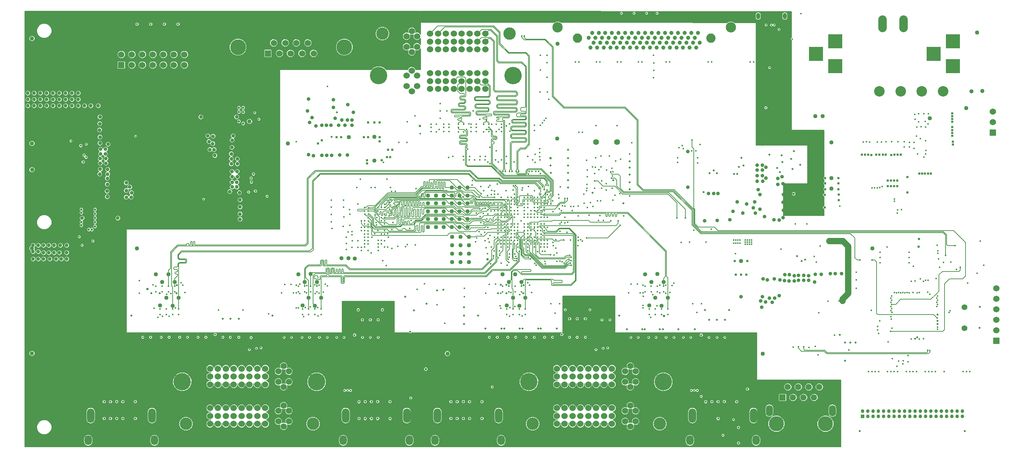
<source format=gbr>
G04 (created by PCBNEW (2013-07-07 BZR 4022)-stable) date 6/4/2014 10:32:15 AM*
%MOIN*%
G04 Gerber Fmt 3.4, Leading zero omitted, Abs format*
%FSLAX34Y34*%
G01*
G70*
G90*
G04 APERTURE LIST*
%ADD10C,0.00590551*%
%ADD11C,0.15*%
%ADD12R,0.06X0.06*%
%ADD13C,0.06*%
%ADD14C,0.1*%
%ADD15C,0.0393701*%
%ADD16C,0.0885827*%
%ADD17C,0.0984252*%
%ADD18C,0.1437*%
%ADD19R,0.0591X0.0591*%
%ADD20C,0.0591*%
%ADD21O,0.0669291X0.106299*%
%ADD22O,0.08X0.16*%
%ADD23C,0.165354*%
%ADD24C,0.11811*%
%ADD25O,0.0393701X0.06*%
%ADD26C,0.056*%
%ADD27C,0.04*%
%ADD28O,0.0708661X0.137795*%
%ADD29O,0.0708661X0.0925197*%
%ADD30R,0.1378X0.1378*%
%ADD31R,0.034X0.034*%
%ADD32C,0.034*%
%ADD33C,0.035*%
%ADD34C,0.024*%
%ADD35C,0.016*%
%ADD36C,0.02*%
%ADD37C,0.005*%
%ADD38C,0.006*%
%ADD39C,0.008*%
%ADD40C,0.06*%
G04 APERTURE END LIST*
G54D10*
G54D11*
X39734Y-20815D03*
X29606Y-20815D03*
G54D12*
X32456Y-21422D03*
G54D13*
X33556Y-21422D03*
X34606Y-21422D03*
X35706Y-21422D03*
X36806Y-21422D03*
X33006Y-20422D03*
X34106Y-20422D03*
X35156Y-20422D03*
X36256Y-20422D03*
G54D14*
X90660Y-25030D03*
X92687Y-25030D03*
X94695Y-25030D03*
X96722Y-25030D03*
G54D15*
X63308Y-19472D03*
X63938Y-19472D03*
X64568Y-19472D03*
X65198Y-19472D03*
X65828Y-19472D03*
X66458Y-19472D03*
X67088Y-19472D03*
X67718Y-19472D03*
X68348Y-19472D03*
X68978Y-19472D03*
X69607Y-19472D03*
X70237Y-19472D03*
X70867Y-19472D03*
X71497Y-19472D03*
X72127Y-19472D03*
X72757Y-19472D03*
X73387Y-19472D03*
X73080Y-19924D03*
X72450Y-19924D03*
X71820Y-19924D03*
X71190Y-19924D03*
X70560Y-19924D03*
X69930Y-19924D03*
X69300Y-19924D03*
X68670Y-19924D03*
X68040Y-19924D03*
X67410Y-19924D03*
X66780Y-19924D03*
X66150Y-19924D03*
X65520Y-19924D03*
X64891Y-19924D03*
X64261Y-19924D03*
X63631Y-19924D03*
X63001Y-19924D03*
X63466Y-20397D03*
X64096Y-20397D03*
X64726Y-20397D03*
X65355Y-20397D03*
X65985Y-20397D03*
X66615Y-20397D03*
X67245Y-20397D03*
X67875Y-20397D03*
X68505Y-20397D03*
X69135Y-20397D03*
X69765Y-20397D03*
X70395Y-20397D03*
X71025Y-20397D03*
X71655Y-20397D03*
X72285Y-20397D03*
X72915Y-20397D03*
X73544Y-20397D03*
X73230Y-20850D03*
X72600Y-20850D03*
X71970Y-20850D03*
X71340Y-20850D03*
X70080Y-20850D03*
X68190Y-20850D03*
X67560Y-20850D03*
X66930Y-20850D03*
X66300Y-20850D03*
X65670Y-20850D03*
X65040Y-20850D03*
X64410Y-20850D03*
X63780Y-20850D03*
X63150Y-20850D03*
G54D16*
X74635Y-19964D03*
X61909Y-19964D03*
G54D17*
X60030Y-18930D03*
X76515Y-18930D03*
G54D15*
X70710Y-20850D03*
X68820Y-20850D03*
X69450Y-20850D03*
G54D18*
X85523Y-56698D03*
X80850Y-56698D03*
G54D19*
X81435Y-54198D03*
G54D20*
X81935Y-53198D03*
X82435Y-54198D03*
X82935Y-53198D03*
X83435Y-54198D03*
X83935Y-53198D03*
X84435Y-54198D03*
X84935Y-53198D03*
G54D21*
X80185Y-55454D03*
X86185Y-55454D03*
G54D22*
X90962Y-18600D03*
X92962Y-18600D03*
G54D13*
X59950Y-52950D03*
X60700Y-52950D03*
X61450Y-52950D03*
X62200Y-52950D03*
X62950Y-52950D03*
X63700Y-52950D03*
X64450Y-52950D03*
X65200Y-52950D03*
X59950Y-52200D03*
X60700Y-52200D03*
X61450Y-52200D03*
X62200Y-52200D03*
X62950Y-52200D03*
X63700Y-52200D03*
X64450Y-52200D03*
X65200Y-52200D03*
X60700Y-51450D03*
X61450Y-51450D03*
X62200Y-51450D03*
X62950Y-51450D03*
X63700Y-51450D03*
X59950Y-51450D03*
X64450Y-51450D03*
X65200Y-51450D03*
X59950Y-55210D03*
X60700Y-55210D03*
X61450Y-55210D03*
X62200Y-55210D03*
X62950Y-55210D03*
X63700Y-55210D03*
X64450Y-55210D03*
X65200Y-55210D03*
X59950Y-55960D03*
X60700Y-55960D03*
X61450Y-55960D03*
X62200Y-55960D03*
X62950Y-55960D03*
X63700Y-55960D03*
X64450Y-55960D03*
X65200Y-55960D03*
X59950Y-56710D03*
X60700Y-56710D03*
X61450Y-56710D03*
X62200Y-56710D03*
X62950Y-56710D03*
X63700Y-56710D03*
X64450Y-56710D03*
X65200Y-56710D03*
X66950Y-51206D03*
X66950Y-53194D03*
X66950Y-54966D03*
X66950Y-56954D03*
X66450Y-51706D03*
X67450Y-51706D03*
X66450Y-55466D03*
X67450Y-55466D03*
X66450Y-52706D03*
X66450Y-56466D03*
X67450Y-52706D03*
X67450Y-56466D03*
G54D23*
X70097Y-52706D03*
X57302Y-52706D03*
G54D24*
X57656Y-56710D03*
X69743Y-56710D03*
G54D25*
X81653Y-17862D03*
X79121Y-17862D03*
G54D26*
X63691Y-29852D03*
X65691Y-29852D03*
G54D27*
X50700Y-34200D03*
X48450Y-37200D03*
X49200Y-37200D03*
X48450Y-36450D03*
X50800Y-39700D03*
X49200Y-37950D03*
X51600Y-38900D03*
X49950Y-37200D03*
X51450Y-34950D03*
X50700Y-35700D03*
X51450Y-35700D03*
X51450Y-37200D03*
X49950Y-34950D03*
X51450Y-34200D03*
X49950Y-34200D03*
X49950Y-35700D03*
X50700Y-34950D03*
X50700Y-36450D03*
X48450Y-34950D03*
X50700Y-37950D03*
X49950Y-37950D03*
X49200Y-34950D03*
X51450Y-36450D03*
X49200Y-35700D03*
X49950Y-36450D03*
X47700Y-34950D03*
X51450Y-37950D03*
X50700Y-37200D03*
X50800Y-38900D03*
X50000Y-39700D03*
X51600Y-40500D03*
X51600Y-39700D03*
X50800Y-40500D03*
X47700Y-36450D03*
X47700Y-37200D03*
X49200Y-36450D03*
X48450Y-35700D03*
X47700Y-35700D03*
X49993Y-41296D03*
X50000Y-38900D03*
X50803Y-41301D03*
X50000Y-40500D03*
X51600Y-41300D03*
X47700Y-37950D03*
X48450Y-37950D03*
G54D13*
X53150Y-23300D03*
X52400Y-23300D03*
X51650Y-23300D03*
X50900Y-23300D03*
X50150Y-23300D03*
X49400Y-23300D03*
X48650Y-23300D03*
X47900Y-23300D03*
X53150Y-24050D03*
X52400Y-24050D03*
X51650Y-24050D03*
X50900Y-24050D03*
X50150Y-24050D03*
X49400Y-24050D03*
X48650Y-24050D03*
X47900Y-24050D03*
X52400Y-24800D03*
X51650Y-24800D03*
X50900Y-24800D03*
X50150Y-24800D03*
X49400Y-24800D03*
X53150Y-24800D03*
X48650Y-24800D03*
X47900Y-24800D03*
X53150Y-21040D03*
X52400Y-21040D03*
X51650Y-21040D03*
X50900Y-21040D03*
X50150Y-21040D03*
X49400Y-21040D03*
X48650Y-21040D03*
X47900Y-21040D03*
X53150Y-20290D03*
X52400Y-20290D03*
X51650Y-20290D03*
X50900Y-20290D03*
X50150Y-20290D03*
X49400Y-20290D03*
X48650Y-20290D03*
X47900Y-20290D03*
X53150Y-19540D03*
X52400Y-19540D03*
X51650Y-19540D03*
X50900Y-19540D03*
X50150Y-19540D03*
X49400Y-19540D03*
X48650Y-19540D03*
X47900Y-19540D03*
X46150Y-25044D03*
X46150Y-23056D03*
X46150Y-21284D03*
X46150Y-19296D03*
X46650Y-24544D03*
X45650Y-24544D03*
X46650Y-20784D03*
X45650Y-20784D03*
X46650Y-23544D03*
X46650Y-19784D03*
X45650Y-23544D03*
X45650Y-19784D03*
G54D23*
X43002Y-23544D03*
X55797Y-23544D03*
G54D24*
X55443Y-19540D03*
X43356Y-19540D03*
G54D13*
X26950Y-52950D03*
X27700Y-52950D03*
X28450Y-52950D03*
X29200Y-52950D03*
X29950Y-52950D03*
X30700Y-52950D03*
X31450Y-52950D03*
X32200Y-52950D03*
X26950Y-52200D03*
X27700Y-52200D03*
X28450Y-52200D03*
X29200Y-52200D03*
X29950Y-52200D03*
X30700Y-52200D03*
X31450Y-52200D03*
X32200Y-52200D03*
X27700Y-51450D03*
X28450Y-51450D03*
X29200Y-51450D03*
X29950Y-51450D03*
X30700Y-51450D03*
X26950Y-51450D03*
X31450Y-51450D03*
X32200Y-51450D03*
X26950Y-55210D03*
X27700Y-55210D03*
X28450Y-55210D03*
X29200Y-55210D03*
X29950Y-55210D03*
X30700Y-55210D03*
X31450Y-55210D03*
X32200Y-55210D03*
X26950Y-55960D03*
X27700Y-55960D03*
X28450Y-55960D03*
X29200Y-55960D03*
X29950Y-55960D03*
X30700Y-55960D03*
X31450Y-55960D03*
X32200Y-55960D03*
X26950Y-56710D03*
X27700Y-56710D03*
X28450Y-56710D03*
X29200Y-56710D03*
X29950Y-56710D03*
X30700Y-56710D03*
X31450Y-56710D03*
X32200Y-56710D03*
X33950Y-51206D03*
X33950Y-53194D03*
X33950Y-54966D03*
X33950Y-56954D03*
X33450Y-51706D03*
X34450Y-51706D03*
X33450Y-55466D03*
X34450Y-55466D03*
X33450Y-52706D03*
X33450Y-56466D03*
X34450Y-52706D03*
X34450Y-56466D03*
G54D23*
X37097Y-52706D03*
X24302Y-52706D03*
G54D24*
X24656Y-56710D03*
X36743Y-56710D03*
G54D28*
X21422Y-55926D03*
X15595Y-55926D03*
G54D29*
X21658Y-58272D03*
X15359Y-58272D03*
G54D28*
X45672Y-55926D03*
X39845Y-55926D03*
G54D29*
X45908Y-58272D03*
X39609Y-58272D03*
G54D28*
X78672Y-55926D03*
X72845Y-55926D03*
G54D29*
X78908Y-58272D03*
X72609Y-58272D03*
G54D28*
X54422Y-55926D03*
X48595Y-55926D03*
G54D29*
X54658Y-58272D03*
X48359Y-58272D03*
G54D30*
X97668Y-22641D03*
X97668Y-20279D03*
X95818Y-21460D03*
X86455Y-22641D03*
X86455Y-20279D03*
X84605Y-21460D03*
G54D12*
X18500Y-22525D03*
G54D13*
X18500Y-21525D03*
X19500Y-22525D03*
X19500Y-21525D03*
X20500Y-22525D03*
X20500Y-21525D03*
X21500Y-22525D03*
X21500Y-21525D03*
X22500Y-22525D03*
X22500Y-21525D03*
X23500Y-22525D03*
X23500Y-21525D03*
X24500Y-22525D03*
X24500Y-21525D03*
G54D12*
X101800Y-48800D03*
G54D13*
X101800Y-47800D03*
X101800Y-46800D03*
X101800Y-45800D03*
X101800Y-44800D03*
X101800Y-43800D03*
G54D26*
X98740Y-45584D03*
X98740Y-47584D03*
G54D12*
X101450Y-28950D03*
G54D13*
X101450Y-27950D03*
X101450Y-26950D03*
G54D31*
X89050Y-56000D03*
G54D32*
X89050Y-55500D03*
X89550Y-56000D03*
X89550Y-55500D03*
X90050Y-56000D03*
X90050Y-55500D03*
X90550Y-56000D03*
X90550Y-55500D03*
X91050Y-56000D03*
X91050Y-55500D03*
X91550Y-56000D03*
X91550Y-55500D03*
X92050Y-56000D03*
X92050Y-55500D03*
X92550Y-56000D03*
X92550Y-55500D03*
X93050Y-56000D03*
X93050Y-55500D03*
X93550Y-56000D03*
X93550Y-55500D03*
X94050Y-56000D03*
X94050Y-55500D03*
X94550Y-56000D03*
X94550Y-55500D03*
X95050Y-56000D03*
X95050Y-55500D03*
X95550Y-56000D03*
X95550Y-55500D03*
X96050Y-56000D03*
X96050Y-55500D03*
X96550Y-56000D03*
G54D33*
X96550Y-55500D03*
G54D32*
X97050Y-56000D03*
X97050Y-55500D03*
X97550Y-56000D03*
X97550Y-55500D03*
X98050Y-56000D03*
X98050Y-55500D03*
X98550Y-56000D03*
X98550Y-55500D03*
G54D34*
X82500Y-34800D03*
G54D27*
X90000Y-40000D03*
G54D35*
X84822Y-50144D03*
X58124Y-38609D03*
X62788Y-39000D03*
X65973Y-37805D03*
X94546Y-42894D03*
X65501Y-34925D03*
X74650Y-38177D03*
X96062Y-42860D03*
X67100Y-29943D03*
X58756Y-39870D03*
X80646Y-18711D03*
X62038Y-28932D03*
X62376Y-28932D03*
X80387Y-18719D03*
X95442Y-44358D03*
X53342Y-40500D03*
X65086Y-32712D03*
X88829Y-41106D03*
X93671Y-43126D03*
X53998Y-40217D03*
G54D36*
X66875Y-32950D03*
X21300Y-18636D03*
G54D35*
X95247Y-44165D03*
X66891Y-31000D03*
X59008Y-34429D03*
X58737Y-27803D03*
G54D36*
X23900Y-18635D03*
G54D35*
X95050Y-43032D03*
G54D36*
X66874Y-32300D03*
G54D35*
X58401Y-28275D03*
G54D36*
X20000Y-18636D03*
X66874Y-31699D03*
G54D35*
X58910Y-27584D03*
X95283Y-43031D03*
X59368Y-34846D03*
G54D36*
X61026Y-32100D03*
G54D35*
X57494Y-37664D03*
G54D36*
X59354Y-32100D03*
G54D35*
X57809Y-37664D03*
G54D36*
X61025Y-32798D03*
G54D35*
X58122Y-37664D03*
G54D36*
X59375Y-32798D03*
G54D35*
X57809Y-37035D03*
X58440Y-37663D03*
G54D36*
X61025Y-33499D03*
G54D35*
X58758Y-37661D03*
G54D36*
X61025Y-34200D03*
G54D35*
X60401Y-37508D03*
X61300Y-36000D03*
X57494Y-37979D03*
X60734Y-37547D03*
X62000Y-35957D03*
X65100Y-37378D03*
X57809Y-37979D03*
X58124Y-37979D03*
X65796Y-37374D03*
X63030Y-36814D03*
X58757Y-38925D03*
X64049Y-36867D03*
G54D36*
X61025Y-30600D03*
G54D35*
X58440Y-38925D03*
X60264Y-38354D03*
X64400Y-37329D03*
X58125Y-38294D03*
X58757Y-38296D03*
X63558Y-32850D03*
X62870Y-36091D03*
X64700Y-32529D03*
X60606Y-39200D03*
X57809Y-38294D03*
X41674Y-36741D03*
X55614Y-37044D03*
X55290Y-37035D03*
X42637Y-36808D03*
X43553Y-36731D03*
X54655Y-36090D03*
X42004Y-36125D03*
X54022Y-35140D03*
X55279Y-36400D03*
X43558Y-35787D03*
X54974Y-36725D03*
X42031Y-36737D03*
X55603Y-37972D03*
X43244Y-36094D03*
X41666Y-36418D03*
X54359Y-36100D03*
X42934Y-36416D03*
X54664Y-36720D03*
X41996Y-36441D03*
X54355Y-36729D03*
X43559Y-36106D03*
X55290Y-36714D03*
X41659Y-36096D03*
X52740Y-34800D03*
X42934Y-36096D03*
X52583Y-35100D03*
X53138Y-36153D03*
X43558Y-37047D03*
X43240Y-37047D03*
X53433Y-36283D03*
X43999Y-36884D03*
X52635Y-36225D03*
X41994Y-37051D03*
X54985Y-37659D03*
X55605Y-36720D03*
X43544Y-37351D03*
X41664Y-37361D03*
X53672Y-36416D03*
X54350Y-36409D03*
X41666Y-37674D03*
X41669Y-38301D03*
X53007Y-37670D03*
X43556Y-38298D03*
X52729Y-37520D03*
X41988Y-39261D03*
X53085Y-38472D03*
X52744Y-38674D03*
X42938Y-39236D03*
X43561Y-39250D03*
X52331Y-38998D03*
X41024Y-39266D03*
X53525Y-39394D03*
X43859Y-39871D03*
X52212Y-39364D03*
X41029Y-39890D03*
X53229Y-39918D03*
X41999Y-38006D03*
X52638Y-36964D03*
X42780Y-37748D03*
X52283Y-36625D03*
X53401Y-36722D03*
X44357Y-37525D03*
X52968Y-36664D03*
X41351Y-37986D03*
X54348Y-37344D03*
X43859Y-38611D03*
X41356Y-38305D03*
X53303Y-37183D03*
X41661Y-39550D03*
X54344Y-38294D03*
X52568Y-38383D03*
X43249Y-39561D03*
X54344Y-37664D03*
X43243Y-38616D03*
X41668Y-38935D03*
X54359Y-37964D03*
X41994Y-38636D03*
X54664Y-37974D03*
X41350Y-37359D03*
X55300Y-37659D03*
X54974Y-37974D03*
X42004Y-37386D03*
X54670Y-37655D03*
X42938Y-39866D03*
X41359Y-40196D03*
X53590Y-38777D03*
X41666Y-39867D03*
X53129Y-39261D03*
X54340Y-35770D03*
X42809Y-37051D03*
X56234Y-38610D03*
X57262Y-40846D03*
X56864Y-38294D03*
X57438Y-40995D03*
X58812Y-41226D03*
X57179Y-38609D03*
X57179Y-38294D03*
X58839Y-41478D03*
X61269Y-41382D03*
X57179Y-38925D03*
X61320Y-41595D03*
X56864Y-38609D03*
X57179Y-39553D03*
X61134Y-41018D03*
X57179Y-39240D03*
X61305Y-41175D03*
X61185Y-40658D03*
X57496Y-38924D03*
X61330Y-40844D03*
X57494Y-38609D03*
X60457Y-41277D03*
X56864Y-39553D03*
X60642Y-41394D03*
X56866Y-39240D03*
X59970Y-41214D03*
X57194Y-40227D03*
X60264Y-41190D03*
X57494Y-39553D03*
X55287Y-39551D03*
X55224Y-41595D03*
X55328Y-41045D03*
X55607Y-38918D03*
X55281Y-38612D03*
X55380Y-41328D03*
X55452Y-40544D03*
X55602Y-39557D03*
X55427Y-40836D03*
X55604Y-39242D03*
X56150Y-40954D03*
X55922Y-39552D03*
X56106Y-41151D03*
X55919Y-39234D03*
X55917Y-38922D03*
X55946Y-40535D03*
X55605Y-38610D03*
X56056Y-40752D03*
X55919Y-38610D03*
X57840Y-41435D03*
X55920Y-38290D03*
X58002Y-41596D03*
X54700Y-28163D03*
X55290Y-35145D03*
X54700Y-28476D03*
X54200Y-28163D03*
X53500Y-28162D03*
X53500Y-28477D03*
X55918Y-35459D03*
X53000Y-28162D03*
X52300Y-28475D03*
X52300Y-28163D03*
X57179Y-35146D03*
X51800Y-28476D03*
X51800Y-28162D03*
X57178Y-35461D03*
X50600Y-28164D03*
X50600Y-28477D03*
X58916Y-33980D03*
X57809Y-35144D03*
X51100Y-28162D03*
X48000Y-28160D03*
X56651Y-34437D03*
X48000Y-28477D03*
X48500Y-28162D03*
X49700Y-28164D03*
X56006Y-33983D03*
X56235Y-35146D03*
X49700Y-28477D03*
X49200Y-28164D03*
X49200Y-28477D03*
X55811Y-34043D03*
X56235Y-35459D03*
X46450Y-27350D03*
X58124Y-36090D03*
X60114Y-34878D03*
X49495Y-26900D03*
X60152Y-35196D03*
X59552Y-35456D03*
X45729Y-27940D03*
X55449Y-32675D03*
X55688Y-32676D03*
X54833Y-32675D03*
X55056Y-32675D03*
X57326Y-32661D03*
X57593Y-32661D03*
X57956Y-32660D03*
X58229Y-32660D03*
X56322Y-32675D03*
X59381Y-35779D03*
X56085Y-32675D03*
X58755Y-35774D03*
X55470Y-28124D03*
X56865Y-36092D03*
X58380Y-21600D03*
X60735Y-35951D03*
X58395Y-23000D03*
X57809Y-36405D03*
X60944Y-35216D03*
X58364Y-25100D03*
X58125Y-36405D03*
X60726Y-35214D03*
X60496Y-35930D03*
X67728Y-22221D03*
X68042Y-22224D03*
X65730Y-22222D03*
X66043Y-22224D03*
X63728Y-22222D03*
X64044Y-22222D03*
X61727Y-22223D03*
X62043Y-22223D03*
X78357Y-22221D03*
X78672Y-22222D03*
X74358Y-22218D03*
X74673Y-22223D03*
X70358Y-22221D03*
X70671Y-22222D03*
G54D36*
X22600Y-18634D03*
G54D35*
X94852Y-43123D03*
X58577Y-28040D03*
G54D36*
X66874Y-33700D03*
G54D35*
X58755Y-35459D03*
X46050Y-54250D03*
X30855Y-48500D03*
X62674Y-48466D03*
X59791Y-46151D03*
X61167Y-48464D03*
X61891Y-48465D03*
X42950Y-48473D03*
X41450Y-48474D03*
X42200Y-48475D03*
X73300Y-46096D03*
X75945Y-48474D03*
X74445Y-48473D03*
X75195Y-48473D03*
X29684Y-48464D03*
X28166Y-48464D03*
X28881Y-48464D03*
X56377Y-46306D03*
X56377Y-45752D03*
X57810Y-48462D03*
X59574Y-39418D03*
G54D27*
X56376Y-45449D03*
X56376Y-45449D03*
X55985Y-42452D03*
G54D35*
X55983Y-43586D03*
X55983Y-44141D03*
X57036Y-48462D03*
X59068Y-39558D03*
X55786Y-46306D03*
X55786Y-45751D03*
X58756Y-38610D03*
X56040Y-48463D03*
G54D27*
X55785Y-44694D03*
X55785Y-44694D03*
G54D35*
X55392Y-43586D03*
G54D27*
X55394Y-43184D03*
X55394Y-43184D03*
G54D35*
X58447Y-38617D03*
X55392Y-44140D03*
X55290Y-48463D03*
X55196Y-46306D03*
X59616Y-39726D03*
X55195Y-45751D03*
X54290Y-48464D03*
G54D27*
X55196Y-45446D03*
X55196Y-45446D03*
G54D35*
X54802Y-43586D03*
X54802Y-44141D03*
X53540Y-48463D03*
X59068Y-39872D03*
G54D27*
X54802Y-42470D03*
G54D35*
X62216Y-39177D03*
X57178Y-43254D03*
X57178Y-43254D03*
X56967Y-46306D03*
X58755Y-37976D03*
X56967Y-45751D03*
X59540Y-48463D03*
G54D27*
X56966Y-44693D03*
X56966Y-44693D03*
G54D35*
X56574Y-44141D03*
X58429Y-37977D03*
X56574Y-43586D03*
X58790Y-48463D03*
G54D27*
X56572Y-43208D03*
X56572Y-43208D03*
G54D35*
X60906Y-38451D03*
X62378Y-39301D03*
X57361Y-43489D03*
X57361Y-43489D03*
X61974Y-38934D03*
X57560Y-44182D03*
X69923Y-46308D03*
X69924Y-45752D03*
G54D27*
X69922Y-45447D03*
G54D35*
X71100Y-48472D03*
X60190Y-36240D03*
X60386Y-36398D03*
X69529Y-44141D03*
X69528Y-43589D03*
X70350Y-48472D03*
G54D27*
X69529Y-42446D03*
G54D35*
X69332Y-46307D03*
X58755Y-36090D03*
G54D27*
X69331Y-44695D03*
G54D35*
X69335Y-45751D03*
X69400Y-48474D03*
X68938Y-44142D03*
X58440Y-36090D03*
X68936Y-43583D03*
X68700Y-48473D03*
G54D27*
X68938Y-43198D03*
G54D35*
X68741Y-46308D03*
X58125Y-36720D03*
G54D27*
X68741Y-45445D03*
G54D35*
X68741Y-45751D03*
X67700Y-48474D03*
G54D27*
X68348Y-42450D03*
G54D35*
X57809Y-36720D03*
X68348Y-44141D03*
X68345Y-43584D03*
X67000Y-48473D03*
X70709Y-44187D03*
X58755Y-36405D03*
X70513Y-46305D03*
X70509Y-45748D03*
X72700Y-48473D03*
X58753Y-36720D03*
G54D27*
X70513Y-44692D03*
G54D35*
X58440Y-36720D03*
X70118Y-44140D03*
X70117Y-43583D03*
X72000Y-48472D03*
G54D27*
X70119Y-43199D03*
G54D35*
X61414Y-36382D03*
X60708Y-37022D03*
X70909Y-43527D03*
X71103Y-43303D03*
X57494Y-36720D03*
X54346Y-39551D03*
X36923Y-46306D03*
X36922Y-45751D03*
G54D27*
X36922Y-45447D03*
G54D35*
X38100Y-48472D03*
X54345Y-39243D03*
X36529Y-43586D03*
X36528Y-44141D03*
X37350Y-48473D03*
G54D27*
X36529Y-42446D03*
G54D35*
X36332Y-46307D03*
X53913Y-40689D03*
X36332Y-45751D03*
X36422Y-48471D03*
G54D27*
X36331Y-44695D03*
G54D35*
X35938Y-44141D03*
G54D27*
X35938Y-43198D03*
G54D35*
X35938Y-43586D03*
X35700Y-48473D03*
X54660Y-39554D03*
X35741Y-46306D03*
X35741Y-45751D03*
G54D27*
X35741Y-45445D03*
G54D35*
X54969Y-39561D03*
X34700Y-48473D03*
X35347Y-44141D03*
X35348Y-43587D03*
G54D27*
X35348Y-42450D03*
G54D35*
X54970Y-39246D03*
X34000Y-48471D03*
X37710Y-44177D03*
X55292Y-38925D03*
X37513Y-46306D03*
X37513Y-45752D03*
G54D27*
X37513Y-44692D03*
G54D35*
X39700Y-48474D03*
X56390Y-40254D03*
X56236Y-39557D03*
X37119Y-43586D03*
G54D27*
X37119Y-43199D03*
G54D35*
X37119Y-44140D03*
X39000Y-48473D03*
X54655Y-38928D03*
X37907Y-43410D03*
X58600Y-40260D03*
X38104Y-43549D03*
X58434Y-39864D03*
X23376Y-46307D03*
X23377Y-45751D03*
X24800Y-48463D03*
X58599Y-34137D03*
G54D27*
X23376Y-45449D03*
X23376Y-45449D03*
G54D35*
X22983Y-43585D03*
X22983Y-44141D03*
X24050Y-48465D03*
X58749Y-34398D03*
G54D27*
X22985Y-42452D03*
X22985Y-42452D03*
G54D35*
X22786Y-46307D03*
X53453Y-34167D03*
X22786Y-45751D03*
X23050Y-48464D03*
G54D27*
X22785Y-44694D03*
G54D35*
X22392Y-44140D03*
X53597Y-34012D03*
X22392Y-43586D03*
X22300Y-48464D03*
G54D27*
X22394Y-43184D03*
X22394Y-43184D03*
G54D35*
X22198Y-46306D03*
X54032Y-34517D03*
G54D27*
X22196Y-45446D03*
G54D35*
X22195Y-45751D03*
X21285Y-48465D03*
X21802Y-44140D03*
X21801Y-43586D03*
X54031Y-34831D03*
X20544Y-48463D03*
G54D27*
X21802Y-42470D03*
X21802Y-42470D03*
G54D35*
X24178Y-43254D03*
X54659Y-35774D03*
X23967Y-46306D03*
X58280Y-34294D03*
X23967Y-45752D03*
X26550Y-48463D03*
G54D27*
X23966Y-44693D03*
X23966Y-44693D03*
G54D35*
X23574Y-44144D03*
G54D27*
X23572Y-43208D03*
X23572Y-43208D03*
G54D35*
X23574Y-43586D03*
X25800Y-48464D03*
X58438Y-35146D03*
X56235Y-36405D03*
X55602Y-36092D03*
X24361Y-43489D03*
X24361Y-43489D03*
X54975Y-36090D03*
X24558Y-44199D03*
X96230Y-40456D03*
X91740Y-45916D03*
X98356Y-41786D03*
X91811Y-45329D03*
X94458Y-48635D03*
X93500Y-40350D03*
X91403Y-39850D03*
X93671Y-48636D03*
G54D34*
X43100Y-28000D03*
X42000Y-28000D03*
X42600Y-28000D03*
X42000Y-29400D03*
X41600Y-29400D03*
X43100Y-29800D03*
X43100Y-29400D03*
G54D35*
X93495Y-41350D03*
X58329Y-30876D03*
G54D27*
X40148Y-29396D03*
X42599Y-29348D03*
G54D34*
X39408Y-29382D03*
X39003Y-29382D03*
G54D36*
X38525Y-29375D03*
G54D35*
X90705Y-40850D03*
X58334Y-31274D03*
G54D33*
X26725Y-29265D03*
X27400Y-31140D03*
X27325Y-30590D03*
X26925Y-30590D03*
X26850Y-29815D03*
X27200Y-30015D03*
X27225Y-29315D03*
X26075Y-27465D03*
G54D35*
X97395Y-45916D03*
X96123Y-45128D03*
X98628Y-51725D03*
X98943Y-51724D03*
X96192Y-45326D03*
X99257Y-51725D03*
X96122Y-45522D03*
X91740Y-45129D03*
X89628Y-51725D03*
X90572Y-51725D03*
X91818Y-44538D03*
X91820Y-44930D03*
X89943Y-51726D03*
X90257Y-51725D03*
X91738Y-44735D03*
X91428Y-51725D03*
X92096Y-44186D03*
X92687Y-44241D03*
X92372Y-51725D03*
X91743Y-51725D03*
X92293Y-44241D03*
X92057Y-51726D03*
X92490Y-44187D03*
X93228Y-51723D03*
X92884Y-44187D03*
X93474Y-44241D03*
X94172Y-51726D03*
X93080Y-44241D03*
X93543Y-51724D03*
X93857Y-51725D03*
X93277Y-44187D03*
X95028Y-51723D03*
X94262Y-44242D03*
X96124Y-44735D03*
X95972Y-51726D03*
X95343Y-51725D03*
X94458Y-44188D03*
X95657Y-51725D03*
X96193Y-44538D03*
X96828Y-51725D03*
X96192Y-44931D03*
X99046Y-43299D03*
X96138Y-46620D03*
X89952Y-41106D03*
X58125Y-39555D03*
X59838Y-39966D03*
X91845Y-46113D03*
X96144Y-39710D03*
X91739Y-45522D03*
X56847Y-19779D03*
X97842Y-39720D03*
X96208Y-40214D03*
X91812Y-45719D03*
X96947Y-40676D03*
X56625Y-19775D03*
X83445Y-49353D03*
X95245Y-49698D03*
X82943Y-49352D03*
X95442Y-49746D03*
X90676Y-46899D03*
X58119Y-40285D03*
X58438Y-39240D03*
G54D36*
X48565Y-44006D03*
G54D35*
X59944Y-40418D03*
X96198Y-47692D03*
X97296Y-46110D03*
X96189Y-47489D03*
G54D36*
X51133Y-45600D03*
G54D35*
X57809Y-39238D03*
X59339Y-40599D03*
X57811Y-39555D03*
X59681Y-40632D03*
X51150Y-44600D03*
G54D36*
X96180Y-47198D03*
G54D35*
X76767Y-56302D03*
X90477Y-47753D03*
X75764Y-57798D03*
X90479Y-47440D03*
X86900Y-35950D03*
G54D34*
X85450Y-36100D03*
X85450Y-34900D03*
X86800Y-34850D03*
X86800Y-35400D03*
X85500Y-33300D03*
X85500Y-33800D03*
X85500Y-34350D03*
X86750Y-34350D03*
X86750Y-33800D03*
X86750Y-33300D03*
G54D36*
X86901Y-48246D03*
G54D27*
X86100Y-33300D03*
X86100Y-34300D03*
G54D36*
X73930Y-34625D03*
G54D33*
X74380Y-34775D03*
X74880Y-34775D03*
X75280Y-34775D03*
G54D36*
X74480Y-32825D03*
X75180Y-32825D03*
X74880Y-32575D03*
G54D33*
X72430Y-34175D03*
G54D36*
X87900Y-48968D03*
G54D33*
X18160Y-37105D03*
X18975Y-34490D03*
X18975Y-33740D03*
X19300Y-34140D03*
X19475Y-34690D03*
X19450Y-35115D03*
X18975Y-35115D03*
G54D35*
X43456Y-31800D03*
X91488Y-48909D03*
X83738Y-37666D03*
X90593Y-48081D03*
X31200Y-27075D03*
X91707Y-47884D03*
X72824Y-29675D03*
X91853Y-47591D03*
X15800Y-39300D03*
G54D34*
X97600Y-27665D03*
X97600Y-27390D03*
X97650Y-29815D03*
X97650Y-30090D03*
X97600Y-28440D03*
X97600Y-28715D03*
X97600Y-29265D03*
X97600Y-28990D03*
X97600Y-27940D03*
X97600Y-27115D03*
G54D33*
X79445Y-45585D03*
X79820Y-45085D03*
X77500Y-44600D03*
X79370Y-45010D03*
X79520Y-44585D03*
X80470Y-45135D03*
X81120Y-44510D03*
X80695Y-44735D03*
X80195Y-44735D03*
G54D34*
X92694Y-31080D03*
X92388Y-31080D03*
X91782Y-31082D03*
X92086Y-31080D03*
X88974Y-31080D03*
X89280Y-31078D03*
X89898Y-31084D03*
X89592Y-31078D03*
X90368Y-31078D03*
X90670Y-31078D03*
X91268Y-31080D03*
X90976Y-31080D03*
G54D35*
X57809Y-38924D03*
X56864Y-35461D03*
X54400Y-31779D03*
X55916Y-34835D03*
X54659Y-35144D03*
X51618Y-31577D03*
X55144Y-31907D03*
X57809Y-35774D03*
X58125Y-35144D03*
X55900Y-31765D03*
X55604Y-35146D03*
X52128Y-31577D03*
X55781Y-34428D03*
X53121Y-31577D03*
X52627Y-31577D03*
X56233Y-35774D03*
X56864Y-35146D03*
X54700Y-31577D03*
X56235Y-36090D03*
X53400Y-31760D03*
X49650Y-31337D03*
X55914Y-35781D03*
X54442Y-28677D03*
X55291Y-35462D03*
X53241Y-28677D03*
X55610Y-35461D03*
X59119Y-33981D03*
X51340Y-28677D03*
X57809Y-35461D03*
X48740Y-28677D03*
X56682Y-34233D03*
X55471Y-28837D03*
X56864Y-35775D03*
X51084Y-31577D03*
X55291Y-35775D03*
X54333Y-38917D03*
X53670Y-41469D03*
X58439Y-39555D03*
X54976Y-35782D03*
X58125Y-35459D03*
X54527Y-40670D03*
X55291Y-37979D03*
X54503Y-40246D03*
G54D36*
X46337Y-45900D03*
G54D35*
X58755Y-39240D03*
X58438Y-35461D03*
X57822Y-28273D03*
X57823Y-28761D03*
X57810Y-36090D03*
X62545Y-35700D03*
X58755Y-37033D03*
X60239Y-37659D03*
X57892Y-31024D03*
X57494Y-36405D03*
X54346Y-34831D03*
X52711Y-34086D03*
X54118Y-31576D03*
X56556Y-35769D03*
G54D34*
X41900Y-31900D03*
X41900Y-31600D03*
X44300Y-30600D03*
X43900Y-30600D03*
X44100Y-31300D03*
X43800Y-31300D03*
X43300Y-31600D03*
G54D35*
X58330Y-30494D03*
X93496Y-40850D03*
G54D27*
X42591Y-31617D03*
G54D35*
X42294Y-34186D03*
X42669Y-34185D03*
X40923Y-34186D03*
X44119Y-34188D03*
X46071Y-37323D03*
X39618Y-37898D03*
X39647Y-36053D03*
X39664Y-35407D03*
X54979Y-38290D03*
X39673Y-37006D03*
X53347Y-34977D03*
X54344Y-38609D03*
G54D27*
X34340Y-30010D03*
X30700Y-27900D03*
X40120Y-40940D03*
X39470Y-40930D03*
X40710Y-40960D03*
G54D34*
X30100Y-28100D03*
X29700Y-27900D03*
X29700Y-27000D03*
X29700Y-26600D03*
X30100Y-26600D03*
X30100Y-27000D03*
G54D35*
X44221Y-34552D03*
X90705Y-40350D03*
X58338Y-31560D03*
X40450Y-38400D03*
G54D33*
X29475Y-27465D03*
G54D34*
X37207Y-29994D03*
X37574Y-29689D03*
G54D35*
X54344Y-37034D03*
X54655Y-36400D03*
X40464Y-38681D03*
X40477Y-39274D03*
X40467Y-39884D03*
X43730Y-41618D03*
X40254Y-36736D03*
X46500Y-39658D03*
X44824Y-39800D03*
X41999Y-38321D03*
X54029Y-35766D03*
X54033Y-38920D03*
X54985Y-37044D03*
X42934Y-38301D03*
X42938Y-39556D03*
X41988Y-39571D03*
X44261Y-38188D03*
X43906Y-38941D03*
X54664Y-38290D03*
X84549Y-49335D03*
X82440Y-49383D03*
G54D27*
X59983Y-29540D03*
X60012Y-20502D03*
X99939Y-19425D03*
X98917Y-26635D03*
X79542Y-50019D03*
X49545Y-50016D03*
X100455Y-24990D03*
X99421Y-25032D03*
X95466Y-27587D03*
X20000Y-40000D03*
X10000Y-50000D03*
X10000Y-40000D03*
X10000Y-30000D03*
X10004Y-32499D03*
X9999Y-20001D03*
G54D35*
X32376Y-35028D03*
X13704Y-29766D03*
X85026Y-39754D03*
X95319Y-27167D03*
X94878Y-27153D03*
X94402Y-27153D03*
X94010Y-27230D03*
X94045Y-27699D03*
X94395Y-27923D03*
X95032Y-27888D03*
X95291Y-28119D03*
X95053Y-28434D03*
X94605Y-28399D03*
X94227Y-28427D03*
X94185Y-29309D03*
X94556Y-29540D03*
X95046Y-29715D03*
X95081Y-30660D03*
X95067Y-31003D03*
X94899Y-31290D03*
X94290Y-31003D03*
X93947Y-30471D03*
X93968Y-29897D03*
X93506Y-29897D03*
X93504Y-30345D03*
X93033Y-30324D03*
X93033Y-29835D03*
X92421Y-29820D03*
X91818Y-29826D03*
X91284Y-29838D03*
X90861Y-29847D03*
X90453Y-29856D03*
X89733Y-29862D03*
X89124Y-29850D03*
X89424Y-29842D03*
X92082Y-35502D03*
X92076Y-35292D03*
X92337Y-36642D03*
X92382Y-36330D03*
X92745Y-36306D03*
X90909Y-34083D03*
X90671Y-34182D03*
X90450Y-34220D03*
X90195Y-34223D03*
X89949Y-34227D03*
G54D33*
X12600Y-25200D03*
X12000Y-25200D03*
X11400Y-25200D03*
X13200Y-25800D03*
X13800Y-25800D03*
X14400Y-25800D03*
X9600Y-25800D03*
X10200Y-25800D03*
X10800Y-25800D03*
X12600Y-26400D03*
X12000Y-26400D03*
X11400Y-26400D03*
X14400Y-26400D03*
X13800Y-26400D03*
X13200Y-26400D03*
X9600Y-26400D03*
X10200Y-26400D03*
X10800Y-26400D03*
X12600Y-25800D03*
X12000Y-25800D03*
X11400Y-25800D03*
X13200Y-25200D03*
X13800Y-25200D03*
X14400Y-25200D03*
X9600Y-25200D03*
X10200Y-25200D03*
X10800Y-25200D03*
X16475Y-29965D03*
X16475Y-29390D03*
X16425Y-28715D03*
X16450Y-28115D03*
X16475Y-27465D03*
X15000Y-26400D03*
X15600Y-26400D03*
X16300Y-26400D03*
G54D35*
X58400Y-32878D03*
X79875Y-18705D03*
X82353Y-20049D03*
X83188Y-17624D03*
G54D33*
X13300Y-41000D03*
X12800Y-41000D03*
X12300Y-41000D03*
X11700Y-41000D03*
X11600Y-39700D03*
X12100Y-39700D03*
X13300Y-40400D03*
X12600Y-40400D03*
X12100Y-40400D03*
X11600Y-40400D03*
X11100Y-40400D03*
X10600Y-40300D03*
X10100Y-40300D03*
X10100Y-39700D03*
X10600Y-39700D03*
X11100Y-39700D03*
X10100Y-41000D03*
X10600Y-41000D03*
X11100Y-41000D03*
X12700Y-39700D03*
X13300Y-39700D03*
G54D35*
X79850Y-26600D03*
X80213Y-22778D03*
X65542Y-31664D03*
X97464Y-41307D03*
X65280Y-35388D03*
X96278Y-40992D03*
G54D36*
X88772Y-57399D03*
X98776Y-57406D03*
G54D35*
X36158Y-43526D03*
X23646Y-45651D03*
X35148Y-44230D03*
X35495Y-43393D03*
X35150Y-43498D03*
X35496Y-44297D03*
X23062Y-46460D03*
X23222Y-44313D03*
X35864Y-46498D03*
X55590Y-44212D03*
X56424Y-44412D03*
X54605Y-44248D03*
X54540Y-45465D03*
X36018Y-45619D03*
X69485Y-45468D03*
G54D36*
X23778Y-43500D03*
X23778Y-43500D03*
G54D35*
X21999Y-46569D03*
X21605Y-45713D03*
X37200Y-45638D03*
X37206Y-46423D03*
X36492Y-45572D03*
X35353Y-45660D03*
X36920Y-43463D03*
X36959Y-44306D03*
X36135Y-44221D03*
X55473Y-45617D03*
X55461Y-46456D03*
X55949Y-45543D03*
X56667Y-46422D03*
X54605Y-45708D03*
G54D36*
X31272Y-34536D03*
G54D35*
X30618Y-34629D03*
G54D36*
X14646Y-30210D03*
G54D35*
X15162Y-30070D03*
X84468Y-40772D03*
X84669Y-41289D03*
X44577Y-34561D03*
X43784Y-33383D03*
X48567Y-45360D03*
X56236Y-39236D03*
X53429Y-39074D03*
X69088Y-44408D03*
X68148Y-44230D03*
X68202Y-44577D03*
G54D36*
X94043Y-48585D03*
G54D35*
X94850Y-48581D03*
X61983Y-39219D03*
X54970Y-36400D03*
X56866Y-36720D03*
X54662Y-39239D03*
X22830Y-44352D03*
X21513Y-43475D03*
X58438Y-35777D03*
X58125Y-39240D03*
X58753Y-39555D03*
G54D34*
X70164Y-46443D03*
G54D35*
X51921Y-33541D03*
X40207Y-36299D03*
X55290Y-38294D03*
X59067Y-37982D03*
X60288Y-34120D03*
X22428Y-46478D03*
X68144Y-45429D03*
X68875Y-46553D03*
X53714Y-39869D03*
X34041Y-43444D03*
X47337Y-43373D03*
X57500Y-38300D03*
X67029Y-43405D03*
X53504Y-43423D03*
X20231Y-43077D03*
X19871Y-29315D03*
X90711Y-41350D03*
X72600Y-39413D03*
X71797Y-39415D03*
X84871Y-46141D03*
X26327Y-35315D03*
X57180Y-31223D03*
X55149Y-31223D03*
X53151Y-31223D03*
X52651Y-31223D03*
X51650Y-31223D03*
X57494Y-35144D03*
X53750Y-28150D03*
X76955Y-40500D03*
X60986Y-37502D03*
X73583Y-30094D03*
X82647Y-37667D03*
X20219Y-44277D03*
X33767Y-44243D03*
X66772Y-44245D03*
X53194Y-44280D03*
X35150Y-29846D03*
X31600Y-27700D03*
X14760Y-39700D03*
X57264Y-32898D03*
X57267Y-34102D03*
X59584Y-36493D03*
X48858Y-26200D03*
X65000Y-46805D03*
X64250Y-46805D03*
X65700Y-28300D03*
X63700Y-28300D03*
X53585Y-30373D03*
X100601Y-41600D03*
X100246Y-39300D03*
X93388Y-50184D03*
X93381Y-50790D03*
X91902Y-50499D03*
X92331Y-51228D03*
X57887Y-31784D03*
X57179Y-37036D03*
X55920Y-36714D03*
G54D36*
X78100Y-53400D03*
X77251Y-58536D03*
X77250Y-57062D03*
G54D35*
X73700Y-54094D03*
X49303Y-47138D03*
G54D36*
X75897Y-54594D03*
X74715Y-54605D03*
G54D35*
X53806Y-53200D03*
X52003Y-26892D03*
X48857Y-26900D03*
X94065Y-43107D03*
G54D36*
X96187Y-46310D03*
G54D35*
X97981Y-41999D03*
X46650Y-43900D03*
X54650Y-41394D03*
X46550Y-34300D03*
X41238Y-33383D03*
X45963Y-38088D03*
X38478Y-36752D03*
X38478Y-35400D03*
X38478Y-36050D03*
X38484Y-37450D03*
X38537Y-38100D03*
X58808Y-40265D03*
X59032Y-21600D03*
X59031Y-23699D03*
X59172Y-25799D03*
X87750Y-49650D03*
X72880Y-45250D03*
X59377Y-45249D03*
X63927Y-37341D03*
G54D36*
X87400Y-48975D03*
G54D35*
X89901Y-45883D03*
X91780Y-46725D03*
X91739Y-46506D03*
G54D34*
X94406Y-39095D03*
G54D35*
X64650Y-33817D03*
X62862Y-33150D03*
X65291Y-32711D03*
X64150Y-32245D03*
X63628Y-32257D03*
X63350Y-32231D03*
X62771Y-31607D03*
X64104Y-35451D03*
X62816Y-33900D03*
X62806Y-34252D03*
X62525Y-34823D03*
X65231Y-34265D03*
G54D33*
X17250Y-30065D03*
X17025Y-31440D03*
X16500Y-31440D03*
X16525Y-30990D03*
X16975Y-30990D03*
X16525Y-30540D03*
X17000Y-30540D03*
X17025Y-31890D03*
X16500Y-31890D03*
X16500Y-32440D03*
X17200Y-32465D03*
X17200Y-32915D03*
X16450Y-32915D03*
X17175Y-33315D03*
X17175Y-33890D03*
X17175Y-35065D03*
X17150Y-34540D03*
G54D36*
X100193Y-47580D03*
X100205Y-45580D03*
G54D35*
X66895Y-34995D03*
X53747Y-34475D03*
X58755Y-35144D03*
X56235Y-37977D03*
X56864Y-37662D03*
X56553Y-37348D03*
X58442Y-37033D03*
X59850Y-39150D03*
X55288Y-39870D03*
G54D34*
X91762Y-34069D03*
X92069Y-34054D03*
X92337Y-34050D03*
X92069Y-33534D03*
X92337Y-33530D03*
X91766Y-33526D03*
X91443Y-34058D03*
X91443Y-33526D03*
X94450Y-32865D03*
X95550Y-32865D03*
X95275Y-32865D03*
X94725Y-32865D03*
X95000Y-32865D03*
G54D33*
X79730Y-36975D03*
X74030Y-37350D03*
X75205Y-37325D03*
X76430Y-37275D03*
X79280Y-34875D03*
X79280Y-36250D03*
X78655Y-36125D03*
X78855Y-36625D03*
X77655Y-36625D03*
X76730Y-36475D03*
X77105Y-35550D03*
X78005Y-35750D03*
X78780Y-35575D03*
X79105Y-34400D03*
X79855Y-32250D03*
X79555Y-33600D03*
X79855Y-33300D03*
X79030Y-33050D03*
X79530Y-33050D03*
X79530Y-32525D03*
X79505Y-32050D03*
X79030Y-32050D03*
X79030Y-32525D03*
X79030Y-33600D03*
X28825Y-34590D03*
X29750Y-34690D03*
X29800Y-35365D03*
X29800Y-36040D03*
X29800Y-36715D03*
X29800Y-37215D03*
X29500Y-33690D03*
X29500Y-34140D03*
X29050Y-34140D03*
X29050Y-33690D03*
X29525Y-32665D03*
X29550Y-33165D03*
X29050Y-33165D03*
X29025Y-32665D03*
X29025Y-30365D03*
X28975Y-30990D03*
X28975Y-31465D03*
X29550Y-31465D03*
X29550Y-31940D03*
X28975Y-31940D03*
X29150Y-29265D03*
X29050Y-29690D03*
X87045Y-42385D03*
X86470Y-42385D03*
X85995Y-42410D03*
X85120Y-42460D03*
X84495Y-43210D03*
X84570Y-42460D03*
X82970Y-42560D03*
X83470Y-42560D03*
X83470Y-43035D03*
X83920Y-43035D03*
X83920Y-42585D03*
X82570Y-43085D03*
X82570Y-42585D03*
X82970Y-43035D03*
X79595Y-42910D03*
X79995Y-42985D03*
X80670Y-42910D03*
X81195Y-43010D03*
X81620Y-43060D03*
X81645Y-42510D03*
X82095Y-42510D03*
X82070Y-43085D03*
X39200Y-28275D03*
X39800Y-28275D03*
X40450Y-28275D03*
X40450Y-27750D03*
X40025Y-27775D03*
X39475Y-27775D03*
X38850Y-27600D03*
X38700Y-25825D03*
X40050Y-26300D03*
X38675Y-26550D03*
X38452Y-28278D03*
X38025Y-28275D03*
X36650Y-27525D03*
X36225Y-26900D03*
X36425Y-28000D03*
X37025Y-28325D03*
X37575Y-28250D03*
X40575Y-27025D03*
X36325Y-31050D03*
X36800Y-31150D03*
X37575Y-31125D03*
X38050Y-31125D03*
X38525Y-31125D03*
X39275Y-31100D03*
X40025Y-31100D03*
X36329Y-25749D03*
G54D36*
X82388Y-32421D03*
X82504Y-30744D03*
G54D35*
X57179Y-36090D03*
X55926Y-37659D03*
G54D36*
X75950Y-46800D03*
G54D35*
X22159Y-44250D03*
G54D36*
X22159Y-44250D03*
X23766Y-44274D03*
X23766Y-44274D03*
X42950Y-46800D03*
G54D35*
X37317Y-44266D03*
X37317Y-43502D03*
G54D36*
X32876Y-46399D03*
X19450Y-46398D03*
X29673Y-46698D03*
X16873Y-54599D03*
X17466Y-54603D03*
X18056Y-54593D03*
X18646Y-54601D03*
X19829Y-54604D03*
X16873Y-56202D03*
X17465Y-56202D03*
X18056Y-56199D03*
X18646Y-56201D03*
X19829Y-56201D03*
X41124Y-54608D03*
X41715Y-54605D03*
X42306Y-54597D03*
X42897Y-54594D03*
X44079Y-54600D03*
X41124Y-56205D03*
X41715Y-56211D03*
X42305Y-56207D03*
X42898Y-56208D03*
X44079Y-56206D03*
X62673Y-46698D03*
X65876Y-46399D03*
X52450Y-46398D03*
X75305Y-56207D03*
X77079Y-54600D03*
X75306Y-54597D03*
X74124Y-54608D03*
G54D35*
X69766Y-44235D03*
X69759Y-43512D03*
G54D36*
X55149Y-43476D03*
X55159Y-44250D03*
X54604Y-43477D03*
X56766Y-44274D03*
X56778Y-43500D03*
G54D35*
X68149Y-45655D03*
X68150Y-43498D03*
X70317Y-43502D03*
X70317Y-44266D03*
G54D36*
X56778Y-43500D03*
X56766Y-44274D03*
X54604Y-43477D03*
X55159Y-44250D03*
X55149Y-43476D03*
X52829Y-56201D03*
X51646Y-56201D03*
X51056Y-56199D03*
X50465Y-56202D03*
X49873Y-56202D03*
X52829Y-54604D03*
X51646Y-54601D03*
X51056Y-54593D03*
X50466Y-54603D03*
X49873Y-54599D03*
G54D35*
X54655Y-37035D03*
X52986Y-34485D03*
X45718Y-39644D03*
X44266Y-39994D03*
X45562Y-39820D03*
X54033Y-36407D03*
X53396Y-37981D03*
X39917Y-39517D03*
X42342Y-38946D03*
X41664Y-38621D03*
X41999Y-37696D03*
X43242Y-37362D03*
X43556Y-37675D03*
X42625Y-38610D03*
X43243Y-39246D03*
X41664Y-39246D03*
X41988Y-38946D03*
X41988Y-40206D03*
X43559Y-39875D03*
X42938Y-40181D03*
X43549Y-38616D03*
X41017Y-35754D03*
X41661Y-38001D03*
X41353Y-39883D03*
X39906Y-40103D03*
X39911Y-38927D03*
X40092Y-38427D03*
X40239Y-37808D03*
X44007Y-36254D03*
X43374Y-41155D03*
X42274Y-40444D03*
X35149Y-45655D03*
X57182Y-39868D03*
X63557Y-34250D03*
X65148Y-33302D03*
X72200Y-37088D03*
X93900Y-41683D03*
X65252Y-33105D03*
G54D36*
X66274Y-35700D03*
G54D35*
X63165Y-35646D03*
X63390Y-35999D03*
X64650Y-34445D03*
G54D36*
X65326Y-33498D03*
G54D35*
X66027Y-31496D03*
X73000Y-38267D03*
X66308Y-36901D03*
X81108Y-19152D03*
X71400Y-37089D03*
X63560Y-33549D03*
X63830Y-35465D03*
X42769Y-37522D03*
G54D36*
X77530Y-31375D03*
X81430Y-31762D03*
X82269Y-31460D03*
X77293Y-32243D03*
X83134Y-32041D03*
X77728Y-32088D03*
X80187Y-31066D03*
X81180Y-32745D03*
X81366Y-31145D03*
X77122Y-32893D03*
X76804Y-32894D03*
X39025Y-27025D03*
G54D27*
X86100Y-29900D03*
X85264Y-27381D03*
X84560Y-27383D03*
G54D36*
X14872Y-31766D03*
X15144Y-31313D03*
G54D34*
X93325Y-34665D03*
X93326Y-33213D03*
G54D36*
X14952Y-31101D03*
X83265Y-41203D03*
X83597Y-41066D03*
X82832Y-40740D03*
X30859Y-33301D03*
X30882Y-33673D03*
X31085Y-32908D03*
G54D35*
X63682Y-49644D03*
X64359Y-49524D03*
X73318Y-53532D03*
X64800Y-49470D03*
X72768Y-53529D03*
X73036Y-53521D03*
X31359Y-49524D03*
X30682Y-49644D03*
X40318Y-53532D03*
X31800Y-49470D03*
X40036Y-53521D03*
X39768Y-53529D03*
X45672Y-29899D03*
X44919Y-29900D03*
G54D27*
X27400Y-37200D03*
G54D36*
X79485Y-30121D03*
G54D27*
X27900Y-34600D03*
X27400Y-36000D03*
X27400Y-34600D03*
X80769Y-28527D03*
X80721Y-29210D03*
X81999Y-29277D03*
X87170Y-45000D03*
G54D35*
X86820Y-45000D03*
X85770Y-45040D03*
G54D27*
X85900Y-39300D03*
X81400Y-29200D03*
G54D35*
X86400Y-48255D03*
X31890Y-31190D03*
G54D33*
X80980Y-33900D03*
X80980Y-33325D03*
X81380Y-33150D03*
G54D35*
X81278Y-40050D03*
X13948Y-33422D03*
G54D27*
X18890Y-27920D03*
X27400Y-36700D03*
G54D33*
X81480Y-33825D03*
X81530Y-34850D03*
G54D27*
X83250Y-35400D03*
G54D33*
X81480Y-35600D03*
X81505Y-36375D03*
X81480Y-37050D03*
X81105Y-37300D03*
X80605Y-37250D03*
G54D36*
X80934Y-32326D03*
G54D35*
X78500Y-39400D03*
X78300Y-39600D03*
X77900Y-39600D03*
X78100Y-39400D03*
X78300Y-39200D03*
X77900Y-39200D03*
X77400Y-39200D03*
X78100Y-39200D03*
X78300Y-39400D03*
X77900Y-39400D03*
X78100Y-39600D03*
X78500Y-39600D03*
X78500Y-39200D03*
X77000Y-39500D03*
X76800Y-39200D03*
X77200Y-39200D03*
X77400Y-39500D03*
X77000Y-39200D03*
X76800Y-39500D03*
X77200Y-39500D03*
X55606Y-38280D03*
X57180Y-37980D03*
G54D34*
X76900Y-41200D03*
X77000Y-42500D03*
X78000Y-42500D03*
X78100Y-41200D03*
X77500Y-42500D03*
G54D35*
X61965Y-39724D03*
X50045Y-31223D03*
X53580Y-31932D03*
X55922Y-35147D03*
X55134Y-34501D03*
X57826Y-34498D03*
X57180Y-34830D03*
X55610Y-35780D03*
X57494Y-35461D03*
X56237Y-36720D03*
X56864Y-37035D03*
G54D27*
X77500Y-41200D03*
G54D35*
X55600Y-36400D03*
X57179Y-36720D03*
X57179Y-37664D03*
X57179Y-35774D03*
X55917Y-37976D03*
X55914Y-37029D03*
X56240Y-37659D03*
X56864Y-37977D03*
X83943Y-49419D03*
X61250Y-39200D03*
G54D34*
X53358Y-41042D03*
G54D36*
X76350Y-45850D03*
G54D35*
X74169Y-39413D03*
X99962Y-42350D03*
X69165Y-23720D03*
X69165Y-21582D03*
X69500Y-17600D03*
X66100Y-17600D03*
X65194Y-32376D03*
X64952Y-31202D03*
X64150Y-31204D03*
X63657Y-31377D03*
X65939Y-34769D03*
X96756Y-41340D03*
X73350Y-31850D03*
X73350Y-31350D03*
X71450Y-31800D03*
X71450Y-31350D03*
X73200Y-30700D03*
X72800Y-30700D03*
X71600Y-30400D03*
X71900Y-30200D03*
X72000Y-30500D03*
G54D36*
X47565Y-45277D03*
G54D35*
X63957Y-32486D03*
X56864Y-36405D03*
X54981Y-38919D03*
X55284Y-39243D03*
X56234Y-38294D03*
X38110Y-24560D03*
X59037Y-25100D03*
X59031Y-22300D03*
X51891Y-33972D03*
X55923Y-36401D03*
X58435Y-38294D03*
X51575Y-28138D03*
X55168Y-28323D03*
X61991Y-36909D03*
X58435Y-34830D03*
X34888Y-44244D03*
X67888Y-44244D03*
X61556Y-36003D03*
X59063Y-39232D03*
X58438Y-36405D03*
X56866Y-38925D03*
X56240Y-39869D03*
X57494Y-37033D03*
X55605Y-37664D03*
X58125Y-35774D03*
X58393Y-33505D03*
X54197Y-30699D03*
X88455Y-43800D03*
X88455Y-43000D03*
X88456Y-42250D03*
X92881Y-51000D03*
X92906Y-50712D03*
X92475Y-50714D03*
X57655Y-31577D03*
X57494Y-39240D03*
X52300Y-28879D03*
X57812Y-39866D03*
X51070Y-31223D03*
X54291Y-33849D03*
G54D33*
X72430Y-30775D03*
G54D35*
X52604Y-27713D03*
X48857Y-27600D03*
X93868Y-44212D03*
G54D36*
X94261Y-48459D03*
X96189Y-46901D03*
G54D35*
X96400Y-41796D03*
X51150Y-43800D03*
G54D36*
X45514Y-44600D03*
X87401Y-50687D03*
X66876Y-34350D03*
X49168Y-43914D03*
X46000Y-47927D03*
X51127Y-47200D03*
X51127Y-46400D03*
G54D34*
X94401Y-39845D03*
G54D35*
X62843Y-32514D03*
X62794Y-34482D03*
X64207Y-34250D03*
X64207Y-33550D03*
X49700Y-28879D03*
X49200Y-28879D03*
X48500Y-28883D03*
X48000Y-28880D03*
X50600Y-28883D03*
X51100Y-28881D03*
X51800Y-28878D03*
X53000Y-28882D03*
X53500Y-28879D03*
X54200Y-28880D03*
X54701Y-28879D03*
X59067Y-37038D03*
X53736Y-34851D03*
X59066Y-35779D03*
X59052Y-34847D03*
X58124Y-38925D03*
X54659Y-39870D03*
X56238Y-38918D03*
X58124Y-37035D03*
G54D36*
X61025Y-31400D03*
G54D34*
X59356Y-31400D03*
G54D36*
X63361Y-34688D03*
X40702Y-48248D03*
X43350Y-45850D03*
X41050Y-45850D03*
G54D35*
X27750Y-45850D03*
X30100Y-45850D03*
G54D36*
X27429Y-48205D03*
G54D35*
X63100Y-45850D03*
X60750Y-45850D03*
G54D36*
X74050Y-45850D03*
X73092Y-47700D03*
X71524Y-47701D03*
X70038Y-47700D03*
X69763Y-47702D03*
X68313Y-47698D03*
X68088Y-47700D03*
X66608Y-47702D03*
X73702Y-48248D03*
X54338Y-44278D03*
X54338Y-44278D03*
X53148Y-47619D03*
X54672Y-47622D03*
X54940Y-47622D03*
X56406Y-47619D03*
X56679Y-47624D03*
X58185Y-47622D03*
X58432Y-47621D03*
X59949Y-47622D03*
X60429Y-48205D03*
X21338Y-44278D03*
X21338Y-44278D03*
G54D34*
X14700Y-37800D03*
X14700Y-37500D03*
G54D35*
X14500Y-38900D03*
X68500Y-17600D03*
X60228Y-45249D03*
X46950Y-29050D03*
G54D34*
X46935Y-28323D03*
G54D35*
X67300Y-17600D03*
X67628Y-43405D03*
X69197Y-22338D03*
X69179Y-23036D03*
G54D34*
X14700Y-36300D03*
X14700Y-36600D03*
X15700Y-38200D03*
X15400Y-38200D03*
X16000Y-37900D03*
X16000Y-37500D03*
X16000Y-36300D03*
X16000Y-36700D03*
X16000Y-37100D03*
G54D35*
X73729Y-45250D03*
G54D34*
X47487Y-51498D03*
G54D35*
X54104Y-43394D03*
X34641Y-43443D03*
G54D34*
X20997Y-43851D03*
G54D36*
X28891Y-46704D03*
X28167Y-46705D03*
G54D35*
X32527Y-46218D03*
G54D36*
X42200Y-46800D03*
X41450Y-46800D03*
X61167Y-46705D03*
X61891Y-46704D03*
X74450Y-46800D03*
X75200Y-46800D03*
X88400Y-48967D03*
G54D33*
X14760Y-37105D03*
G54D37*
X62788Y-39000D02*
X64778Y-39000D01*
X64778Y-39000D02*
X65973Y-37805D01*
X65086Y-32712D02*
X65086Y-32812D01*
X65994Y-33186D02*
X65993Y-33186D01*
X65994Y-33110D02*
X65994Y-33186D01*
X65798Y-32914D02*
X65994Y-33110D01*
X65188Y-32914D02*
X65798Y-32914D01*
X65086Y-32812D02*
X65188Y-32914D01*
X70460Y-34587D02*
X71033Y-34587D01*
X71033Y-34587D02*
X72825Y-36379D01*
X88323Y-39135D02*
X88323Y-39012D01*
X72825Y-37767D02*
X72825Y-37455D01*
X73644Y-38586D02*
X72825Y-37767D01*
X87897Y-38586D02*
X73644Y-38586D01*
X88323Y-39012D02*
X87897Y-38586D01*
X72825Y-37455D02*
X72825Y-36379D01*
X88829Y-41106D02*
X88545Y-41106D01*
X88323Y-40884D02*
X88323Y-39135D01*
X88545Y-41106D02*
X88323Y-40884D01*
X70460Y-34587D02*
X66315Y-34587D01*
X66315Y-34587D02*
X65993Y-34264D01*
X65993Y-34264D02*
X65993Y-33186D01*
X65100Y-37378D02*
X64990Y-37488D01*
X59476Y-37404D02*
X59550Y-37330D01*
X59550Y-37330D02*
X59816Y-37330D01*
X58472Y-37404D02*
X59476Y-37404D01*
X62978Y-37330D02*
X59816Y-37330D01*
X63136Y-37488D02*
X62978Y-37330D01*
X64990Y-37488D02*
X63136Y-37488D01*
X57809Y-37979D02*
X57809Y-38084D01*
X58322Y-37404D02*
X58472Y-37404D01*
X58472Y-37404D02*
X58509Y-37404D01*
X58217Y-37509D02*
X58322Y-37404D01*
X57440Y-37509D02*
X58217Y-37509D01*
X57330Y-37619D02*
X57440Y-37509D01*
X57330Y-38034D02*
X57330Y-37619D01*
X57450Y-38154D02*
X57330Y-38034D01*
X57740Y-38154D02*
X57450Y-38154D01*
X57809Y-38084D02*
X57740Y-38154D01*
X58124Y-37979D02*
X58213Y-37979D01*
X65796Y-37599D02*
X65796Y-37374D01*
X65581Y-37814D02*
X65796Y-37599D01*
X58379Y-37814D02*
X65581Y-37814D01*
X58213Y-37979D02*
X58379Y-37814D01*
X58253Y-39084D02*
X58059Y-39084D01*
X57969Y-38454D02*
X57809Y-38294D01*
X57969Y-38994D02*
X57969Y-38454D01*
X58059Y-39084D02*
X57969Y-38994D01*
X60307Y-39200D02*
X60606Y-39200D01*
X60195Y-39312D02*
X60307Y-39200D01*
X59733Y-39312D02*
X60195Y-39312D01*
X59505Y-39084D02*
X59733Y-39312D01*
X58253Y-39084D02*
X59505Y-39084D01*
X44361Y-38041D02*
X44656Y-38041D01*
X42191Y-36965D02*
X42120Y-36894D01*
X42120Y-36894D02*
X41820Y-36894D01*
X41820Y-36894D02*
X41679Y-36753D01*
X44361Y-38041D02*
X42686Y-38041D01*
X42686Y-38041D02*
X42426Y-37780D01*
X42426Y-37200D02*
X42191Y-36965D01*
X42191Y-36965D02*
X42191Y-36965D01*
X42426Y-37780D02*
X42426Y-37200D01*
X46361Y-38253D02*
X46158Y-38253D01*
X46431Y-38183D02*
X46361Y-38253D01*
X51450Y-37950D02*
X51218Y-37950D01*
X46158Y-38253D02*
X46001Y-38253D01*
X46431Y-37633D02*
X46431Y-38072D01*
X46594Y-37470D02*
X46431Y-37633D01*
X50222Y-37470D02*
X46594Y-37470D01*
X50375Y-37623D02*
X50222Y-37470D01*
X50891Y-37623D02*
X50375Y-37623D01*
X51218Y-37950D02*
X50891Y-37623D01*
X46431Y-38072D02*
X46431Y-38183D01*
X44656Y-38041D02*
X44873Y-38258D01*
X44873Y-38258D02*
X45172Y-38258D01*
X45172Y-38258D02*
X45327Y-38104D01*
X45327Y-38104D02*
X45492Y-38104D01*
X45492Y-38104D02*
X45640Y-38253D01*
X45640Y-38253D02*
X46001Y-38253D01*
X53006Y-37832D02*
X53075Y-37832D01*
X53394Y-37670D02*
X53394Y-37670D01*
X53237Y-37670D02*
X53394Y-37670D01*
X53075Y-37832D02*
X53237Y-37670D01*
X55614Y-37082D02*
X55614Y-37044D01*
X55197Y-37500D02*
X55614Y-37082D01*
X54182Y-37500D02*
X55197Y-37500D01*
X54011Y-37670D02*
X54182Y-37500D01*
X53394Y-37670D02*
X54011Y-37670D01*
X52881Y-37832D02*
X53006Y-37832D01*
X52832Y-37832D02*
X52881Y-37832D01*
X51567Y-37832D02*
X51450Y-37950D01*
X52832Y-37832D02*
X51567Y-37832D01*
X52881Y-37832D02*
X52832Y-37832D01*
X53712Y-37250D02*
X53712Y-37279D01*
X53889Y-37283D02*
X53889Y-37257D01*
X53852Y-37320D02*
X53889Y-37283D01*
X53753Y-37320D02*
X53852Y-37320D01*
X53712Y-37279D02*
X53753Y-37320D01*
X53520Y-37254D02*
X53520Y-37213D01*
X53712Y-37210D02*
X53712Y-37250D01*
X53662Y-37160D02*
X53712Y-37210D01*
X53574Y-37160D02*
X53662Y-37160D01*
X53520Y-37213D02*
X53574Y-37160D01*
X53520Y-37247D02*
X53520Y-37254D01*
X53889Y-37257D02*
X53889Y-37265D01*
X55305Y-37035D02*
X55201Y-37035D01*
X55045Y-36879D02*
X54976Y-36879D01*
X55201Y-37035D02*
X55045Y-36879D01*
X53889Y-37265D02*
X53889Y-37279D01*
X53889Y-37279D02*
X53889Y-37241D01*
X53889Y-37241D02*
X53889Y-37253D01*
X54976Y-36879D02*
X54831Y-36879D01*
X55290Y-37035D02*
X55305Y-37035D01*
X55305Y-37035D02*
X55240Y-37035D01*
X54094Y-36879D02*
X54840Y-36879D01*
X53889Y-37253D02*
X53889Y-37084D01*
X53889Y-37084D02*
X54094Y-36879D01*
X45239Y-37663D02*
X45432Y-37663D01*
X45472Y-37624D02*
X45472Y-37595D01*
X45432Y-37663D02*
X45472Y-37624D01*
X45905Y-37413D02*
X45905Y-37620D01*
X50496Y-37200D02*
X50129Y-36833D01*
X50129Y-36833D02*
X47498Y-36833D01*
X47498Y-36833D02*
X47046Y-37285D01*
X47046Y-37285D02*
X46519Y-37285D01*
X46519Y-37285D02*
X46200Y-37604D01*
X50700Y-37200D02*
X50496Y-37200D01*
X46139Y-37666D02*
X46200Y-37604D01*
X45993Y-37666D02*
X46139Y-37666D01*
X45472Y-37595D02*
X45472Y-37498D01*
X45617Y-37481D02*
X45617Y-37614D01*
X45617Y-37614D02*
X45662Y-37660D01*
X45662Y-37660D02*
X45728Y-37660D01*
X45728Y-37660D02*
X45761Y-37627D01*
X45761Y-37627D02*
X45761Y-37406D01*
X45905Y-37620D02*
X45951Y-37666D01*
X45951Y-37666D02*
X45993Y-37666D01*
X45472Y-37461D02*
X45513Y-37420D01*
X45513Y-37420D02*
X45579Y-37420D01*
X45579Y-37420D02*
X45617Y-37458D01*
X45617Y-37458D02*
X45617Y-37481D01*
X45617Y-37481D02*
X45617Y-37481D01*
X45472Y-37498D02*
X45472Y-37461D01*
X45862Y-37370D02*
X45905Y-37413D01*
X45797Y-37370D02*
X45862Y-37370D01*
X45761Y-37406D02*
X45797Y-37370D01*
X45018Y-37848D02*
X44556Y-37848D01*
X45228Y-37674D02*
X45239Y-37663D01*
X45239Y-37663D02*
X45181Y-37721D01*
X44462Y-37848D02*
X44556Y-37848D01*
X43305Y-37821D02*
X43305Y-37821D01*
X43331Y-37848D02*
X43305Y-37821D01*
X44462Y-37848D02*
X43331Y-37848D01*
X42637Y-37152D02*
X42637Y-36808D01*
X43248Y-37764D02*
X42637Y-37152D01*
X43305Y-37821D02*
X43248Y-37764D01*
X44556Y-37848D02*
X44584Y-37848D01*
X44896Y-37848D02*
X44959Y-37848D01*
X45181Y-37721D02*
X45054Y-37848D01*
X45054Y-37848D02*
X45018Y-37848D01*
X45018Y-37848D02*
X44959Y-37848D01*
X53520Y-37322D02*
X53520Y-37247D01*
X53459Y-37383D02*
X53520Y-37322D01*
X53245Y-37383D02*
X53459Y-37383D01*
X53076Y-37214D02*
X53245Y-37383D01*
X51864Y-37214D02*
X53076Y-37214D01*
X51607Y-37470D02*
X51864Y-37214D01*
X51283Y-37470D02*
X51607Y-37470D01*
X51014Y-37200D02*
X51283Y-37470D01*
X50700Y-37200D02*
X51014Y-37200D01*
X43730Y-36733D02*
X43730Y-36608D01*
X43998Y-36605D02*
X43998Y-36648D01*
X43939Y-36547D02*
X43998Y-36605D01*
X43791Y-36547D02*
X43939Y-36547D01*
X43730Y-36608D02*
X43791Y-36547D01*
X43577Y-36731D02*
X43577Y-36863D01*
X43730Y-36867D02*
X43730Y-36733D01*
X43690Y-36907D02*
X43730Y-36867D01*
X43620Y-36907D02*
X43690Y-36907D01*
X43577Y-36863D02*
X43620Y-36907D01*
X44733Y-36146D02*
X44733Y-36153D01*
X43998Y-36681D02*
X43998Y-36648D01*
X44035Y-36718D02*
X43998Y-36681D01*
X44099Y-36718D02*
X44035Y-36718D01*
X44139Y-36678D02*
X44099Y-36718D01*
X44139Y-36495D02*
X44139Y-36678D01*
X44441Y-36192D02*
X44139Y-36495D01*
X44694Y-36192D02*
X44441Y-36192D01*
X44733Y-36153D02*
X44694Y-36192D01*
X44733Y-35979D02*
X44733Y-35954D01*
X44953Y-35880D02*
X44983Y-35849D01*
X44808Y-35880D02*
X44953Y-35880D01*
X44733Y-35954D02*
X44808Y-35880D01*
X45605Y-35659D02*
X45605Y-35841D01*
X49662Y-35700D02*
X49371Y-35409D01*
X49371Y-35409D02*
X46944Y-35409D01*
X46944Y-35409D02*
X46763Y-35590D01*
X46763Y-35590D02*
X46763Y-35839D01*
X46763Y-35839D02*
X46724Y-35878D01*
X46724Y-35878D02*
X46652Y-35878D01*
X46652Y-35878D02*
X46613Y-35839D01*
X46613Y-35839D02*
X46613Y-35615D01*
X46613Y-35615D02*
X46574Y-35577D01*
X46574Y-35577D02*
X46516Y-35577D01*
X46516Y-35577D02*
X46477Y-35616D01*
X46477Y-35616D02*
X46477Y-35840D01*
X46477Y-35840D02*
X46437Y-35880D01*
X46437Y-35880D02*
X46379Y-35880D01*
X46379Y-35880D02*
X46339Y-35840D01*
X46339Y-35840D02*
X46339Y-35615D01*
X46339Y-35615D02*
X46299Y-35575D01*
X46299Y-35575D02*
X46231Y-35575D01*
X46231Y-35575D02*
X46193Y-35614D01*
X46193Y-35614D02*
X46193Y-35841D01*
X46193Y-35841D02*
X46154Y-35880D01*
X46154Y-35880D02*
X46088Y-35880D01*
X46088Y-35880D02*
X46049Y-35841D01*
X46049Y-35841D02*
X46049Y-35611D01*
X46049Y-35611D02*
X46008Y-35570D01*
X46008Y-35570D02*
X45932Y-35570D01*
X45932Y-35570D02*
X45892Y-35610D01*
X45892Y-35610D02*
X45892Y-35842D01*
X45892Y-35842D02*
X45855Y-35880D01*
X45855Y-35880D02*
X45787Y-35880D01*
X45787Y-35880D02*
X45747Y-35840D01*
X45747Y-35840D02*
X45747Y-35608D01*
X45747Y-35608D02*
X45705Y-35567D01*
X45705Y-35567D02*
X45646Y-35567D01*
X45646Y-35567D02*
X45605Y-35608D01*
X45605Y-35608D02*
X45605Y-35659D01*
X49950Y-35700D02*
X49662Y-35700D01*
X45605Y-35841D02*
X45564Y-35882D01*
X45564Y-35882D02*
X45501Y-35882D01*
X45501Y-35882D02*
X45460Y-35841D01*
X45460Y-35841D02*
X45460Y-35613D01*
X45460Y-35613D02*
X45417Y-35570D01*
X45417Y-35570D02*
X45353Y-35570D01*
X45353Y-35570D02*
X45312Y-35611D01*
X45312Y-35611D02*
X45312Y-35826D01*
X45312Y-35826D02*
X45270Y-35868D01*
X45270Y-35868D02*
X45200Y-35868D01*
X45200Y-35868D02*
X45158Y-35826D01*
X45158Y-35826D02*
X45158Y-35610D01*
X45158Y-35610D02*
X45115Y-35568D01*
X45115Y-35568D02*
X45046Y-35568D01*
X45046Y-35568D02*
X45003Y-35611D01*
X45003Y-35611D02*
X45003Y-35830D01*
X45003Y-35830D02*
X44983Y-35849D01*
X44983Y-35849D02*
X44953Y-35879D01*
X44733Y-36142D02*
X44733Y-36146D01*
X44733Y-36146D02*
X44733Y-35979D01*
X44733Y-35979D02*
X44733Y-35991D01*
X49950Y-35700D02*
X50142Y-35700D01*
X52825Y-35978D02*
X52825Y-35977D01*
X52666Y-35978D02*
X52825Y-35978D01*
X52536Y-36108D02*
X52666Y-35978D01*
X51249Y-36108D02*
X52536Y-36108D01*
X51183Y-36042D02*
X51249Y-36108D01*
X50484Y-36042D02*
X51183Y-36042D01*
X50142Y-35700D02*
X50484Y-36042D01*
X53365Y-36005D02*
X53389Y-36029D01*
X54488Y-36255D02*
X54655Y-36090D01*
X53615Y-36255D02*
X54488Y-36255D01*
X53389Y-36029D02*
X53615Y-36255D01*
X53337Y-35977D02*
X53389Y-36029D01*
X52825Y-35977D02*
X53337Y-35977D01*
X48226Y-33663D02*
X48226Y-33580D01*
X48370Y-33579D02*
X48370Y-33631D01*
X48335Y-33544D02*
X48370Y-33579D01*
X48262Y-33544D02*
X48335Y-33544D01*
X48226Y-33580D02*
X48262Y-33544D01*
X47953Y-33873D02*
X47953Y-33773D01*
X48082Y-33771D02*
X48082Y-33856D01*
X48055Y-33744D02*
X48082Y-33771D01*
X47982Y-33744D02*
X48055Y-33744D01*
X47953Y-33773D02*
X47982Y-33744D01*
X48082Y-33891D02*
X48082Y-33856D01*
X48082Y-34144D02*
X48082Y-33891D01*
X48123Y-34185D02*
X48082Y-34144D01*
X48183Y-34185D02*
X48123Y-34185D01*
X48226Y-34141D02*
X48183Y-34185D01*
X48226Y-33663D02*
X48226Y-34141D01*
X48370Y-33903D02*
X48370Y-33631D01*
X50700Y-34200D02*
X50415Y-34200D01*
X50415Y-34200D02*
X49761Y-33546D01*
X49761Y-33546D02*
X48555Y-33546D01*
X48555Y-33546D02*
X48501Y-33600D01*
X48501Y-33600D02*
X48501Y-33907D01*
X48501Y-33907D02*
X48466Y-33942D01*
X48466Y-33942D02*
X48409Y-33942D01*
X48409Y-33942D02*
X48370Y-33903D01*
X47953Y-33942D02*
X47953Y-33873D01*
X47277Y-34193D02*
X47137Y-34193D01*
X47137Y-34193D02*
X46515Y-34815D01*
X46515Y-34815D02*
X43915Y-34815D01*
X43915Y-34815D02*
X42697Y-36033D01*
X42697Y-36033D02*
X42576Y-36033D01*
X42576Y-36033D02*
X42489Y-36120D01*
X42489Y-36120D02*
X42012Y-36120D01*
X47953Y-33942D02*
X47953Y-34142D01*
X47953Y-34142D02*
X47927Y-34167D01*
X47277Y-34193D02*
X47608Y-34193D01*
X47902Y-34193D02*
X47927Y-34167D01*
X47608Y-34193D02*
X47902Y-34193D01*
X52285Y-34690D02*
X52248Y-34653D01*
X52516Y-34921D02*
X52285Y-34690D01*
X52642Y-34921D02*
X52516Y-34921D01*
X52861Y-35140D02*
X52642Y-34921D01*
X54022Y-35140D02*
X52861Y-35140D01*
X52064Y-34468D02*
X52285Y-34690D01*
X51259Y-34468D02*
X52064Y-34468D01*
X50990Y-34200D02*
X51259Y-34468D01*
X50700Y-34200D02*
X50990Y-34200D01*
X55279Y-36400D02*
X55215Y-36335D01*
X55215Y-36335D02*
X55215Y-35995D01*
X55136Y-35917D02*
X55136Y-35572D01*
X54970Y-35406D02*
X54625Y-35406D01*
X55136Y-35572D02*
X54970Y-35406D01*
X55215Y-35995D02*
X55136Y-35917D01*
X50230Y-34913D02*
X50230Y-34992D01*
X50355Y-34988D02*
X50355Y-34970D01*
X50316Y-35027D02*
X50355Y-34988D01*
X50266Y-35027D02*
X50316Y-35027D01*
X50230Y-34992D02*
X50266Y-35027D01*
X50974Y-35099D02*
X50974Y-35045D01*
X51103Y-35046D02*
X51103Y-35079D01*
X51072Y-35014D02*
X51103Y-35046D01*
X51005Y-35014D02*
X51072Y-35014D01*
X50974Y-35045D02*
X51005Y-35014D01*
X50974Y-35084D02*
X50974Y-35099D01*
X51103Y-35079D02*
X51103Y-35069D01*
X52054Y-35277D02*
X52190Y-35277D01*
X51861Y-35095D02*
X51861Y-35186D01*
X51899Y-35058D02*
X51861Y-35095D01*
X51956Y-35058D02*
X51899Y-35058D01*
X51994Y-35096D02*
X51956Y-35058D01*
X51994Y-35233D02*
X51994Y-35096D01*
X52038Y-35277D02*
X51994Y-35233D01*
X52054Y-35277D02*
X52038Y-35277D01*
X51808Y-35266D02*
X51861Y-35213D01*
X51861Y-35213D02*
X51861Y-35186D01*
X52190Y-35277D02*
X52318Y-35406D01*
X52318Y-35406D02*
X54625Y-35406D01*
X51654Y-35266D02*
X51808Y-35266D01*
X50875Y-35170D02*
X50930Y-35170D01*
X51204Y-35265D02*
X51204Y-35266D01*
X51167Y-35265D02*
X51204Y-35265D01*
X51103Y-35202D02*
X51167Y-35265D01*
X51103Y-35069D02*
X51103Y-35202D01*
X50974Y-35125D02*
X50974Y-35084D01*
X50930Y-35170D02*
X50974Y-35125D01*
X50230Y-34777D02*
X50230Y-34698D01*
X49516Y-34651D02*
X49438Y-34573D01*
X50184Y-34651D02*
X49516Y-34651D01*
X50230Y-34698D02*
X50184Y-34651D01*
X50230Y-34777D02*
X50230Y-34913D01*
X50355Y-34970D02*
X50355Y-34821D01*
X44482Y-35173D02*
X46607Y-35173D01*
X47510Y-34547D02*
X47510Y-34546D01*
X47437Y-34547D02*
X47510Y-34547D01*
X47318Y-34666D02*
X47437Y-34547D01*
X47318Y-34710D02*
X47318Y-34666D01*
X47277Y-34750D02*
X47318Y-34710D01*
X47107Y-34750D02*
X47277Y-34750D01*
X47040Y-34818D02*
X47107Y-34750D01*
X47040Y-34984D02*
X47040Y-34818D01*
X46986Y-35037D02*
X47040Y-34984D01*
X46742Y-35037D02*
X46986Y-35037D01*
X46607Y-35173D02*
X46742Y-35037D01*
X50700Y-34950D02*
X50700Y-35082D01*
X51204Y-35266D02*
X51213Y-35266D01*
X50787Y-35170D02*
X50875Y-35170D01*
X50700Y-35082D02*
X50787Y-35170D01*
X49168Y-34547D02*
X49168Y-34546D01*
X49412Y-34547D02*
X49168Y-34547D01*
X49438Y-34573D02*
X49412Y-34547D01*
X49168Y-34546D02*
X47510Y-34546D01*
X50355Y-34821D02*
X50355Y-34751D01*
X50355Y-34751D02*
X50415Y-34691D01*
X50415Y-34691D02*
X50654Y-34691D01*
X50654Y-34691D02*
X50700Y-34737D01*
X50700Y-34737D02*
X50700Y-34950D01*
X44475Y-35173D02*
X44482Y-35173D01*
X44482Y-35173D02*
X44040Y-35173D01*
X43561Y-35788D02*
X43561Y-35787D01*
X43684Y-35788D02*
X43561Y-35788D01*
X43721Y-35751D02*
X43684Y-35788D01*
X43721Y-35667D02*
X43721Y-35751D01*
X43769Y-35618D02*
X43721Y-35667D01*
X43981Y-35618D02*
X43769Y-35618D01*
X44010Y-35590D02*
X43981Y-35618D01*
X44010Y-35533D02*
X44010Y-35590D01*
X43984Y-35507D02*
X44010Y-35533D01*
X43820Y-35507D02*
X43984Y-35507D01*
X43792Y-35479D02*
X43820Y-35507D01*
X43792Y-35423D02*
X43792Y-35479D01*
X43822Y-35392D02*
X43792Y-35423D01*
X44184Y-35392D02*
X43822Y-35392D01*
X44214Y-35362D02*
X44184Y-35392D01*
X44214Y-35313D02*
X44214Y-35362D01*
X44184Y-35283D02*
X44214Y-35313D01*
X44039Y-35283D02*
X44184Y-35283D01*
X44008Y-35252D02*
X44039Y-35283D01*
X44008Y-35205D02*
X44008Y-35252D01*
X44040Y-35173D02*
X44008Y-35205D01*
X51213Y-35266D02*
X51654Y-35266D01*
X43558Y-35787D02*
X43561Y-35787D01*
X54976Y-36726D02*
X55079Y-36726D01*
X55261Y-36873D02*
X55261Y-36872D01*
X55226Y-36873D02*
X55261Y-36873D01*
X55079Y-36726D02*
X55226Y-36873D01*
X44565Y-37944D02*
X44666Y-37944D01*
X44667Y-37945D02*
X44667Y-37944D01*
X44666Y-37944D02*
X44667Y-37945D01*
X44660Y-37944D02*
X44667Y-37944D01*
X44667Y-37944D02*
X45085Y-37944D01*
X47811Y-36925D02*
X49386Y-36925D01*
X49386Y-36925D02*
X49660Y-37200D01*
X49660Y-37200D02*
X49950Y-37200D01*
X45085Y-37944D02*
X45257Y-37773D01*
X45257Y-37773D02*
X46258Y-37773D01*
X46258Y-37773D02*
X46340Y-37690D01*
X46340Y-37690D02*
X46340Y-37596D01*
X46340Y-37596D02*
X46557Y-37379D01*
X46557Y-37379D02*
X47088Y-37379D01*
X47088Y-37379D02*
X47542Y-36925D01*
X47542Y-36925D02*
X47811Y-36925D01*
X47811Y-36925D02*
X47811Y-36925D01*
X51546Y-37650D02*
X51666Y-37650D01*
X52216Y-37358D02*
X52216Y-37357D01*
X51958Y-37358D02*
X52216Y-37358D01*
X51666Y-37650D02*
X51958Y-37358D01*
X49950Y-37200D02*
X50142Y-37200D01*
X53277Y-37494D02*
X53277Y-37494D01*
X53031Y-37494D02*
X53277Y-37494D01*
X52894Y-37357D02*
X53031Y-37494D01*
X52216Y-37357D02*
X52894Y-37357D01*
X51130Y-37650D02*
X51546Y-37650D01*
X51002Y-37522D02*
X51130Y-37650D01*
X50464Y-37522D02*
X51002Y-37522D01*
X50142Y-37200D02*
X50464Y-37522D01*
X53277Y-37494D02*
X53864Y-37494D01*
X53864Y-37494D02*
X54173Y-37186D01*
X54173Y-37186D02*
X54424Y-37186D01*
X54424Y-37186D02*
X54584Y-37346D01*
X54584Y-37346D02*
X54585Y-37346D01*
X54585Y-37346D02*
X54644Y-37406D01*
X54644Y-37406D02*
X54644Y-37406D01*
X54644Y-37406D02*
X55130Y-37406D01*
X55130Y-37406D02*
X55437Y-37098D01*
X55437Y-37098D02*
X55437Y-36975D01*
X55437Y-36975D02*
X55335Y-36872D01*
X55335Y-36872D02*
X55261Y-36872D01*
X42733Y-37944D02*
X44565Y-37944D01*
X44565Y-37944D02*
X44561Y-37944D01*
X44561Y-37944D02*
X44563Y-37944D01*
X42525Y-37737D02*
X42733Y-37944D01*
X42525Y-37140D02*
X42525Y-37737D01*
X42122Y-36737D02*
X42525Y-37140D01*
X42031Y-36737D02*
X42122Y-36737D01*
X55442Y-36095D02*
X55442Y-35396D01*
X55362Y-35316D02*
X54663Y-35316D01*
X55442Y-35396D02*
X55362Y-35316D01*
X54592Y-35316D02*
X54663Y-35316D01*
X55711Y-36880D02*
X55766Y-36935D01*
X55523Y-36880D02*
X55711Y-36880D01*
X55442Y-36799D02*
X55523Y-36880D01*
X55442Y-36095D02*
X55442Y-36799D01*
X55766Y-36935D02*
X55766Y-37811D01*
X55766Y-37811D02*
X55603Y-37972D01*
X52806Y-35316D02*
X54592Y-35316D01*
X49312Y-34453D02*
X49465Y-34453D01*
X50901Y-34645D02*
X50901Y-34645D01*
X50817Y-34561D02*
X50901Y-34645D01*
X49573Y-34561D02*
X50817Y-34561D01*
X49465Y-34453D02*
X49573Y-34561D01*
X51450Y-34950D02*
X51990Y-34950D01*
X52356Y-35316D02*
X52748Y-35316D01*
X51990Y-34950D02*
X52356Y-35316D01*
X51206Y-34950D02*
X51450Y-34950D01*
X50901Y-34645D02*
X51206Y-34950D01*
X52748Y-35316D02*
X52770Y-35316D01*
X49312Y-34453D02*
X47428Y-34453D01*
X47428Y-34453D02*
X47189Y-34453D01*
X47211Y-34453D02*
X47169Y-34453D01*
X47169Y-34453D02*
X47100Y-34521D01*
X47189Y-34453D02*
X47211Y-34453D01*
X47189Y-34453D02*
X47169Y-34453D01*
X47117Y-34504D02*
X46540Y-35081D01*
X46540Y-35081D02*
X44308Y-35081D01*
X43244Y-35823D02*
X43986Y-35082D01*
X43986Y-35082D02*
X44308Y-35082D01*
X44308Y-35082D02*
X44308Y-35081D01*
X43244Y-36090D02*
X43244Y-35823D01*
X43244Y-36094D02*
X43244Y-36090D01*
X52770Y-35316D02*
X52806Y-35316D01*
X41283Y-36254D02*
X41032Y-36254D01*
X41036Y-36417D02*
X41110Y-36417D01*
X40993Y-36373D02*
X41036Y-36417D01*
X40993Y-36292D02*
X40993Y-36373D01*
X41032Y-36254D02*
X40993Y-36292D01*
X41210Y-36417D02*
X41110Y-36417D01*
X41210Y-36417D02*
X41658Y-36417D01*
X41658Y-36417D02*
X41666Y-36418D01*
X42078Y-36279D02*
X41743Y-36279D01*
X41718Y-36254D02*
X41283Y-36254D01*
X41743Y-36279D02*
X41718Y-36254D01*
X42513Y-36279D02*
X42777Y-36543D01*
X42228Y-36279D02*
X42228Y-36279D01*
X42513Y-36279D02*
X42228Y-36279D01*
X42228Y-36279D02*
X42078Y-36279D01*
X43242Y-36750D02*
X43242Y-36825D01*
X43396Y-36835D02*
X43396Y-36804D01*
X43355Y-36876D02*
X43396Y-36835D01*
X43293Y-36876D02*
X43355Y-36876D01*
X43242Y-36825D02*
X43293Y-36876D01*
X42984Y-36750D02*
X43075Y-36750D01*
X43242Y-36518D02*
X43242Y-36560D01*
X43209Y-36486D02*
X43242Y-36518D01*
X43134Y-36486D02*
X43209Y-36486D01*
X43105Y-36515D02*
X43134Y-36486D01*
X43105Y-36720D02*
X43105Y-36515D01*
X43075Y-36750D02*
X43105Y-36720D01*
X50700Y-35700D02*
X50460Y-35700D01*
X50460Y-35700D02*
X50072Y-35312D01*
X50072Y-35312D02*
X46888Y-35312D01*
X46888Y-35312D02*
X46735Y-35464D01*
X46735Y-35464D02*
X45008Y-35464D01*
X45008Y-35464D02*
X44904Y-35569D01*
X44904Y-35569D02*
X44904Y-35738D01*
X44904Y-35738D02*
X44860Y-35782D01*
X44860Y-35782D02*
X44773Y-35782D01*
X44773Y-35782D02*
X44641Y-35914D01*
X44641Y-35914D02*
X44641Y-36040D01*
X44641Y-36040D02*
X44587Y-36094D01*
X44587Y-36094D02*
X44397Y-36094D01*
X44397Y-36094D02*
X44071Y-36420D01*
X44071Y-36420D02*
X43512Y-36420D01*
X43512Y-36420D02*
X43396Y-36535D01*
X43396Y-36535D02*
X43396Y-36804D01*
X43242Y-36750D02*
X43242Y-36560D01*
X42984Y-36750D02*
X42777Y-36543D01*
X42777Y-36543D02*
X42766Y-36532D01*
X51025Y-35700D02*
X50700Y-35700D01*
X51294Y-35968D02*
X51025Y-35700D01*
X52509Y-35968D02*
X51294Y-35968D01*
X52597Y-35879D02*
X52509Y-35968D01*
X53383Y-35879D02*
X52597Y-35879D01*
X53609Y-36107D02*
X53383Y-35879D01*
X54352Y-36107D02*
X53609Y-36107D01*
X52609Y-35771D02*
X52528Y-35771D01*
X51909Y-35700D02*
X51763Y-35700D01*
X51952Y-35656D02*
X51909Y-35700D01*
X51952Y-35542D02*
X51952Y-35656D01*
X52008Y-35487D02*
X51952Y-35542D01*
X52083Y-35487D02*
X52008Y-35487D01*
X52147Y-35551D02*
X52083Y-35487D01*
X52147Y-35800D02*
X52147Y-35551D01*
X52212Y-35865D02*
X52147Y-35800D01*
X52435Y-35865D02*
X52212Y-35865D01*
X52528Y-35771D02*
X52435Y-35865D01*
X42934Y-36416D02*
X42814Y-36416D01*
X44209Y-36102D02*
X44252Y-36102D01*
X44162Y-36055D02*
X44209Y-36102D01*
X44162Y-35866D02*
X44162Y-36055D01*
X44122Y-35826D02*
X44162Y-35866D01*
X44066Y-35826D02*
X44122Y-35826D01*
X44028Y-35864D02*
X44066Y-35826D01*
X44028Y-36057D02*
X44028Y-35864D01*
X43979Y-36106D02*
X44028Y-36057D01*
X43903Y-36106D02*
X43979Y-36106D01*
X43724Y-36285D02*
X43903Y-36106D01*
X43110Y-36285D02*
X43724Y-36285D01*
X43076Y-36251D02*
X43110Y-36285D01*
X42804Y-36251D02*
X43076Y-36251D01*
X42690Y-36137D02*
X42804Y-36251D01*
X42646Y-36137D02*
X42690Y-36137D01*
X42614Y-36169D02*
X42646Y-36137D01*
X42614Y-36216D02*
X42614Y-36169D01*
X42814Y-36416D02*
X42614Y-36216D01*
X47092Y-35218D02*
X46843Y-35218D01*
X44262Y-36102D02*
X44252Y-36102D01*
X44359Y-36004D02*
X44262Y-36102D01*
X44518Y-36004D02*
X44359Y-36004D01*
X44548Y-35974D02*
X44518Y-36004D01*
X44548Y-35796D02*
X44548Y-35974D01*
X44517Y-35765D02*
X44548Y-35796D01*
X44456Y-35765D02*
X44517Y-35765D01*
X44418Y-35726D02*
X44456Y-35765D01*
X44418Y-35675D02*
X44418Y-35726D01*
X44457Y-35636D02*
X44418Y-35675D01*
X44775Y-35636D02*
X44457Y-35636D01*
X44813Y-35599D02*
X44775Y-35636D01*
X44813Y-35534D02*
X44813Y-35599D01*
X44772Y-35494D02*
X44813Y-35534D01*
X44520Y-35494D02*
X44772Y-35494D01*
X44481Y-35455D02*
X44520Y-35494D01*
X44481Y-35406D02*
X44481Y-35455D01*
X44518Y-35370D02*
X44481Y-35406D01*
X46692Y-35370D02*
X44518Y-35370D01*
X46843Y-35218D02*
X46692Y-35370D01*
X51450Y-35700D02*
X51212Y-35700D01*
X49772Y-35218D02*
X49772Y-35218D01*
X50152Y-35218D02*
X49772Y-35218D01*
X50310Y-35376D02*
X50152Y-35218D01*
X50888Y-35376D02*
X50310Y-35376D01*
X51212Y-35700D02*
X50888Y-35376D01*
X49772Y-35218D02*
X47092Y-35218D01*
X54707Y-36568D02*
X54707Y-36567D01*
X54664Y-36610D02*
X54707Y-36568D01*
X54664Y-36720D02*
X54664Y-36610D01*
X54707Y-36567D02*
X54707Y-36568D01*
X54814Y-36460D02*
X54707Y-36567D01*
X54814Y-36013D02*
X54814Y-36460D01*
X54742Y-35940D02*
X54814Y-36013D01*
X53586Y-35940D02*
X54742Y-35940D01*
X53565Y-35918D02*
X53586Y-35940D01*
X53563Y-35918D02*
X53565Y-35918D01*
X53416Y-35771D02*
X53563Y-35918D01*
X52609Y-35771D02*
X53416Y-35771D01*
X51450Y-35700D02*
X51763Y-35700D01*
X53563Y-35918D02*
X53580Y-35936D01*
X44910Y-37261D02*
X44910Y-37186D01*
X44745Y-37181D02*
X44745Y-37240D01*
X44784Y-37142D02*
X44745Y-37181D01*
X44866Y-37142D02*
X44784Y-37142D01*
X44910Y-37186D02*
X44866Y-37142D01*
X45072Y-37243D02*
X45072Y-37197D01*
X45222Y-37192D02*
X45222Y-37241D01*
X45183Y-37153D02*
X45222Y-37192D01*
X45116Y-37153D02*
X45183Y-37153D01*
X45072Y-37197D02*
X45116Y-37153D01*
X45072Y-37243D02*
X45072Y-37676D01*
X45531Y-37150D02*
X45456Y-37150D01*
X45222Y-37519D02*
X45222Y-37241D01*
X45267Y-37564D02*
X45222Y-37519D01*
X45321Y-37564D02*
X45267Y-37564D01*
X45376Y-37509D02*
X45321Y-37564D01*
X45376Y-37230D02*
X45376Y-37509D01*
X45456Y-37150D02*
X45376Y-37230D01*
X51450Y-37200D02*
X51314Y-37200D01*
X47048Y-37150D02*
X45531Y-37150D01*
X47472Y-36726D02*
X47048Y-37150D01*
X50209Y-36726D02*
X47472Y-36726D01*
X50403Y-36920D02*
X50209Y-36726D01*
X51034Y-36920D02*
X50403Y-36920D01*
X51314Y-37200D02*
X51034Y-36920D01*
X44694Y-37740D02*
X44439Y-37740D01*
X44745Y-37689D02*
X44694Y-37740D01*
X44745Y-37240D02*
X44745Y-37689D01*
X44910Y-37682D02*
X44910Y-37261D01*
X44950Y-37722D02*
X44910Y-37682D01*
X45026Y-37722D02*
X44950Y-37722D01*
X45072Y-37676D02*
X45026Y-37722D01*
X51450Y-37200D02*
X51697Y-37200D01*
X51924Y-37124D02*
X51924Y-37124D01*
X51772Y-37124D02*
X51924Y-37124D01*
X51697Y-37200D02*
X51772Y-37124D01*
X43541Y-37518D02*
X43541Y-37518D01*
X43720Y-37518D02*
X43541Y-37518D01*
X43942Y-37740D02*
X43720Y-37518D01*
X44439Y-37740D02*
X43942Y-37740D01*
X52994Y-36901D02*
X52824Y-37070D01*
X53023Y-36872D02*
X52994Y-36901D01*
X53900Y-36872D02*
X53023Y-36872D01*
X54042Y-36729D02*
X53900Y-36872D01*
X54355Y-36729D02*
X54042Y-36729D01*
X52994Y-36901D02*
X52824Y-37070D01*
X52771Y-37124D02*
X51924Y-37124D01*
X52824Y-37070D02*
X52771Y-37124D01*
X42531Y-36438D02*
X41988Y-36438D01*
X43070Y-36977D02*
X42531Y-36438D01*
X43070Y-37416D02*
X43070Y-36977D01*
X43172Y-37518D02*
X43070Y-37416D01*
X43541Y-37518D02*
X43172Y-37518D01*
X55023Y-35931D02*
X54912Y-35931D01*
X54806Y-35825D02*
X54806Y-35713D01*
X54912Y-35931D02*
X54806Y-35825D01*
X54401Y-35605D02*
X54698Y-35605D01*
X54401Y-35605D02*
X53953Y-35605D01*
X53953Y-35605D02*
X53966Y-35605D01*
X50652Y-35271D02*
X50770Y-35271D01*
X51627Y-35378D02*
X51032Y-35378D01*
X51032Y-35378D02*
X50925Y-35271D01*
X50925Y-35271D02*
X50770Y-35271D01*
X53938Y-35605D02*
X53872Y-35671D01*
X53872Y-35671D02*
X53872Y-35791D01*
X53872Y-35791D02*
X53832Y-35831D01*
X53832Y-35831D02*
X53772Y-35831D01*
X53772Y-35831D02*
X53735Y-35794D01*
X53735Y-35794D02*
X53735Y-35628D01*
X53735Y-35628D02*
X53699Y-35593D01*
X53699Y-35593D02*
X53642Y-35593D01*
X53642Y-35593D02*
X53606Y-35629D01*
X53606Y-35629D02*
X53606Y-35714D01*
X53606Y-35714D02*
X53571Y-35749D01*
X53571Y-35749D02*
X53521Y-35749D01*
X53521Y-35749D02*
X53484Y-35711D01*
X53484Y-35711D02*
X53484Y-35587D01*
X53484Y-35587D02*
X53444Y-35548D01*
X53444Y-35548D02*
X53388Y-35548D01*
X53388Y-35548D02*
X53352Y-35584D01*
X53352Y-35584D02*
X53352Y-35636D01*
X53352Y-35636D02*
X53316Y-35673D01*
X53316Y-35673D02*
X53261Y-35673D01*
X53261Y-35673D02*
X53226Y-35638D01*
X53226Y-35638D02*
X53226Y-35587D01*
X53226Y-35587D02*
X53189Y-35550D01*
X53189Y-35550D02*
X53139Y-35550D01*
X53139Y-35550D02*
X53103Y-35585D01*
X53103Y-35585D02*
X53103Y-35638D01*
X53103Y-35638D02*
X53066Y-35676D01*
X53066Y-35676D02*
X53012Y-35676D01*
X53012Y-35676D02*
X52976Y-35640D01*
X52976Y-35640D02*
X52976Y-35586D01*
X52976Y-35586D02*
X52937Y-35548D01*
X52937Y-35548D02*
X52883Y-35548D01*
X52883Y-35548D02*
X52846Y-35584D01*
X52846Y-35584D02*
X52846Y-35640D01*
X52846Y-35640D02*
X52805Y-35681D01*
X52805Y-35681D02*
X52753Y-35681D01*
X52753Y-35681D02*
X52717Y-35645D01*
X52717Y-35645D02*
X52717Y-35588D01*
X52717Y-35588D02*
X52681Y-35552D01*
X52681Y-35552D02*
X52632Y-35552D01*
X52632Y-35552D02*
X52592Y-35592D01*
X52592Y-35592D02*
X52592Y-35646D01*
X52592Y-35646D02*
X52556Y-35681D01*
X52556Y-35681D02*
X52507Y-35681D01*
X52507Y-35681D02*
X52472Y-35646D01*
X52472Y-35646D02*
X52472Y-35594D01*
X52472Y-35594D02*
X52432Y-35554D01*
X52432Y-35554D02*
X52381Y-35554D01*
X52381Y-35554D02*
X52344Y-35591D01*
X52344Y-35591D02*
X52344Y-35746D01*
X52344Y-35746D02*
X52317Y-35773D01*
X52317Y-35773D02*
X52262Y-35773D01*
X52262Y-35773D02*
X52237Y-35748D01*
X52237Y-35748D02*
X52237Y-35508D01*
X52237Y-35508D02*
X52108Y-35379D01*
X52108Y-35379D02*
X51906Y-35379D01*
X51906Y-35379D02*
X51852Y-35433D01*
X51852Y-35433D02*
X51852Y-35573D01*
X51852Y-35573D02*
X51817Y-35608D01*
X51817Y-35608D02*
X51760Y-35608D01*
X51760Y-35608D02*
X51726Y-35574D01*
X51726Y-35574D02*
X51726Y-35422D01*
X51726Y-35422D02*
X51681Y-35378D01*
X51681Y-35378D02*
X51627Y-35378D01*
X51627Y-35378D02*
X51627Y-35378D01*
X53966Y-35605D02*
X53938Y-35605D01*
X50011Y-34950D02*
X50332Y-35271D01*
X50332Y-35271D02*
X50652Y-35271D01*
X49950Y-34950D02*
X50011Y-34950D01*
X54698Y-35605D02*
X54806Y-35713D01*
X55124Y-36236D02*
X55124Y-36236D01*
X55124Y-36031D02*
X55124Y-36236D01*
X55023Y-35931D02*
X55124Y-36031D01*
X47134Y-34907D02*
X47134Y-34874D01*
X47264Y-34899D02*
X47264Y-34899D01*
X47264Y-34869D02*
X47264Y-34899D01*
X47235Y-34840D02*
X47264Y-34869D01*
X47168Y-34840D02*
X47235Y-34840D01*
X47134Y-34874D02*
X47168Y-34840D01*
X47650Y-34656D02*
X47456Y-34656D01*
X49632Y-34950D02*
X49338Y-34656D01*
X49338Y-34656D02*
X47650Y-34656D01*
X49950Y-34950D02*
X49632Y-34950D01*
X47456Y-34656D02*
X47410Y-34702D01*
X47410Y-34702D02*
X47410Y-35074D01*
X47410Y-35074D02*
X47366Y-35118D01*
X47366Y-35118D02*
X47306Y-35118D01*
X47306Y-35118D02*
X47264Y-35076D01*
X47264Y-35076D02*
X47264Y-34899D01*
X46755Y-35163D02*
X46755Y-35163D01*
X46790Y-35128D02*
X46755Y-35163D01*
X47061Y-35128D02*
X46790Y-35128D01*
X47134Y-35055D02*
X47061Y-35128D01*
X47134Y-34907D02*
X47134Y-35055D01*
X43559Y-36106D02*
X43621Y-36106D01*
X44464Y-35264D02*
X44578Y-35264D01*
X43621Y-36106D02*
X44464Y-35264D01*
X46654Y-35264D02*
X44578Y-35264D01*
X44578Y-35264D02*
X44478Y-35264D01*
X46755Y-35163D02*
X46654Y-35264D01*
X55124Y-36550D02*
X55124Y-36236D01*
X55288Y-36714D02*
X55124Y-36550D01*
X47541Y-33757D02*
X47541Y-33682D01*
X47672Y-33681D02*
X47672Y-33767D01*
X47635Y-33645D02*
X47672Y-33681D01*
X47578Y-33645D02*
X47635Y-33645D01*
X47541Y-33682D02*
X47578Y-33645D01*
X47281Y-33786D02*
X47281Y-33657D01*
X47412Y-33660D02*
X47412Y-33747D01*
X47385Y-33633D02*
X47412Y-33660D01*
X47304Y-33633D02*
X47385Y-33633D01*
X47281Y-33657D02*
X47304Y-33633D01*
X47541Y-33793D02*
X47541Y-33757D01*
X47672Y-33767D02*
X47672Y-33835D01*
X47281Y-33785D02*
X47281Y-33786D01*
X47412Y-33747D02*
X47412Y-33768D01*
X47281Y-33933D02*
X47281Y-33785D01*
X47412Y-33768D02*
X47412Y-33777D01*
X47230Y-34102D02*
X47087Y-34102D01*
X47504Y-34089D02*
X47448Y-34089D01*
X47541Y-34053D02*
X47504Y-34089D01*
X47541Y-33793D02*
X47541Y-34053D01*
X47672Y-34060D02*
X47672Y-33835D01*
X47708Y-34096D02*
X47672Y-34060D01*
X47768Y-34096D02*
X47708Y-34096D01*
X47811Y-34053D02*
X47768Y-34096D01*
X47811Y-33478D02*
X47811Y-34053D01*
X47848Y-33441D02*
X47811Y-33478D01*
X50454Y-33441D02*
X47848Y-33441D01*
X51213Y-34200D02*
X50454Y-33441D01*
X51450Y-34200D02*
X51213Y-34200D01*
X47412Y-34053D02*
X47412Y-33777D01*
X47448Y-34089D02*
X47412Y-34053D01*
X47281Y-33933D02*
X47281Y-34052D01*
X47281Y-34052D02*
X47230Y-34102D01*
X41796Y-36096D02*
X41643Y-36096D01*
X41958Y-35934D02*
X41796Y-36096D01*
X42668Y-35934D02*
X41958Y-35934D01*
X43892Y-34710D02*
X42668Y-35934D01*
X46480Y-34710D02*
X43892Y-34710D01*
X47087Y-34102D02*
X46480Y-34710D01*
X52457Y-34517D02*
X52453Y-34513D01*
X52740Y-34800D02*
X52457Y-34517D01*
X52457Y-34518D02*
X52457Y-34517D01*
X52140Y-34200D02*
X52457Y-34518D01*
X51450Y-34200D02*
X52140Y-34200D01*
X48663Y-34211D02*
X48663Y-34260D01*
X48282Y-34309D02*
X48282Y-34310D01*
X48282Y-34310D02*
X48282Y-34309D01*
X48338Y-34310D02*
X48282Y-34310D01*
X48379Y-34269D02*
X48338Y-34310D01*
X48379Y-34092D02*
X48379Y-34269D01*
X48417Y-34054D02*
X48379Y-34092D01*
X48472Y-34054D02*
X48417Y-34054D01*
X48511Y-34093D02*
X48472Y-34054D01*
X48511Y-34270D02*
X48511Y-34093D01*
X48551Y-34310D02*
X48511Y-34270D01*
X48614Y-34310D02*
X48551Y-34310D01*
X48663Y-34260D02*
X48614Y-34310D01*
X48663Y-34065D02*
X48663Y-34211D01*
X48925Y-34115D02*
X48925Y-34279D01*
X48793Y-34281D02*
X48793Y-34137D01*
X48829Y-34317D02*
X48793Y-34281D01*
X48887Y-34317D02*
X48829Y-34317D01*
X48925Y-34279D02*
X48887Y-34317D01*
X49055Y-34071D02*
X49055Y-34285D01*
X49180Y-34283D02*
X49180Y-34132D01*
X49143Y-34320D02*
X49180Y-34283D01*
X49090Y-34320D02*
X49143Y-34320D01*
X49055Y-34285D02*
X49090Y-34320D01*
X49950Y-34200D02*
X49344Y-34200D01*
X49344Y-34200D02*
X49304Y-34159D01*
X49304Y-34159D02*
X49304Y-33694D01*
X49304Y-33694D02*
X49269Y-33659D01*
X49269Y-33659D02*
X49216Y-33659D01*
X49216Y-33659D02*
X49180Y-33695D01*
X49180Y-33695D02*
X49180Y-34132D01*
X43096Y-35931D02*
X42928Y-36099D01*
X43096Y-35824D02*
X43096Y-35931D01*
X43965Y-34956D02*
X43096Y-35824D01*
X46513Y-34956D02*
X43965Y-34956D01*
X47159Y-34310D02*
X46513Y-34956D01*
X48282Y-34310D02*
X47159Y-34310D01*
X48663Y-33696D02*
X48663Y-34065D01*
X48702Y-33657D02*
X48663Y-33696D01*
X48755Y-33657D02*
X48702Y-33657D01*
X48793Y-33694D02*
X48755Y-33657D01*
X48793Y-34137D02*
X48793Y-33694D01*
X48925Y-33696D02*
X48925Y-34115D01*
X48962Y-33659D02*
X48925Y-33696D01*
X49021Y-33659D02*
X48962Y-33659D01*
X49055Y-33693D02*
X49021Y-33659D01*
X49055Y-34071D02*
X49055Y-33693D01*
X50651Y-34468D02*
X50898Y-34468D01*
X52317Y-35097D02*
X52581Y-35097D01*
X51844Y-34624D02*
X52317Y-35097D01*
X51054Y-34624D02*
X51844Y-34624D01*
X50898Y-34468D02*
X51054Y-34624D01*
X50205Y-34200D02*
X49950Y-34200D01*
X50474Y-34468D02*
X50205Y-34200D01*
X50651Y-34468D02*
X50474Y-34468D01*
X44940Y-36632D02*
X44940Y-36606D01*
X45095Y-36595D02*
X45095Y-36632D01*
X45063Y-36563D02*
X45095Y-36595D01*
X44983Y-36563D02*
X45063Y-36563D01*
X44940Y-36606D02*
X44983Y-36563D01*
X44940Y-36775D02*
X44940Y-36632D01*
X45095Y-36740D02*
X45094Y-36740D01*
X45095Y-36632D02*
X45095Y-36740D01*
X45168Y-36936D02*
X45145Y-36936D01*
X50493Y-36450D02*
X50124Y-36081D01*
X50124Y-36081D02*
X46276Y-36081D01*
X46276Y-36081D02*
X46215Y-36142D01*
X46215Y-36142D02*
X46215Y-36424D01*
X46215Y-36424D02*
X46174Y-36465D01*
X46174Y-36465D02*
X46090Y-36465D01*
X46090Y-36465D02*
X46056Y-36430D01*
X46056Y-36430D02*
X46056Y-36141D01*
X46056Y-36141D02*
X46002Y-36087D01*
X46002Y-36087D02*
X45931Y-36087D01*
X45931Y-36087D02*
X45885Y-36133D01*
X45885Y-36133D02*
X45885Y-36880D01*
X45885Y-36880D02*
X45837Y-36928D01*
X45837Y-36928D02*
X45763Y-36928D01*
X45763Y-36928D02*
X45722Y-36887D01*
X45722Y-36887D02*
X45722Y-36129D01*
X45722Y-36129D02*
X45680Y-36087D01*
X45680Y-36087D02*
X45616Y-36087D01*
X45616Y-36087D02*
X45578Y-36125D01*
X45578Y-36125D02*
X45578Y-36888D01*
X45578Y-36888D02*
X45529Y-36937D01*
X45529Y-36937D02*
X45463Y-36937D01*
X45463Y-36937D02*
X45423Y-36896D01*
X45423Y-36896D02*
X45423Y-36117D01*
X45423Y-36117D02*
X45384Y-36078D01*
X45384Y-36078D02*
X45307Y-36078D01*
X45307Y-36078D02*
X45270Y-36115D01*
X45270Y-36115D02*
X45270Y-36892D01*
X45270Y-36892D02*
X45226Y-36936D01*
X45226Y-36936D02*
X45168Y-36936D01*
X50700Y-36450D02*
X50493Y-36450D01*
X45145Y-36936D02*
X45094Y-36886D01*
X45094Y-36886D02*
X45094Y-36740D01*
X44884Y-36936D02*
X44845Y-36936D01*
X44940Y-36880D02*
X44884Y-36936D01*
X44940Y-36775D02*
X44940Y-36880D01*
X44114Y-37057D02*
X44114Y-37057D01*
X44462Y-37057D02*
X44114Y-37057D01*
X44584Y-36936D02*
X44462Y-37057D01*
X44845Y-36936D02*
X44584Y-36936D01*
X50970Y-36450D02*
X50700Y-36450D01*
X51240Y-36720D02*
X50970Y-36450D01*
X51629Y-36720D02*
X51240Y-36720D01*
X51909Y-36438D02*
X51629Y-36720D01*
X51905Y-36444D02*
X51909Y-36438D01*
X52955Y-36157D02*
X53135Y-36157D01*
X52674Y-36438D02*
X52955Y-36157D01*
X51909Y-36438D02*
X52674Y-36438D01*
X44114Y-37057D02*
X43561Y-37057D01*
X50935Y-36718D02*
X51013Y-36718D01*
X52396Y-36753D02*
X52396Y-36753D01*
X52328Y-36822D02*
X52396Y-36753D01*
X51117Y-36822D02*
X52328Y-36822D01*
X51013Y-36718D02*
X51117Y-36822D01*
X50880Y-36718D02*
X50935Y-36718D01*
X46156Y-36786D02*
X46156Y-36622D01*
X45996Y-36622D02*
X45996Y-36759D01*
X46032Y-36586D02*
X45996Y-36622D01*
X46120Y-36586D02*
X46032Y-36586D01*
X46156Y-36622D02*
X46120Y-36586D01*
X46970Y-36377D02*
X46970Y-36282D01*
X47124Y-36288D02*
X47124Y-36326D01*
X47082Y-36246D02*
X47124Y-36288D01*
X47006Y-36246D02*
X47082Y-36246D01*
X46970Y-36282D02*
X47006Y-36246D01*
X46642Y-36351D02*
X46642Y-36286D01*
X46803Y-36292D02*
X46803Y-36340D01*
X46762Y-36251D02*
X46803Y-36292D01*
X46677Y-36251D02*
X46762Y-36251D01*
X46642Y-36286D02*
X46677Y-36251D01*
X46330Y-36369D02*
X46330Y-36306D01*
X46473Y-36304D02*
X46473Y-36343D01*
X46438Y-36269D02*
X46473Y-36304D01*
X46368Y-36269D02*
X46438Y-36269D01*
X46330Y-36306D02*
X46368Y-36269D01*
X45996Y-36813D02*
X45996Y-36759D01*
X45918Y-37034D02*
X45862Y-37034D01*
X45996Y-36956D02*
X45918Y-37034D01*
X45996Y-36813D02*
X45996Y-36956D01*
X43909Y-37206D02*
X43909Y-37205D01*
X44484Y-37206D02*
X43909Y-37206D01*
X44656Y-37034D02*
X44484Y-37206D01*
X45862Y-37034D02*
X44656Y-37034D01*
X43235Y-37036D02*
X43240Y-37047D01*
X43405Y-37205D02*
X43235Y-37036D01*
X43909Y-37205D02*
X43405Y-37205D01*
X46330Y-36921D02*
X46330Y-36955D01*
X49633Y-36450D02*
X49359Y-36176D01*
X49950Y-36450D02*
X49633Y-36450D01*
X47124Y-36707D02*
X47124Y-36326D01*
X47162Y-36745D02*
X47124Y-36707D01*
X47242Y-36745D02*
X47162Y-36745D01*
X47290Y-36697D02*
X47242Y-36745D01*
X47290Y-36272D02*
X47290Y-36697D01*
X47386Y-36176D02*
X47290Y-36272D01*
X49359Y-36176D02*
X47386Y-36176D01*
X46970Y-36377D02*
X46970Y-36982D01*
X46970Y-36982D02*
X46920Y-37032D01*
X46920Y-37032D02*
X46845Y-37032D01*
X46845Y-37032D02*
X46803Y-36990D01*
X46803Y-36990D02*
X46803Y-36340D01*
X46473Y-36975D02*
X46473Y-36343D01*
X46518Y-37020D02*
X46473Y-36975D01*
X46599Y-37020D02*
X46518Y-37020D01*
X46642Y-36977D02*
X46599Y-37020D01*
X46642Y-36351D02*
X46642Y-36977D01*
X46330Y-36369D02*
X46330Y-36921D01*
X46330Y-36955D02*
X46284Y-37002D01*
X46284Y-37002D02*
X46198Y-37002D01*
X46198Y-37002D02*
X46156Y-36960D01*
X46156Y-36960D02*
X46156Y-36786D01*
X53248Y-36468D02*
X53433Y-36283D01*
X52852Y-36468D02*
X53248Y-36468D01*
X52783Y-36537D02*
X52852Y-36468D01*
X52783Y-36538D02*
X52783Y-36537D01*
X52734Y-36586D02*
X52783Y-36538D01*
X52563Y-36586D02*
X52734Y-36586D01*
X52396Y-36753D02*
X52563Y-36586D01*
X50518Y-36718D02*
X50880Y-36718D01*
X50250Y-36450D02*
X50518Y-36718D01*
X49950Y-36450D02*
X50250Y-36450D01*
X47497Y-35973D02*
X47383Y-35973D01*
X46787Y-35973D02*
X46787Y-35973D01*
X46787Y-35973D02*
X46787Y-35973D01*
X46827Y-35973D02*
X46787Y-35973D01*
X46871Y-35929D02*
X46827Y-35973D01*
X46871Y-35630D02*
X46871Y-35929D01*
X46911Y-35590D02*
X46871Y-35630D01*
X46967Y-35590D02*
X46911Y-35590D01*
X47010Y-35632D02*
X46967Y-35590D01*
X47010Y-35927D02*
X47010Y-35632D01*
X47051Y-35969D02*
X47010Y-35927D01*
X47118Y-35969D02*
X47051Y-35969D01*
X47173Y-35915D02*
X47118Y-35969D01*
X47173Y-35624D02*
X47173Y-35915D01*
X47213Y-35584D02*
X47173Y-35624D01*
X47274Y-35584D02*
X47213Y-35584D01*
X47319Y-35629D02*
X47274Y-35584D01*
X47319Y-35909D02*
X47319Y-35629D01*
X47383Y-35973D02*
X47319Y-35909D01*
X51450Y-36450D02*
X51199Y-36450D01*
X44182Y-36880D02*
X43993Y-36880D01*
X44235Y-36828D02*
X44182Y-36880D01*
X44235Y-36549D02*
X44235Y-36828D01*
X44272Y-36511D02*
X44235Y-36549D01*
X44328Y-36511D02*
X44272Y-36511D01*
X44367Y-36550D02*
X44328Y-36511D01*
X44367Y-36801D02*
X44367Y-36550D01*
X44413Y-36847D02*
X44367Y-36801D01*
X44479Y-36847D02*
X44413Y-36847D01*
X44527Y-36799D02*
X44479Y-36847D01*
X44527Y-36322D02*
X44527Y-36799D01*
X44565Y-36285D02*
X44527Y-36322D01*
X44629Y-36285D02*
X44565Y-36285D01*
X44665Y-36321D02*
X44629Y-36285D01*
X44665Y-36795D02*
X44665Y-36321D01*
X44709Y-36838D02*
X44665Y-36795D01*
X44773Y-36838D02*
X44709Y-36838D01*
X44824Y-36788D02*
X44773Y-36838D01*
X44824Y-36036D02*
X44824Y-36788D01*
X44878Y-35982D02*
X44824Y-36036D01*
X44968Y-35982D02*
X44878Y-35982D01*
X45015Y-36029D02*
X44968Y-35982D01*
X45015Y-36421D02*
X45015Y-36029D01*
X45055Y-36461D02*
X45015Y-36421D01*
X45111Y-36461D02*
X45055Y-36461D01*
X45165Y-36408D02*
X45111Y-36461D01*
X45165Y-36064D02*
X45165Y-36408D01*
X45256Y-35973D02*
X45165Y-36064D01*
X50188Y-35973D02*
X47497Y-35973D01*
X46787Y-35973D02*
X45256Y-35973D01*
X50362Y-36147D02*
X50188Y-35973D01*
X50896Y-36147D02*
X50362Y-36147D01*
X51199Y-36450D02*
X50896Y-36147D01*
X52635Y-36225D02*
X51955Y-36225D01*
X51730Y-36450D02*
X51450Y-36450D01*
X51955Y-36225D02*
X51730Y-36450D01*
X46547Y-38034D02*
X46547Y-37849D01*
X46726Y-37840D02*
X46726Y-38018D01*
X46693Y-37807D02*
X46726Y-37840D01*
X46588Y-37807D02*
X46693Y-37807D01*
X46547Y-37849D02*
X46588Y-37807D01*
X46547Y-38074D02*
X46547Y-38034D01*
X46726Y-38018D02*
X46726Y-38056D01*
X49766Y-37570D02*
X50120Y-37570D01*
X50500Y-37950D02*
X50700Y-37950D01*
X50120Y-37570D02*
X50500Y-37950D01*
X46119Y-38348D02*
X46465Y-38348D01*
X46465Y-38348D02*
X46493Y-38321D01*
X47196Y-37570D02*
X46941Y-37570D01*
X46941Y-37570D02*
X46876Y-37636D01*
X46876Y-37636D02*
X46876Y-38276D01*
X46876Y-38276D02*
X46834Y-38318D01*
X46834Y-38318D02*
X46764Y-38318D01*
X46764Y-38318D02*
X46726Y-38280D01*
X46726Y-38280D02*
X46726Y-38056D01*
X46547Y-38074D02*
X46547Y-38267D01*
X46547Y-38267D02*
X46493Y-38321D01*
X46493Y-38321D02*
X46466Y-38348D01*
X45628Y-38348D02*
X46119Y-38348D01*
X46119Y-38348D02*
X46110Y-38348D01*
X42018Y-37048D02*
X41994Y-37051D01*
X42333Y-37362D02*
X42018Y-37048D01*
X42333Y-37849D02*
X42333Y-37362D01*
X42631Y-38148D02*
X42333Y-37849D01*
X43790Y-38148D02*
X42631Y-38148D01*
X43991Y-38348D02*
X43790Y-38148D01*
X45628Y-38348D02*
X43991Y-38348D01*
X47346Y-37570D02*
X47346Y-37570D01*
X46948Y-37570D02*
X47196Y-37570D01*
X47196Y-37570D02*
X47346Y-37570D01*
X52507Y-38037D02*
X52422Y-38037D01*
X53072Y-38037D02*
X52507Y-38037D01*
X53298Y-37811D02*
X53072Y-38037D01*
X54833Y-37811D02*
X53298Y-37811D01*
X54985Y-37659D02*
X54833Y-37811D01*
X52414Y-38035D02*
X52414Y-38035D01*
X52420Y-38035D02*
X52414Y-38035D01*
X52422Y-38037D02*
X52420Y-38035D01*
X52507Y-38037D02*
X52422Y-38037D01*
X50992Y-37950D02*
X50700Y-37950D01*
X52422Y-38037D02*
X51790Y-38037D01*
X51790Y-38037D02*
X51611Y-38216D01*
X51611Y-38216D02*
X51257Y-38216D01*
X51257Y-38216D02*
X50992Y-37950D01*
X49766Y-37570D02*
X47346Y-37570D01*
X41722Y-37852D02*
X42066Y-37852D01*
X49536Y-38770D02*
X49700Y-38605D01*
X42433Y-38770D02*
X49536Y-38770D01*
X42312Y-38649D02*
X42433Y-38770D01*
X42312Y-38098D02*
X42312Y-38649D01*
X42066Y-37852D02*
X42312Y-38098D01*
X51600Y-38900D02*
X51416Y-38900D01*
X50570Y-38545D02*
X50570Y-38545D01*
X51061Y-38545D02*
X50570Y-38545D01*
X51416Y-38900D02*
X51061Y-38545D01*
X51600Y-38900D02*
X52139Y-38900D01*
X53740Y-38450D02*
X53740Y-38450D01*
X53375Y-38450D02*
X53740Y-38450D01*
X53005Y-38821D02*
X53375Y-38450D01*
X52218Y-38821D02*
X53005Y-38821D01*
X52139Y-38900D02*
X52218Y-38821D01*
X49760Y-38545D02*
X50570Y-38545D01*
X49700Y-38605D02*
X49760Y-38545D01*
X41350Y-37638D02*
X41350Y-37359D01*
X41564Y-37852D02*
X41350Y-37638D01*
X41722Y-37852D02*
X41564Y-37852D01*
X53509Y-38450D02*
X53740Y-38450D01*
X53740Y-38450D02*
X55024Y-38450D01*
X55024Y-38450D02*
X55125Y-38350D01*
X55125Y-38350D02*
X55125Y-37834D01*
X55125Y-37834D02*
X55300Y-37659D01*
X47198Y-37926D02*
X47198Y-37859D01*
X47162Y-37824D02*
X47132Y-37824D01*
X47198Y-37859D02*
X47162Y-37824D01*
X47042Y-37942D02*
X47042Y-37856D01*
X47042Y-38361D02*
X47042Y-38400D01*
X46622Y-38454D02*
X46622Y-38453D01*
X46988Y-38454D02*
X46622Y-38454D01*
X47042Y-38400D02*
X46988Y-38454D01*
X47042Y-38361D02*
X47042Y-38352D01*
X47042Y-37964D02*
X47042Y-38352D01*
X46003Y-38453D02*
X46622Y-38453D01*
X47042Y-37964D02*
X47042Y-37942D01*
X47042Y-37856D02*
X47074Y-37824D01*
X47074Y-37824D02*
X47132Y-37824D01*
X47198Y-37926D02*
X47198Y-37907D01*
X47198Y-37907D02*
X47198Y-37896D01*
X47198Y-37896D02*
X47198Y-37896D01*
X47198Y-37896D02*
X47198Y-37903D01*
X49950Y-37950D02*
X50184Y-37950D01*
X50616Y-38382D02*
X50862Y-38382D01*
X50184Y-37950D02*
X50616Y-38382D01*
X49950Y-37950D02*
X49725Y-37950D01*
X49435Y-37660D02*
X49197Y-37660D01*
X49725Y-37950D02*
X49435Y-37660D01*
X47471Y-37660D02*
X49197Y-37660D01*
X47198Y-37903D02*
X47198Y-37917D01*
X47198Y-37917D02*
X47198Y-37917D01*
X47198Y-38200D02*
X47198Y-38400D01*
X47198Y-38200D02*
X47198Y-37917D01*
X47328Y-38370D02*
X47328Y-38357D01*
X47198Y-38400D02*
X47235Y-38438D01*
X47235Y-38438D02*
X47296Y-38438D01*
X47296Y-38438D02*
X47328Y-38406D01*
X47328Y-38406D02*
X47328Y-38357D01*
X47328Y-38381D02*
X47328Y-38370D01*
X47328Y-38370D02*
X47328Y-38374D01*
X47328Y-38374D02*
X47328Y-38374D01*
X47328Y-38374D02*
X47328Y-38389D01*
X47406Y-37660D02*
X47375Y-37660D01*
X47328Y-37708D02*
X47328Y-38389D01*
X47375Y-37660D02*
X47328Y-37708D01*
X47406Y-37660D02*
X47471Y-37660D01*
X47471Y-37660D02*
X47482Y-37660D01*
X53812Y-38127D02*
X54827Y-38127D01*
X54827Y-38127D02*
X54980Y-37974D01*
X50862Y-38382D02*
X52260Y-38382D01*
X52260Y-38382D02*
X52440Y-38202D01*
X52440Y-38202D02*
X53609Y-38202D01*
X53609Y-38202D02*
X53683Y-38128D01*
X53683Y-38128D02*
X53812Y-38128D01*
X53812Y-38128D02*
X53812Y-38127D01*
X42240Y-37626D02*
X42240Y-37897D01*
X43013Y-38453D02*
X43013Y-38453D01*
X42518Y-38453D02*
X43013Y-38453D01*
X42420Y-38355D02*
X42518Y-38453D01*
X42420Y-38076D02*
X42420Y-38355D01*
X42240Y-37897D02*
X42420Y-38076D01*
X45820Y-38453D02*
X46003Y-38453D01*
X46003Y-38453D02*
X45987Y-38453D01*
X45820Y-38453D02*
X43013Y-38453D01*
X42029Y-37385D02*
X42004Y-37386D01*
X42240Y-37596D02*
X42029Y-37385D01*
X42240Y-37626D02*
X42240Y-37596D01*
X56234Y-38610D02*
X56234Y-38699D01*
X56634Y-40089D02*
X56634Y-40336D01*
X56496Y-39951D02*
X56634Y-40089D01*
X56496Y-38961D02*
X56496Y-39951D01*
X56234Y-38699D02*
X56496Y-38961D01*
X56888Y-40846D02*
X57262Y-40846D01*
X56634Y-40591D02*
X56888Y-40846D01*
X56634Y-40336D02*
X56634Y-40591D01*
X56397Y-38453D02*
X56800Y-38453D01*
X56671Y-40756D02*
X56769Y-40854D01*
X56544Y-40629D02*
X56671Y-40756D01*
X56544Y-40137D02*
X56544Y-40629D01*
X56406Y-39999D02*
X56544Y-40137D01*
X56406Y-39150D02*
X56406Y-39999D01*
X56331Y-39075D02*
X56406Y-39150D01*
X56172Y-39075D02*
X56331Y-39075D01*
X56078Y-38981D02*
X56172Y-39075D01*
X56078Y-38513D02*
X56078Y-38981D01*
X56138Y-38453D02*
X56078Y-38513D01*
X56397Y-38453D02*
X56138Y-38453D01*
X57155Y-40995D02*
X57201Y-40995D01*
X56910Y-40995D02*
X57155Y-40995D01*
X56769Y-40854D02*
X56910Y-40995D01*
X57201Y-40995D02*
X57438Y-40995D01*
X56864Y-38388D02*
X56802Y-38451D01*
X56864Y-38294D02*
X56864Y-38388D01*
X56800Y-38453D02*
X56802Y-38451D01*
X57179Y-38925D02*
X57179Y-39037D01*
X57131Y-39086D02*
X56750Y-39086D01*
X57179Y-39037D02*
X57131Y-39086D01*
X58534Y-41745D02*
X58602Y-41812D01*
X61118Y-41382D02*
X61269Y-41382D01*
X60687Y-41812D02*
X61118Y-41382D01*
X60685Y-41812D02*
X60687Y-41812D01*
X58602Y-41812D02*
X60685Y-41812D01*
X58458Y-41669D02*
X58534Y-41745D01*
X57054Y-40585D02*
X57375Y-40585D01*
X57375Y-40585D02*
X58458Y-41669D01*
X56959Y-40585D02*
X57054Y-40585D01*
X56814Y-40440D02*
X56959Y-40585D01*
X56814Y-39968D02*
X56814Y-40440D01*
X56696Y-39850D02*
X56814Y-39968D01*
X56696Y-39140D02*
X56696Y-39850D01*
X56750Y-39086D02*
X56696Y-39140D01*
X56864Y-38609D02*
X56864Y-38734D01*
X56808Y-38791D02*
X56735Y-38791D01*
X56864Y-38734D02*
X56808Y-38791D01*
X58461Y-41799D02*
X58564Y-41902D01*
X58310Y-41648D02*
X58461Y-41799D01*
X58564Y-41902D02*
X60724Y-41902D01*
X60724Y-41902D02*
X61032Y-41595D01*
X61032Y-41595D02*
X61320Y-41595D01*
X57153Y-40676D02*
X57338Y-40676D01*
X57338Y-40676D02*
X58310Y-41648D01*
X58310Y-41648D02*
X58522Y-41860D01*
X56922Y-40676D02*
X57153Y-40676D01*
X56724Y-40478D02*
X56922Y-40676D01*
X56724Y-40051D02*
X56724Y-40478D01*
X56588Y-39915D02*
X56724Y-40051D01*
X56588Y-38938D02*
X56588Y-39915D01*
X56735Y-38791D02*
X56588Y-38938D01*
X58675Y-41632D02*
X60611Y-41632D01*
X60826Y-41250D02*
X60825Y-41250D01*
X60826Y-41418D02*
X60826Y-41250D01*
X60611Y-41632D02*
X60826Y-41418D01*
X57607Y-40564D02*
X58675Y-41632D01*
X57181Y-39553D02*
X57345Y-39717D01*
X57345Y-39717D02*
X57345Y-40301D01*
X57345Y-40301D02*
X57607Y-40564D01*
X57179Y-39553D02*
X57181Y-39553D01*
X60992Y-41018D02*
X61134Y-41018D01*
X60825Y-41185D02*
X60992Y-41018D01*
X60825Y-41250D02*
X60825Y-41185D01*
X57286Y-40478D02*
X57394Y-40478D01*
X57394Y-40478D02*
X58639Y-41722D01*
X57179Y-39240D02*
X57161Y-39240D01*
X57194Y-40478D02*
X57286Y-40478D01*
X57021Y-40305D02*
X57194Y-40478D01*
X57021Y-39381D02*
X57021Y-40305D01*
X57161Y-39240D02*
X57021Y-39381D01*
X60918Y-41405D02*
X60918Y-41364D01*
X60918Y-41364D02*
X61107Y-41175D01*
X61107Y-41175D02*
X61305Y-41175D01*
X60648Y-41722D02*
X60918Y-41453D01*
X60918Y-41453D02*
X60918Y-41405D01*
X58639Y-41722D02*
X60648Y-41722D01*
X57664Y-39091D02*
X57664Y-39336D01*
X57968Y-39502D02*
X57860Y-39394D01*
X57968Y-39581D02*
X57968Y-40613D01*
X57722Y-39394D02*
X57860Y-39394D01*
X57664Y-39336D02*
X57722Y-39394D01*
X60879Y-40658D02*
X61185Y-40658D01*
X60632Y-40905D02*
X60879Y-40658D01*
X58260Y-40905D02*
X60632Y-40905D01*
X57968Y-40613D02*
X58260Y-40905D01*
X57968Y-39581D02*
X57968Y-39502D01*
X57496Y-38924D02*
X57664Y-39091D01*
X57664Y-39091D02*
X57664Y-39092D01*
X60846Y-40844D02*
X61330Y-40844D01*
X60689Y-41001D02*
X60846Y-40844D01*
X58221Y-41001D02*
X60689Y-41001D01*
X57647Y-40427D02*
X58221Y-41001D01*
X57647Y-39457D02*
X57647Y-40427D01*
X57594Y-39404D02*
X57647Y-39457D01*
X57402Y-39404D02*
X57594Y-39404D01*
X57330Y-39332D02*
X57402Y-39404D01*
X57330Y-38866D02*
X57330Y-39332D01*
X57494Y-38701D02*
X57330Y-38866D01*
X57494Y-38609D02*
X57494Y-38701D01*
X57494Y-38609D02*
X57509Y-38609D01*
X55607Y-38918D02*
X55592Y-38918D01*
X55266Y-40983D02*
X55328Y-41045D01*
X55266Y-40247D02*
X55266Y-40983D01*
X55440Y-40073D02*
X55266Y-40247D01*
X55440Y-39070D02*
X55440Y-40073D01*
X55592Y-38918D02*
X55440Y-39070D01*
X55281Y-38612D02*
X55281Y-38629D01*
X55353Y-41328D02*
X55380Y-41328D01*
X55134Y-41109D02*
X55353Y-41328D01*
X55134Y-38776D02*
X55134Y-41109D01*
X55281Y-38629D02*
X55134Y-38776D01*
X55922Y-39660D02*
X55922Y-39997D01*
X55888Y-40954D02*
X56150Y-40954D01*
X55794Y-40860D02*
X55888Y-40954D01*
X55794Y-40125D02*
X55794Y-40860D01*
X55922Y-39997D02*
X55794Y-40125D01*
X55922Y-39552D02*
X55922Y-39660D01*
X55773Y-39501D02*
X55773Y-39996D01*
X55919Y-39247D02*
X55773Y-39393D01*
X55773Y-39393D02*
X55773Y-39501D01*
X55919Y-39234D02*
X55919Y-39247D01*
X55773Y-39996D02*
X55704Y-40065D01*
X55704Y-40065D02*
X55704Y-40989D01*
X55704Y-40989D02*
X55866Y-41151D01*
X55866Y-41151D02*
X56106Y-41151D01*
X53346Y-27363D02*
X53705Y-27363D01*
X53300Y-27899D02*
X53300Y-27408D01*
X53500Y-28008D02*
X53448Y-27956D01*
X53448Y-27956D02*
X53357Y-27956D01*
X53357Y-27956D02*
X53300Y-27899D01*
X53500Y-28162D02*
X53500Y-28008D01*
X53346Y-27363D02*
X53300Y-27408D01*
X53755Y-27236D02*
X53711Y-27192D01*
X53755Y-27313D02*
X53755Y-27236D01*
X53705Y-27363D02*
X53755Y-27313D01*
X52402Y-27192D02*
X52341Y-27130D01*
X53711Y-27192D02*
X53355Y-27192D01*
X53355Y-27192D02*
X52402Y-27192D01*
X53495Y-26312D02*
X52320Y-26312D01*
X53479Y-25611D02*
X52258Y-25611D01*
X53488Y-25848D02*
X52638Y-25848D01*
X53488Y-25848D02*
X53620Y-25980D01*
X53620Y-25980D02*
X53620Y-26188D01*
X53620Y-26188D02*
X53495Y-26312D01*
X53621Y-24521D02*
X53621Y-25469D01*
X53621Y-25469D02*
X53479Y-25611D01*
X53150Y-24050D02*
X53517Y-24417D01*
X53517Y-24417D02*
X53621Y-24521D01*
X52254Y-25848D02*
X52638Y-25848D01*
X52203Y-25797D02*
X52254Y-25848D01*
X52203Y-25667D02*
X52203Y-25797D01*
X52258Y-25611D02*
X52203Y-25667D01*
X52254Y-26484D02*
X52329Y-26559D01*
X52254Y-26379D02*
X52254Y-26484D01*
X52320Y-26312D02*
X52254Y-26379D01*
X53384Y-26559D02*
X52329Y-26559D01*
X53502Y-26676D02*
X53384Y-26559D01*
X53502Y-26886D02*
X53502Y-26676D01*
X53397Y-26991D02*
X53502Y-26886D01*
X52397Y-26991D02*
X53397Y-26991D01*
X52341Y-27047D02*
X52397Y-26991D01*
X52341Y-27130D02*
X52341Y-27047D01*
X55918Y-35459D02*
X55918Y-35554D01*
X56082Y-35845D02*
X56173Y-35936D01*
X56082Y-35718D02*
X56082Y-35845D01*
X55918Y-35554D02*
X56082Y-35718D01*
X56774Y-35308D02*
X56715Y-35367D01*
X53825Y-29702D02*
X53825Y-29789D01*
X53825Y-29789D02*
X53876Y-29840D01*
X53908Y-29297D02*
X54161Y-29297D01*
X53821Y-28798D02*
X53821Y-29210D01*
X53500Y-28477D02*
X53821Y-28798D01*
X53821Y-29210D02*
X53908Y-29297D01*
X53825Y-29702D02*
X53892Y-29635D01*
X54154Y-29635D02*
X53892Y-29635D01*
X54252Y-29537D02*
X54154Y-29635D01*
X54252Y-29388D02*
X54252Y-29537D01*
X54161Y-29297D02*
X54252Y-29388D01*
X54000Y-29978D02*
X53963Y-30015D01*
X54000Y-29873D02*
X54000Y-29978D01*
X53967Y-29840D02*
X54000Y-29873D01*
X53875Y-30015D02*
X53963Y-30015D01*
X53875Y-30015D02*
X53825Y-30065D01*
X53825Y-30065D02*
X53825Y-31889D01*
X54980Y-33044D02*
X53825Y-31889D01*
X54980Y-33044D02*
X58822Y-33044D01*
X58822Y-33044D02*
X59414Y-33636D01*
X59414Y-33636D02*
X59414Y-34315D01*
X53876Y-29840D02*
X53967Y-29840D01*
X58902Y-35527D02*
X58902Y-34759D01*
X57753Y-35623D02*
X58806Y-35623D01*
X57659Y-35529D02*
X57753Y-35623D01*
X57659Y-35385D02*
X57659Y-35529D01*
X57582Y-35308D02*
X57659Y-35385D01*
X57006Y-35308D02*
X57582Y-35308D01*
X57006Y-35308D02*
X56774Y-35308D01*
X58806Y-35623D02*
X58902Y-35527D01*
X59414Y-34516D02*
X59263Y-34668D01*
X59263Y-34668D02*
X58993Y-34668D01*
X58993Y-34668D02*
X58902Y-34759D01*
X59414Y-34315D02*
X59414Y-34516D01*
X56715Y-35367D02*
X56715Y-35858D01*
X56715Y-35858D02*
X56637Y-35936D01*
X56637Y-35936D02*
X56173Y-35936D01*
X53154Y-27496D02*
X52954Y-27496D01*
X53210Y-27440D02*
X53154Y-27496D01*
X52338Y-27261D02*
X52359Y-27282D01*
X52347Y-26898D02*
X52245Y-27000D01*
X52245Y-27000D02*
X52245Y-27168D01*
X52245Y-27168D02*
X52338Y-27261D01*
X53452Y-26222D02*
X52273Y-26222D01*
X52284Y-26649D02*
X52161Y-26526D01*
X52161Y-26526D02*
X52161Y-26334D01*
X52161Y-26334D02*
X52273Y-26222D01*
X53443Y-25519D02*
X52223Y-25519D01*
X52598Y-25938D02*
X52830Y-25938D01*
X53347Y-26649D02*
X53411Y-26713D01*
X53526Y-26148D02*
X53452Y-26222D01*
X53526Y-26026D02*
X53526Y-26148D01*
X53438Y-25938D02*
X53526Y-26026D01*
X52830Y-25938D02*
X53438Y-25938D01*
X53411Y-26845D02*
X53411Y-26713D01*
X53358Y-26898D02*
X53411Y-26845D01*
X53531Y-24558D02*
X53531Y-25432D01*
X53531Y-24558D02*
X53392Y-24420D01*
X53392Y-24420D02*
X52770Y-24420D01*
X52400Y-24050D02*
X52770Y-24420D01*
X53531Y-25432D02*
X53443Y-25519D01*
X52212Y-25938D02*
X52598Y-25938D01*
X52110Y-25836D02*
X52212Y-25938D01*
X52110Y-25632D02*
X52110Y-25836D01*
X52223Y-25519D02*
X52110Y-25632D01*
X53347Y-26649D02*
X52284Y-26649D01*
X53358Y-26898D02*
X52347Y-26898D01*
X53150Y-27282D02*
X53210Y-27342D01*
X52359Y-27282D02*
X53150Y-27282D01*
X53210Y-27342D02*
X53210Y-27440D01*
X52913Y-27636D02*
X52955Y-27678D01*
X52913Y-27537D02*
X52913Y-27636D01*
X52954Y-27496D02*
X52913Y-27537D01*
X53000Y-28002D02*
X53046Y-27956D01*
X53046Y-27956D02*
X53138Y-27956D01*
X53138Y-27956D02*
X53210Y-27884D01*
X53000Y-28162D02*
X53000Y-28002D01*
X53210Y-27730D02*
X53210Y-27884D01*
X53158Y-27678D02*
X53210Y-27730D01*
X52955Y-27678D02*
X53158Y-27678D01*
X50746Y-27480D02*
X50270Y-27480D01*
X49984Y-27106D02*
X51601Y-27106D01*
X51601Y-27106D02*
X51663Y-27168D01*
X51663Y-27168D02*
X51663Y-27252D01*
X51663Y-27252D02*
X51606Y-27309D01*
X51606Y-27309D02*
X50861Y-27309D01*
X51182Y-26567D02*
X51182Y-26663D01*
X51102Y-25242D02*
X51162Y-25301D01*
X51162Y-25301D02*
X51162Y-25424D01*
X51162Y-25424D02*
X51120Y-25466D01*
X51120Y-25466D02*
X50819Y-25466D01*
X50819Y-25466D02*
X50712Y-25574D01*
X50712Y-25574D02*
X50712Y-25746D01*
X50712Y-25746D02*
X50829Y-25863D01*
X50829Y-25863D02*
X51114Y-25863D01*
X51182Y-26037D02*
X51182Y-25932D01*
X51105Y-26115D02*
X50680Y-26115D01*
X51098Y-26482D02*
X51182Y-26567D01*
X51182Y-26037D02*
X51105Y-26115D01*
X50677Y-26482D02*
X51098Y-26482D01*
X50580Y-26385D02*
X50677Y-26482D01*
X50580Y-26215D02*
X50580Y-26385D01*
X50680Y-26115D02*
X50580Y-26215D01*
X51182Y-25932D02*
X51114Y-25863D01*
X50900Y-24050D02*
X50520Y-24430D01*
X50520Y-25023D02*
X50739Y-25242D01*
X50520Y-24430D02*
X50520Y-25023D01*
X50739Y-25242D02*
X51102Y-25242D01*
X49965Y-26742D02*
X49883Y-26824D01*
X51104Y-26742D02*
X49965Y-26742D01*
X51182Y-26663D02*
X51104Y-26742D01*
X49883Y-26824D02*
X49883Y-27004D01*
X50861Y-27309D02*
X50269Y-27309D01*
X49883Y-27004D02*
X49984Y-27106D01*
X50746Y-27784D02*
X50796Y-27834D01*
X50578Y-27784D02*
X50746Y-27784D01*
X50536Y-27742D02*
X50578Y-27784D01*
X50536Y-27686D02*
X50536Y-27742D01*
X50578Y-27644D02*
X50536Y-27686D01*
X50748Y-27644D02*
X50578Y-27644D01*
X50796Y-27596D02*
X50748Y-27644D01*
X50796Y-27530D02*
X50746Y-27480D01*
X50600Y-28027D02*
X50661Y-27966D01*
X50796Y-27933D02*
X50796Y-27834D01*
X50763Y-27966D02*
X50796Y-27933D01*
X50600Y-28164D02*
X50600Y-28027D01*
X50661Y-27966D02*
X50763Y-27966D01*
X50796Y-27530D02*
X50796Y-27596D01*
X50270Y-27480D02*
X50217Y-27427D01*
X50217Y-27427D02*
X50217Y-27361D01*
X50217Y-27361D02*
X50269Y-27309D01*
X58916Y-33980D02*
X58916Y-33899D01*
X58916Y-33899D02*
X58968Y-33846D01*
X58968Y-33795D02*
X58968Y-33795D01*
X58968Y-33846D02*
X58968Y-33795D01*
X58968Y-33608D02*
X58705Y-33345D01*
X50691Y-29842D02*
X50691Y-29996D01*
X50691Y-29996D02*
X50797Y-30102D01*
X50797Y-30102D02*
X51275Y-30102D01*
X50786Y-29210D02*
X50697Y-29299D01*
X50697Y-29299D02*
X50697Y-29451D01*
X50697Y-29451D02*
X50785Y-29539D01*
X50785Y-29539D02*
X51291Y-29539D01*
X51291Y-29539D02*
X51359Y-29607D01*
X51359Y-28908D02*
X51359Y-29137D01*
X51359Y-29137D02*
X51286Y-29210D01*
X51121Y-28670D02*
X51359Y-28908D01*
X50793Y-28670D02*
X51121Y-28670D01*
X50600Y-28598D02*
X50672Y-28670D01*
X50672Y-28670D02*
X50793Y-28670D01*
X50600Y-28477D02*
X50600Y-28598D01*
X51286Y-29210D02*
X50786Y-29210D01*
X51359Y-29687D02*
X51304Y-29742D01*
X51304Y-29742D02*
X50791Y-29742D01*
X51359Y-29607D02*
X51359Y-29687D01*
X50791Y-29742D02*
X50691Y-29842D01*
X51332Y-30234D02*
X51267Y-30299D01*
X51332Y-30158D02*
X51332Y-30234D01*
X51267Y-32030D02*
X51446Y-32209D01*
X54867Y-33345D02*
X53731Y-32209D01*
X58613Y-33345D02*
X54867Y-33345D01*
X53731Y-32209D02*
X51537Y-32209D01*
X51446Y-32209D02*
X51537Y-32209D01*
X51267Y-30299D02*
X51267Y-32030D01*
X58705Y-33345D02*
X58613Y-33345D01*
X51275Y-30102D02*
X51332Y-30158D01*
X58968Y-33795D02*
X58968Y-33795D01*
X58968Y-33795D02*
X58968Y-33608D01*
X50889Y-27917D02*
X50889Y-27465D01*
X51100Y-28162D02*
X51100Y-28020D01*
X51045Y-27965D02*
X50937Y-27965D01*
X51100Y-28020D02*
X51045Y-27965D01*
X50937Y-27965D02*
X50889Y-27917D01*
X51764Y-27289D02*
X51653Y-27399D01*
X51653Y-27399D02*
X50954Y-27399D01*
X50954Y-27399D02*
X50889Y-27465D01*
X49973Y-26880D02*
X49973Y-26967D01*
X51273Y-26700D02*
X51141Y-26832D01*
X51141Y-26832D02*
X50021Y-26832D01*
X50021Y-26832D02*
X49973Y-26880D01*
X51200Y-25557D02*
X50862Y-25557D01*
X50522Y-23678D02*
X50150Y-24050D01*
X51140Y-23678D02*
X51273Y-23811D01*
X50522Y-23678D02*
X51140Y-23678D01*
X51273Y-25484D02*
X51273Y-23811D01*
X51273Y-25484D02*
X51200Y-25557D01*
X50805Y-25711D02*
X50867Y-25773D01*
X50805Y-25614D02*
X50805Y-25711D01*
X50862Y-25557D02*
X50805Y-25614D01*
X50867Y-25773D02*
X51151Y-25773D01*
X51273Y-26074D02*
X51273Y-25894D01*
X51273Y-26074D02*
X51142Y-26205D01*
X50720Y-26205D02*
X51142Y-26205D01*
X50717Y-26392D02*
X50672Y-26347D01*
X50672Y-26347D02*
X50672Y-26253D01*
X50672Y-26253D02*
X50720Y-26205D01*
X51150Y-26392D02*
X51273Y-26515D01*
X51150Y-26392D02*
X50717Y-26392D01*
X51273Y-25894D02*
X51151Y-25773D01*
X51273Y-26515D02*
X51273Y-26700D01*
X51672Y-27012D02*
X51764Y-27104D01*
X50018Y-27012D02*
X51672Y-27012D01*
X49973Y-26967D02*
X50018Y-27012D01*
X51764Y-27104D02*
X51764Y-27289D01*
X56235Y-34307D02*
X56235Y-34212D01*
X56235Y-34212D02*
X56006Y-33983D01*
X56235Y-35146D02*
X56235Y-34307D01*
X56082Y-34312D02*
X55813Y-34043D01*
X55813Y-34043D02*
X55811Y-34043D01*
X56235Y-35459D02*
X56235Y-35377D01*
X56082Y-35224D02*
X56082Y-35228D01*
X56235Y-35377D02*
X56082Y-35224D01*
X56082Y-35228D02*
X56082Y-34369D01*
X56082Y-34369D02*
X56082Y-34312D01*
X56979Y-22711D02*
X56979Y-26497D01*
X54391Y-22318D02*
X56585Y-22318D01*
X53464Y-19225D02*
X53656Y-19225D01*
X56585Y-22318D02*
X56979Y-22711D01*
X54216Y-22143D02*
X54391Y-22318D01*
X54216Y-19785D02*
X54216Y-22143D01*
X54216Y-19785D02*
X53656Y-19225D01*
X56504Y-26638D02*
X56562Y-26580D01*
X56906Y-26918D02*
X56558Y-26918D01*
X56211Y-27113D02*
X56906Y-27113D01*
X56927Y-27450D02*
X56206Y-27450D01*
X56492Y-27689D02*
X56917Y-27689D01*
X55764Y-28070D02*
X55651Y-27957D01*
X55651Y-27957D02*
X55651Y-27802D01*
X55651Y-27802D02*
X55764Y-27689D01*
X55764Y-27689D02*
X56492Y-27689D01*
X56853Y-28326D02*
X56912Y-28326D01*
X55692Y-28806D02*
X55558Y-28672D01*
X55558Y-28672D02*
X55558Y-28467D01*
X55558Y-28467D02*
X55699Y-28326D01*
X55699Y-28326D02*
X56853Y-28326D01*
X56802Y-29062D02*
X56912Y-29062D01*
X55538Y-29210D02*
X55686Y-29062D01*
X55686Y-29062D02*
X56802Y-29062D01*
X55735Y-29526D02*
X55668Y-29526D01*
X55526Y-30128D02*
X55526Y-29943D01*
X55526Y-30514D02*
X55526Y-30128D01*
X55526Y-30514D02*
X55526Y-31510D01*
X55526Y-31736D02*
X55526Y-32468D01*
X55449Y-32546D02*
X55526Y-32468D01*
X55449Y-32675D02*
X55449Y-32546D01*
X55526Y-31510D02*
X55526Y-31736D01*
X55526Y-29943D02*
X55684Y-29786D01*
X56597Y-29786D02*
X56911Y-29786D01*
X55869Y-29786D02*
X56597Y-29786D01*
X56912Y-29526D02*
X55735Y-29526D01*
X56979Y-29593D02*
X56912Y-29526D01*
X56979Y-29718D02*
X56979Y-29593D01*
X56911Y-29786D02*
X56979Y-29718D01*
X55869Y-29786D02*
X55684Y-29786D01*
X55668Y-29526D02*
X55538Y-29396D01*
X55538Y-29396D02*
X55538Y-29210D01*
X56920Y-28806D02*
X55766Y-28806D01*
X56975Y-28861D02*
X56920Y-28806D01*
X56975Y-28999D02*
X56975Y-28861D01*
X56912Y-29062D02*
X56975Y-28999D01*
X55766Y-28806D02*
X55692Y-28806D01*
X56975Y-28133D02*
X56912Y-28070D01*
X56975Y-28262D02*
X56975Y-28133D01*
X56912Y-28326D02*
X56975Y-28262D01*
X56912Y-28070D02*
X55764Y-28070D01*
X56979Y-27502D02*
X56927Y-27450D01*
X56979Y-27627D02*
X56979Y-27502D01*
X56917Y-27689D02*
X56979Y-27627D01*
X56120Y-27205D02*
X56211Y-27113D01*
X56120Y-27364D02*
X56120Y-27205D01*
X56206Y-27450D02*
X56120Y-27364D01*
X56963Y-26975D02*
X56906Y-26918D01*
X56963Y-27056D02*
X56963Y-26975D01*
X56906Y-27113D02*
X56963Y-27056D01*
X56558Y-26918D02*
X56504Y-26864D01*
X56504Y-26864D02*
X56504Y-26638D01*
X56897Y-26580D02*
X56562Y-26580D01*
X56979Y-26497D02*
X56897Y-26580D01*
X53150Y-19540D02*
X53464Y-19225D01*
X56971Y-27359D02*
X56512Y-27359D01*
X56474Y-27254D02*
X56519Y-27209D01*
X56474Y-27321D02*
X56474Y-27254D01*
X56512Y-27359D02*
X56474Y-27321D01*
X56955Y-27209D02*
X56519Y-27209D01*
X57070Y-27093D02*
X56955Y-27209D01*
X54438Y-22228D02*
X56623Y-22228D01*
X57070Y-22675D02*
X56623Y-22228D01*
X54306Y-22096D02*
X54438Y-22228D01*
X54306Y-19748D02*
X54306Y-22096D01*
X52805Y-19135D02*
X53693Y-19135D01*
X52805Y-19135D02*
X52400Y-19540D01*
X57070Y-26562D02*
X57070Y-22675D01*
X54306Y-19748D02*
X53693Y-19135D01*
X57070Y-26562D02*
X57070Y-27093D01*
X56842Y-27780D02*
X56970Y-27780D01*
X56956Y-27980D02*
X55802Y-27980D01*
X57070Y-28306D02*
X57070Y-28093D01*
X57070Y-28093D02*
X56956Y-27980D01*
X55743Y-28716D02*
X55648Y-28621D01*
X55648Y-28621D02*
X55648Y-28507D01*
X55648Y-28507D02*
X55739Y-28416D01*
X56853Y-29152D02*
X56949Y-29152D01*
X55629Y-29247D02*
X55723Y-29152D01*
X55723Y-29152D02*
X56853Y-29152D01*
X57074Y-29751D02*
X57074Y-29560D01*
X56944Y-29881D02*
X57074Y-29751D01*
X55920Y-29881D02*
X56640Y-29881D01*
X56640Y-29881D02*
X56944Y-29881D01*
X55739Y-29881D02*
X55617Y-30003D01*
X55617Y-30192D02*
X55617Y-30003D01*
X55920Y-29881D02*
X55739Y-29881D01*
X55727Y-29436D02*
X55629Y-29337D01*
X56949Y-29436D02*
X55727Y-29436D01*
X57074Y-29560D02*
X56949Y-29436D01*
X55629Y-29337D02*
X55629Y-29247D01*
X56964Y-28716D02*
X55858Y-28716D01*
X57066Y-28818D02*
X56964Y-28716D01*
X57066Y-29035D02*
X57066Y-28818D01*
X56949Y-29152D02*
X57066Y-29035D01*
X55858Y-28716D02*
X55743Y-28716D01*
X55739Y-28416D02*
X56959Y-28416D01*
X56959Y-28416D02*
X57070Y-28306D01*
X55802Y-27780D02*
X56842Y-27780D01*
X55742Y-27840D02*
X55802Y-27780D01*
X55742Y-27920D02*
X55742Y-27840D01*
X55802Y-27980D02*
X55742Y-27920D01*
X57070Y-27458D02*
X56971Y-27359D01*
X57070Y-27680D02*
X57070Y-27458D01*
X56970Y-27780D02*
X57070Y-27680D01*
X55617Y-31774D02*
X55617Y-31577D01*
X55617Y-31577D02*
X55617Y-30184D01*
X55688Y-32676D02*
X55688Y-32549D01*
X55688Y-32549D02*
X55617Y-32478D01*
X55617Y-32478D02*
X55617Y-31774D01*
X55617Y-31774D02*
X55617Y-31773D01*
X53904Y-27036D02*
X53904Y-27183D01*
X55354Y-27420D02*
X55300Y-27474D01*
X55354Y-27346D02*
X55354Y-27420D01*
X55308Y-27300D02*
X55354Y-27346D01*
X53904Y-27183D02*
X54021Y-27300D01*
X54021Y-27300D02*
X55266Y-27300D01*
X55049Y-26936D02*
X54003Y-26936D01*
X53438Y-20001D02*
X53616Y-20001D01*
X53924Y-24922D02*
X54087Y-25085D01*
X53924Y-20309D02*
X53924Y-24922D01*
X53616Y-20001D02*
X53924Y-20309D01*
X56113Y-26018D02*
X56113Y-26144D01*
X54211Y-25581D02*
X54349Y-25444D01*
X54211Y-25581D02*
X54211Y-25814D01*
X54211Y-25814D02*
X54337Y-25940D01*
X56034Y-25940D02*
X54337Y-25940D01*
X56014Y-25444D02*
X54349Y-25444D01*
X53150Y-20290D02*
X53438Y-20001D01*
X54428Y-25085D02*
X56011Y-25085D01*
X56011Y-25085D02*
X56113Y-25188D01*
X56113Y-25188D02*
X56113Y-25345D01*
X56113Y-25345D02*
X56014Y-25444D01*
X56034Y-25940D02*
X56113Y-26018D01*
X54345Y-26664D02*
X54664Y-26664D01*
X54353Y-26219D02*
X54215Y-26357D01*
X54215Y-26357D02*
X54215Y-26534D01*
X54215Y-26534D02*
X54345Y-26664D01*
X56023Y-26664D02*
X54664Y-26664D01*
X56023Y-26664D02*
X56102Y-26743D01*
X56102Y-26743D02*
X56102Y-26860D01*
X56102Y-26860D02*
X56026Y-26936D01*
X56038Y-26219D02*
X54353Y-26219D01*
X56026Y-26936D02*
X55049Y-26936D01*
X56038Y-26219D02*
X56113Y-26144D01*
X54428Y-25085D02*
X54087Y-25085D01*
X54003Y-26936D02*
X53904Y-27036D01*
X55300Y-27474D02*
X54249Y-27474D01*
X55266Y-27300D02*
X55308Y-27300D01*
X54249Y-27580D02*
X54218Y-27549D01*
X54218Y-27549D02*
X54218Y-27505D01*
X54218Y-27505D02*
X54249Y-27474D01*
X54249Y-27580D02*
X54416Y-27580D01*
X54579Y-27886D02*
X54269Y-27886D01*
X54897Y-27930D02*
X54853Y-27886D01*
X54853Y-27886D02*
X54579Y-27886D01*
X54833Y-32521D02*
X54897Y-32457D01*
X54897Y-32457D02*
X54897Y-31299D01*
X54833Y-32675D02*
X54833Y-32521D01*
X54897Y-31299D02*
X54897Y-28124D01*
X54897Y-28124D02*
X54897Y-27930D01*
X54448Y-27610D02*
X54418Y-27580D01*
X54448Y-27684D02*
X54448Y-27610D01*
X54416Y-27716D02*
X54448Y-27684D01*
X54266Y-27716D02*
X54416Y-27716D01*
X54214Y-27768D02*
X54266Y-27716D01*
X54214Y-27831D02*
X54214Y-27768D01*
X54269Y-27886D02*
X54214Y-27831D01*
X54813Y-27564D02*
X55342Y-27564D01*
X55449Y-27287D02*
X55368Y-27206D01*
X55449Y-27458D02*
X55449Y-27287D01*
X55342Y-27564D02*
X55449Y-27458D01*
X54013Y-27159D02*
X54060Y-27206D01*
X54060Y-27206D02*
X55238Y-27206D01*
X55089Y-27030D02*
X54063Y-27030D01*
X54387Y-26568D02*
X56068Y-26568D01*
X56070Y-27030D02*
X55089Y-27030D01*
X56200Y-26900D02*
X56070Y-27030D01*
X56200Y-26700D02*
X56200Y-26900D01*
X56068Y-26568D02*
X56200Y-26700D01*
X54063Y-27030D02*
X54013Y-27081D01*
X54013Y-27081D02*
X54013Y-27159D01*
X55238Y-27206D02*
X55368Y-27206D01*
X54815Y-27786D02*
X54771Y-27742D01*
X54771Y-27742D02*
X54771Y-27607D01*
X54771Y-27607D02*
X54813Y-27564D01*
X54944Y-27786D02*
X54987Y-27829D01*
X54987Y-28174D02*
X54987Y-27829D01*
X55056Y-32534D02*
X54987Y-32466D01*
X54987Y-32466D02*
X54987Y-31336D01*
X55056Y-32675D02*
X55056Y-32534D01*
X54987Y-31336D02*
X54987Y-30557D01*
X54987Y-28174D02*
X54987Y-30557D01*
X54944Y-27786D02*
X54815Y-27786D01*
X54581Y-24991D02*
X54132Y-24991D01*
X54385Y-26318D02*
X54310Y-26392D01*
X54310Y-26392D02*
X54310Y-26491D01*
X54387Y-26568D02*
X54310Y-26491D01*
X56211Y-26184D02*
X56077Y-26318D01*
X56077Y-26318D02*
X54503Y-26318D01*
X54373Y-25841D02*
X56089Y-25841D01*
X56050Y-24991D02*
X56207Y-25148D01*
X56207Y-25148D02*
X56207Y-25385D01*
X56207Y-25385D02*
X56058Y-25534D01*
X56058Y-25534D02*
X54389Y-25534D01*
X54389Y-25534D02*
X54302Y-25621D01*
X54302Y-25621D02*
X54302Y-25770D01*
X54302Y-25770D02*
X54373Y-25841D01*
X53472Y-19911D02*
X52779Y-19911D01*
X54581Y-24991D02*
X56050Y-24991D01*
X56089Y-25841D02*
X56211Y-25963D01*
X56211Y-25963D02*
X56211Y-26184D01*
X54503Y-26318D02*
X54385Y-26318D01*
X53653Y-19911D02*
X54018Y-20275D01*
X54018Y-20275D02*
X54018Y-24876D01*
X54018Y-24876D02*
X54132Y-24991D01*
X53472Y-19911D02*
X53653Y-19911D01*
X52400Y-20290D02*
X52777Y-19913D01*
X54387Y-26568D02*
X54388Y-26570D01*
X59381Y-35779D02*
X59381Y-35208D01*
X59381Y-35208D02*
X59608Y-34980D01*
X57205Y-32411D02*
X57013Y-32603D01*
X58480Y-32411D02*
X57205Y-32411D01*
X59608Y-33539D02*
X58480Y-32411D01*
X59608Y-34980D02*
X59608Y-33539D01*
X56252Y-32744D02*
X56252Y-32812D01*
X56322Y-32675D02*
X56252Y-32744D01*
X56936Y-32864D02*
X56304Y-32864D01*
X57013Y-32786D02*
X56936Y-32864D01*
X57013Y-32603D02*
X57013Y-32786D01*
X56252Y-32812D02*
X56304Y-32864D01*
X47900Y-19540D02*
X48628Y-18812D01*
X48628Y-18812D02*
X53956Y-18812D01*
X54537Y-19393D02*
X54537Y-20477D01*
X57357Y-21654D02*
X57357Y-22282D01*
X57020Y-21317D02*
X57357Y-21654D01*
X55377Y-21317D02*
X57020Y-21317D01*
X54537Y-20477D02*
X55377Y-21317D01*
X57357Y-30111D02*
X56945Y-30522D01*
X56322Y-32675D02*
X56322Y-32549D01*
X56322Y-32549D02*
X56252Y-32479D01*
X56252Y-32015D02*
X56252Y-32479D01*
X56252Y-31787D02*
X56252Y-32015D01*
X56945Y-30522D02*
X56518Y-30522D01*
X56518Y-30522D02*
X56252Y-30789D01*
X56252Y-30789D02*
X56252Y-31787D01*
X57357Y-22282D02*
X57357Y-30111D01*
X53956Y-18812D02*
X54537Y-19393D01*
X59051Y-35370D02*
X59211Y-35370D01*
X59444Y-35010D02*
X59191Y-35010D01*
X59056Y-35631D02*
X59003Y-35631D01*
X59003Y-35631D02*
X58859Y-35774D01*
X58755Y-35774D02*
X58859Y-35774D01*
X56162Y-32820D02*
X56162Y-32889D01*
X57114Y-32712D02*
X57114Y-32638D01*
X59518Y-33577D02*
X59518Y-34936D01*
X58443Y-32502D02*
X59518Y-33577D01*
X57250Y-32502D02*
X58443Y-32502D01*
X57114Y-32638D02*
X57250Y-32502D01*
X56162Y-32820D02*
X56162Y-32752D01*
X56162Y-32752D02*
X56085Y-32675D01*
X56973Y-32954D02*
X56227Y-32954D01*
X57114Y-32814D02*
X56973Y-32954D01*
X57114Y-32712D02*
X57114Y-32814D01*
X56162Y-32889D02*
X56227Y-32954D01*
X59518Y-34936D02*
X59444Y-35010D01*
X59050Y-35505D02*
X59130Y-35505D01*
X59012Y-35467D02*
X59050Y-35505D01*
X59012Y-35409D02*
X59012Y-35467D01*
X59051Y-35370D02*
X59012Y-35409D01*
X59133Y-35631D02*
X59161Y-35603D01*
X59161Y-35603D02*
X59161Y-35536D01*
X59161Y-35536D02*
X59130Y-35505D01*
X59056Y-35631D02*
X59133Y-35631D01*
X59147Y-35171D02*
X59189Y-35213D01*
X59147Y-35054D02*
X59147Y-35171D01*
X59191Y-35010D02*
X59147Y-35054D01*
X59226Y-35213D02*
X59189Y-35213D01*
X59256Y-35243D02*
X59226Y-35213D01*
X59256Y-35325D02*
X59256Y-35243D01*
X59211Y-35370D02*
X59256Y-35325D01*
X49287Y-18903D02*
X53913Y-18903D01*
X54447Y-19437D02*
X54447Y-20469D01*
X57267Y-22324D02*
X57267Y-30074D01*
X56491Y-30416D02*
X56924Y-30416D01*
X56161Y-30745D02*
X56491Y-30416D01*
X56161Y-31774D02*
X56161Y-31978D01*
X56085Y-32675D02*
X56085Y-32553D01*
X56161Y-32476D02*
X56161Y-31978D01*
X56085Y-32553D02*
X56161Y-32476D01*
X56161Y-31774D02*
X56161Y-30745D01*
X57267Y-30074D02*
X56924Y-30416D01*
X54447Y-20517D02*
X55341Y-21411D01*
X55341Y-21411D02*
X56985Y-21411D01*
X56985Y-21411D02*
X57267Y-21693D01*
X57267Y-21693D02*
X57267Y-22324D01*
X54447Y-20469D02*
X54447Y-20517D01*
X49287Y-18903D02*
X48650Y-19540D01*
X53913Y-18903D02*
X54447Y-19437D01*
X57809Y-36405D02*
X57895Y-36405D01*
X58679Y-36257D02*
X59749Y-36257D01*
X58594Y-36342D02*
X58679Y-36257D01*
X58594Y-36526D02*
X58594Y-36342D01*
X58557Y-36563D02*
X58594Y-36526D01*
X58053Y-36563D02*
X58557Y-36563D01*
X57895Y-36405D02*
X58053Y-36563D01*
X60316Y-35690D02*
X60470Y-35690D01*
X59749Y-36257D02*
X60316Y-35690D01*
X60944Y-35216D02*
X60944Y-35421D01*
X60675Y-35690D02*
X60470Y-35690D01*
X60944Y-35421D02*
X60675Y-35690D01*
X60278Y-35599D02*
X59953Y-35925D01*
X58275Y-36023D02*
X58374Y-35925D01*
X58125Y-36405D02*
X58275Y-36255D01*
X58275Y-36255D02*
X58275Y-36023D01*
X60726Y-35511D02*
X60637Y-35599D01*
X60637Y-35599D02*
X60278Y-35599D01*
X60726Y-35214D02*
X60726Y-35511D01*
X59953Y-35925D02*
X58374Y-35925D01*
X55785Y-44694D02*
X55785Y-45750D01*
X55785Y-45750D02*
X55786Y-45751D01*
X55785Y-44694D02*
X55786Y-44695D01*
X61616Y-41963D02*
X61616Y-42268D01*
X61616Y-42268D02*
X61393Y-42492D01*
X61393Y-42492D02*
X61088Y-42492D01*
X55785Y-43888D02*
X55785Y-44694D01*
X55785Y-43888D02*
X55699Y-43802D01*
X55699Y-43802D02*
X55699Y-42270D01*
X58756Y-38610D02*
X59242Y-38610D01*
X59242Y-38610D02*
X59238Y-38610D01*
X59238Y-38610D02*
X59372Y-38610D01*
X55699Y-42270D02*
X55870Y-42100D01*
X61616Y-41350D02*
X61616Y-38771D01*
X61616Y-38771D02*
X61455Y-38610D01*
X61455Y-38610D02*
X59372Y-38610D01*
X56227Y-42100D02*
X56619Y-42492D01*
X56619Y-42492D02*
X61088Y-42492D01*
X61616Y-41963D02*
X61616Y-41350D01*
X55870Y-42100D02*
X56115Y-42100D01*
X56115Y-42100D02*
X56227Y-42100D01*
X57367Y-42210D02*
X57439Y-42210D01*
X57490Y-42063D02*
X57430Y-42003D01*
X57490Y-42159D02*
X57490Y-42063D01*
X57439Y-42210D02*
X57490Y-42159D01*
X55394Y-43184D02*
X55394Y-43584D01*
X55394Y-43584D02*
X55392Y-43586D01*
X61526Y-41925D02*
X61526Y-42231D01*
X56663Y-42210D02*
X57367Y-42210D01*
X55605Y-42228D02*
X55830Y-42003D01*
X57430Y-42003D02*
X55830Y-42003D01*
X55605Y-42973D02*
X55605Y-42228D01*
X55605Y-42973D02*
X55394Y-43184D01*
X56599Y-42344D02*
X56599Y-42274D01*
X61526Y-41262D02*
X61526Y-41925D01*
X59385Y-38768D02*
X59385Y-38767D01*
X61460Y-38768D02*
X59385Y-38768D01*
X61526Y-38834D02*
X61460Y-38768D01*
X61526Y-41262D02*
X61526Y-38834D01*
X59385Y-38767D02*
X59284Y-38767D01*
X59284Y-38767D02*
X58595Y-38767D01*
X58595Y-38767D02*
X58439Y-38611D01*
X58439Y-38611D02*
X58447Y-38617D01*
X58737Y-42401D02*
X59159Y-42401D01*
X58497Y-42401D02*
X58737Y-42401D01*
X56656Y-42401D02*
X56599Y-42344D01*
X61050Y-42401D02*
X59159Y-42401D01*
X58497Y-42401D02*
X56656Y-42401D01*
X56599Y-42274D02*
X56663Y-42210D01*
X61356Y-42401D02*
X61050Y-42401D01*
X61526Y-42231D02*
X61356Y-42401D01*
X56966Y-43128D02*
X56966Y-43069D01*
X59450Y-43093D02*
X59362Y-43005D01*
X59362Y-43005D02*
X59221Y-43005D01*
X59562Y-43536D02*
X59527Y-43536D01*
X60190Y-38054D02*
X60189Y-38054D01*
X58755Y-37976D02*
X58964Y-38185D01*
X59880Y-38363D02*
X60189Y-38054D01*
X59078Y-38363D02*
X59880Y-38363D01*
X58964Y-38249D02*
X59078Y-38363D01*
X58964Y-38185D02*
X58964Y-38249D01*
X57089Y-43005D02*
X58953Y-43005D01*
X56966Y-44693D02*
X56966Y-43128D01*
X59562Y-43536D02*
X61323Y-43536D01*
X61797Y-43062D02*
X61797Y-42737D01*
X61323Y-43536D02*
X61797Y-43062D01*
X61797Y-38697D02*
X61797Y-42737D01*
X61154Y-38054D02*
X61797Y-38697D01*
X61154Y-38054D02*
X60190Y-38054D01*
X59221Y-43005D02*
X58953Y-43005D01*
X59527Y-43536D02*
X59450Y-43459D01*
X59450Y-43459D02*
X59450Y-43093D01*
X57030Y-43005D02*
X57089Y-43005D01*
X56966Y-43069D02*
X57030Y-43005D01*
X56966Y-44693D02*
X56966Y-45750D01*
X60304Y-43276D02*
X60420Y-43276D01*
X59918Y-38454D02*
X60227Y-38145D01*
X58652Y-38454D02*
X59918Y-38454D01*
X58584Y-38386D02*
X58652Y-38454D01*
X58584Y-38131D02*
X58584Y-38386D01*
X61285Y-43445D02*
X61706Y-43024D01*
X60227Y-38145D02*
X61117Y-38145D01*
X61706Y-38734D02*
X61706Y-42664D01*
X61117Y-38145D02*
X61706Y-38734D01*
X61706Y-43024D02*
X61706Y-42664D01*
X59660Y-43276D02*
X60304Y-43276D01*
X59596Y-43340D02*
X59660Y-43276D01*
X59596Y-43393D02*
X59596Y-43340D01*
X59648Y-43445D02*
X59596Y-43393D01*
X61285Y-43445D02*
X59648Y-43445D01*
X58429Y-37977D02*
X58584Y-38131D01*
X56865Y-42914D02*
X59552Y-42914D01*
X56865Y-42914D02*
X56572Y-43208D01*
X59552Y-42914D02*
X59672Y-43034D01*
X59672Y-43034D02*
X60290Y-43034D01*
X60417Y-43034D02*
X60290Y-43034D01*
X60463Y-43080D02*
X60417Y-43034D01*
X60463Y-43233D02*
X60463Y-43080D01*
X60420Y-43276D02*
X60463Y-43233D01*
X56572Y-43208D02*
X56572Y-43584D01*
X70513Y-44692D02*
X70513Y-45743D01*
X58753Y-36720D02*
X60161Y-36720D01*
X60161Y-36720D02*
X60316Y-36566D01*
X65951Y-36566D02*
X66708Y-36566D01*
X65951Y-36566D02*
X60316Y-36566D01*
X70392Y-42678D02*
X70392Y-40824D01*
X70513Y-42799D02*
X70392Y-42678D01*
X70513Y-44667D02*
X70513Y-42799D01*
X66708Y-36566D02*
X70392Y-40249D01*
X70392Y-40249D02*
X70392Y-40824D01*
X70513Y-44692D02*
X70513Y-44667D01*
X70513Y-44667D02*
X70513Y-44629D01*
X58440Y-36720D02*
X58548Y-36720D01*
X58548Y-36720D02*
X58707Y-36879D01*
X70117Y-43583D02*
X70117Y-43201D01*
X70117Y-43201D02*
X70119Y-43199D01*
X65226Y-36853D02*
X65226Y-36906D01*
X65364Y-36905D02*
X65364Y-36875D01*
X65326Y-36943D02*
X65364Y-36905D01*
X65263Y-36943D02*
X65326Y-36943D01*
X65226Y-36906D02*
X65263Y-36943D01*
X64899Y-36800D02*
X64899Y-36903D01*
X65063Y-36901D02*
X65063Y-36882D01*
X65024Y-36941D02*
X65063Y-36901D01*
X64936Y-36941D02*
X65024Y-36941D01*
X64899Y-36903D02*
X64936Y-36941D01*
X64502Y-36661D02*
X64573Y-36661D01*
X64751Y-36914D02*
X64751Y-36887D01*
X64715Y-36950D02*
X64751Y-36914D01*
X64653Y-36950D02*
X64715Y-36950D01*
X64613Y-36910D02*
X64653Y-36950D01*
X64613Y-36701D02*
X64613Y-36910D01*
X64573Y-36661D02*
X64613Y-36701D01*
X65735Y-36663D02*
X66678Y-36663D01*
X66678Y-36663D02*
X66751Y-36736D01*
X65364Y-36749D02*
X65364Y-36702D01*
X65703Y-36663D02*
X65735Y-36663D01*
X65658Y-36708D02*
X65703Y-36663D01*
X65658Y-36911D02*
X65658Y-36708D01*
X65619Y-36949D02*
X65658Y-36911D01*
X65558Y-36949D02*
X65619Y-36949D01*
X65521Y-36912D02*
X65558Y-36949D01*
X65521Y-36703D02*
X65521Y-36912D01*
X65479Y-36661D02*
X65521Y-36703D01*
X65405Y-36661D02*
X65479Y-36661D01*
X65364Y-36702D02*
X65405Y-36661D01*
X64751Y-36740D02*
X64751Y-36705D01*
X65364Y-36875D02*
X65364Y-36749D01*
X65226Y-36698D02*
X65226Y-36853D01*
X65189Y-36661D02*
X65226Y-36698D01*
X65101Y-36661D02*
X65189Y-36661D01*
X65063Y-36699D02*
X65101Y-36661D01*
X65063Y-36882D02*
X65063Y-36699D01*
X64899Y-36703D02*
X64899Y-36800D01*
X64858Y-36662D02*
X64899Y-36703D01*
X64794Y-36662D02*
X64858Y-36662D01*
X64751Y-36705D02*
X64794Y-36662D01*
X64751Y-36769D02*
X64751Y-36740D01*
X64484Y-36661D02*
X64502Y-36661D01*
X64224Y-36661D02*
X64484Y-36661D01*
X64751Y-36887D02*
X64751Y-36769D01*
X58707Y-36879D02*
X58938Y-36879D01*
X70119Y-43199D02*
X70119Y-42857D01*
X70301Y-40286D02*
X66751Y-36736D01*
X70301Y-42675D02*
X70301Y-40286D01*
X70119Y-42857D02*
X70301Y-42675D01*
X64224Y-36661D02*
X60388Y-36661D01*
X60388Y-36661D02*
X60171Y-36879D01*
X60171Y-36879D02*
X58938Y-36879D01*
X54295Y-40830D02*
X54347Y-40830D01*
X54259Y-40136D02*
X54259Y-40794D01*
X54259Y-39637D02*
X54259Y-40136D01*
X54346Y-39551D02*
X54259Y-39637D01*
X54259Y-40794D02*
X54295Y-40830D01*
X54374Y-40916D02*
X54347Y-40943D01*
X54374Y-40857D02*
X54374Y-40916D01*
X54347Y-40830D02*
X54374Y-40857D01*
X54292Y-40943D02*
X54259Y-40975D01*
X54347Y-40943D02*
X54292Y-40943D01*
X36951Y-42404D02*
X36759Y-42596D01*
X37098Y-42404D02*
X36951Y-42404D01*
X38232Y-41991D02*
X38232Y-42354D01*
X38232Y-42354D02*
X38282Y-42404D01*
X38081Y-41984D02*
X38118Y-41947D01*
X38118Y-41947D02*
X38188Y-41947D01*
X38188Y-41947D02*
X38232Y-41991D01*
X38562Y-42071D02*
X38562Y-41984D01*
X38696Y-41983D02*
X38696Y-42032D01*
X38658Y-41945D02*
X38696Y-41983D01*
X38601Y-41945D02*
X38658Y-41945D01*
X38562Y-41984D02*
X38601Y-41945D01*
X38749Y-42403D02*
X38820Y-42403D01*
X38696Y-42350D02*
X38749Y-42403D01*
X38696Y-42032D02*
X38696Y-42350D01*
X38562Y-42348D02*
X38562Y-42071D01*
X38506Y-42404D02*
X38562Y-42348D01*
X54259Y-40975D02*
X54259Y-41275D01*
X54259Y-41275D02*
X53131Y-42403D01*
X53131Y-42403D02*
X38820Y-42403D01*
X38282Y-42404D02*
X38506Y-42404D01*
X38029Y-42404D02*
X37961Y-42404D01*
X38081Y-42352D02*
X38029Y-42404D01*
X37961Y-42404D02*
X37098Y-42404D01*
X36759Y-42596D02*
X36759Y-45284D01*
X36759Y-45284D02*
X36922Y-45447D01*
X38081Y-41984D02*
X38081Y-42352D01*
X36922Y-45751D02*
X36922Y-45447D01*
X37990Y-41928D02*
X37990Y-42239D01*
X38939Y-41990D02*
X38939Y-42267D01*
X39075Y-42053D02*
X39075Y-41989D01*
X39075Y-41989D02*
X39036Y-41950D01*
X38322Y-42032D02*
X38322Y-42272D01*
X38322Y-42272D02*
X38362Y-42312D01*
X38362Y-42312D02*
X38431Y-42312D01*
X38431Y-42312D02*
X38466Y-42278D01*
X38466Y-42278D02*
X38466Y-42044D01*
X37990Y-41928D02*
X38068Y-41850D01*
X38068Y-41850D02*
X38228Y-41850D01*
X38228Y-41850D02*
X38322Y-41944D01*
X38322Y-41944D02*
X38322Y-42032D01*
X38466Y-41936D02*
X38554Y-41848D01*
X38554Y-41848D02*
X38700Y-41848D01*
X38700Y-41848D02*
X38794Y-41942D01*
X38794Y-41942D02*
X38794Y-42147D01*
X38466Y-42044D02*
X38466Y-41936D01*
X38794Y-42267D02*
X38836Y-42309D01*
X38836Y-42309D02*
X38897Y-42309D01*
X38897Y-42309D02*
X38939Y-42267D01*
X38794Y-42147D02*
X38794Y-42267D01*
X38939Y-41990D02*
X38979Y-41950D01*
X39210Y-41983D02*
X39253Y-41940D01*
X39253Y-41940D02*
X39307Y-41940D01*
X39307Y-41940D02*
X39351Y-41984D01*
X39482Y-42072D02*
X39482Y-41983D01*
X39621Y-41982D02*
X39621Y-42021D01*
X39584Y-41945D02*
X39621Y-41982D01*
X39520Y-41945D02*
X39584Y-41945D01*
X39482Y-41983D02*
X39520Y-41945D01*
X39210Y-42049D02*
X39210Y-41983D01*
X39662Y-42309D02*
X39705Y-42309D01*
X39621Y-42268D02*
X39662Y-42309D01*
X39621Y-42021D02*
X39621Y-42268D01*
X39482Y-42268D02*
X39482Y-42072D01*
X39447Y-42303D02*
X39482Y-42268D01*
X39392Y-42303D02*
X39447Y-42303D01*
X39351Y-42262D02*
X39392Y-42303D01*
X39210Y-42275D02*
X39210Y-42049D01*
X39177Y-42308D02*
X39210Y-42275D01*
X39112Y-42308D02*
X39177Y-42308D01*
X39075Y-42271D02*
X39112Y-42308D01*
X39075Y-42053D02*
X39075Y-42271D01*
X54169Y-41232D02*
X54169Y-41062D01*
X53093Y-42309D02*
X54169Y-41232D01*
X39705Y-42309D02*
X53093Y-42309D01*
X54169Y-39418D02*
X54345Y-39243D01*
X54169Y-41062D02*
X54169Y-39418D01*
X38979Y-41950D02*
X39036Y-41950D01*
X39351Y-41984D02*
X39351Y-42262D01*
X37584Y-42290D02*
X37940Y-42290D01*
X37940Y-42290D02*
X37990Y-42239D01*
X36532Y-42436D02*
X36529Y-42446D01*
X36678Y-42290D02*
X36532Y-42436D01*
X37584Y-42290D02*
X36678Y-42290D01*
X36529Y-42446D02*
X36529Y-43586D01*
X37658Y-41189D02*
X37587Y-41189D01*
X37553Y-41591D02*
X37553Y-41223D01*
X37497Y-41647D02*
X37407Y-41647D01*
X37553Y-41591D02*
X37497Y-41647D01*
X37389Y-41647D02*
X37407Y-41647D01*
X36331Y-44695D02*
X36331Y-43494D01*
X36331Y-43057D02*
X36030Y-42756D01*
X36030Y-42756D02*
X36030Y-41946D01*
X36030Y-41946D02*
X36329Y-41647D01*
X36329Y-41647D02*
X37389Y-41647D01*
X36331Y-43494D02*
X36331Y-43057D01*
X37742Y-41647D02*
X37799Y-41647D01*
X37689Y-41594D02*
X37742Y-41647D01*
X40223Y-42020D02*
X42132Y-42020D01*
X39850Y-41647D02*
X40223Y-42020D01*
X37799Y-41647D02*
X39850Y-41647D01*
X42132Y-42020D02*
X42864Y-42020D01*
X53913Y-40692D02*
X53913Y-40689D01*
X53913Y-40955D02*
X53913Y-40692D01*
X52848Y-42020D02*
X53913Y-40955D01*
X42864Y-42020D02*
X52848Y-42020D01*
X37658Y-41189D02*
X37689Y-41220D01*
X37553Y-41223D02*
X37587Y-41189D01*
X37689Y-41594D02*
X37689Y-41220D01*
X36331Y-44695D02*
X36331Y-45750D01*
X35938Y-43198D02*
X35938Y-43586D01*
X53746Y-40524D02*
X53746Y-40166D01*
X53746Y-40166D02*
X53990Y-39922D01*
X54504Y-39264D02*
X54504Y-39156D01*
X53990Y-39240D02*
X53990Y-39922D01*
X54158Y-39072D02*
X53990Y-39240D01*
X54420Y-39072D02*
X54158Y-39072D01*
X54504Y-39510D02*
X54504Y-39264D01*
X54548Y-39554D02*
X54504Y-39510D01*
X54660Y-39554D02*
X54548Y-39554D01*
X54504Y-39156D02*
X54420Y-39072D01*
X38124Y-41556D02*
X38417Y-41556D01*
X40271Y-41930D02*
X41968Y-41930D01*
X39897Y-41556D02*
X40271Y-41930D01*
X38417Y-41556D02*
X39897Y-41556D01*
X41968Y-41930D02*
X44781Y-41930D01*
X53746Y-40524D02*
X53746Y-40995D01*
X53746Y-40995D02*
X52811Y-41930D01*
X52811Y-41930D02*
X44781Y-41930D01*
X37455Y-41406D02*
X37455Y-41193D01*
X35938Y-43198D02*
X35938Y-42258D01*
X35938Y-41910D02*
X36291Y-41556D01*
X36291Y-41556D02*
X36876Y-41556D01*
X35938Y-42258D02*
X35938Y-41910D01*
X37385Y-41556D02*
X37455Y-41487D01*
X37455Y-41487D02*
X37455Y-41406D01*
X36876Y-41556D02*
X37385Y-41556D01*
X37455Y-41193D02*
X37549Y-41098D01*
X37549Y-41098D02*
X37695Y-41098D01*
X37695Y-41098D02*
X37779Y-41182D01*
X37779Y-41182D02*
X37779Y-41524D01*
X37779Y-41524D02*
X37812Y-41556D01*
X37812Y-41556D02*
X37873Y-41556D01*
X37873Y-41556D02*
X37908Y-41522D01*
X37908Y-41522D02*
X37908Y-41136D01*
X37908Y-41136D02*
X37946Y-41098D01*
X37946Y-41098D02*
X38010Y-41098D01*
X38010Y-41098D02*
X38048Y-41136D01*
X38048Y-41136D02*
X38048Y-41515D01*
X38048Y-41515D02*
X38089Y-41556D01*
X38089Y-41556D02*
X38124Y-41556D01*
X37518Y-43158D02*
X37518Y-42769D01*
X39735Y-43252D02*
X39668Y-43320D01*
X39668Y-43320D02*
X39484Y-43320D01*
X39484Y-43320D02*
X39422Y-43258D01*
X39422Y-43258D02*
X39422Y-42756D01*
X39784Y-42703D02*
X39937Y-42703D01*
X39735Y-42752D02*
X39784Y-42703D01*
X53037Y-42703D02*
X53259Y-42703D01*
X56390Y-40542D02*
X56390Y-41220D01*
X55509Y-42101D02*
X56390Y-41220D01*
X53861Y-42101D02*
X55509Y-42101D01*
X53259Y-42703D02*
X53861Y-42101D01*
X53037Y-42703D02*
X40622Y-42703D01*
X40622Y-42703D02*
X39937Y-42703D01*
X39369Y-42703D02*
X39422Y-42756D01*
X38924Y-42703D02*
X37982Y-42703D01*
X38924Y-42703D02*
X39369Y-42703D01*
X37518Y-43158D02*
X37518Y-44703D01*
X37634Y-42703D02*
X37982Y-42703D01*
X39735Y-42752D02*
X39735Y-43252D01*
X37584Y-42703D02*
X37634Y-42703D01*
X37518Y-42769D02*
X37584Y-42703D01*
X37513Y-44692D02*
X37513Y-45751D01*
X56390Y-40542D02*
X56390Y-40254D01*
X56390Y-40542D02*
X56390Y-40334D01*
X37424Y-42672D02*
X37424Y-42914D01*
X38011Y-42613D02*
X38063Y-42561D01*
X38063Y-42561D02*
X38063Y-42512D01*
X38063Y-42512D02*
X38111Y-42464D01*
X38111Y-42464D02*
X38198Y-42464D01*
X38198Y-42464D02*
X38242Y-42508D01*
X38242Y-42508D02*
X38242Y-42577D01*
X38242Y-42577D02*
X38278Y-42613D01*
X38278Y-42613D02*
X39316Y-42613D01*
X37424Y-42672D02*
X37483Y-42613D01*
X39645Y-43103D02*
X39645Y-43155D01*
X39958Y-42613D02*
X39697Y-42613D01*
X39645Y-43103D02*
X39645Y-42665D01*
X39645Y-42665D02*
X39697Y-42613D01*
X39512Y-42662D02*
X39463Y-42613D01*
X39512Y-42662D02*
X39512Y-43104D01*
X39316Y-42613D02*
X39463Y-42613D01*
X39512Y-43155D02*
X39512Y-43104D01*
X39546Y-43189D02*
X39512Y-43155D01*
X39611Y-43189D02*
X39546Y-43189D01*
X39645Y-43155D02*
X39611Y-43189D01*
X56299Y-40464D02*
X56299Y-41183D01*
X53222Y-42613D02*
X52941Y-42613D01*
X53824Y-42011D02*
X53222Y-42613D01*
X55472Y-42011D02*
X53824Y-42011D01*
X56155Y-41328D02*
X55472Y-42011D01*
X40384Y-42613D02*
X52941Y-42613D01*
X56299Y-41183D02*
X56155Y-41328D01*
X56084Y-39709D02*
X56084Y-40248D01*
X56084Y-40248D02*
X56299Y-40464D01*
X56236Y-39557D02*
X56084Y-39709D01*
X40384Y-42613D02*
X39958Y-42613D01*
X37483Y-42613D02*
X38011Y-42613D01*
X37260Y-42953D02*
X37223Y-42916D01*
X37385Y-42953D02*
X37260Y-42953D01*
X37424Y-42914D02*
X37385Y-42953D01*
X37152Y-42613D02*
X37223Y-42684D01*
X37119Y-43199D02*
X37119Y-42961D01*
X37119Y-43199D02*
X37119Y-43585D01*
X37119Y-43586D02*
X37119Y-43585D01*
X36849Y-42681D02*
X36918Y-42613D01*
X36849Y-42839D02*
X36849Y-42681D01*
X36916Y-42906D02*
X36849Y-42839D01*
X37064Y-42906D02*
X36916Y-42906D01*
X37119Y-42961D02*
X37064Y-42906D01*
X36918Y-42613D02*
X37152Y-42613D01*
X37223Y-42684D02*
X37223Y-42916D01*
X23377Y-45751D02*
X23377Y-45450D01*
X51699Y-32659D02*
X37006Y-32659D01*
X36045Y-39780D02*
X36285Y-39540D01*
X36285Y-39540D02*
X36285Y-33380D01*
X36285Y-33380D02*
X37006Y-32659D01*
X23272Y-42950D02*
X23272Y-40397D01*
X23890Y-39780D02*
X36045Y-39780D01*
X23272Y-40397D02*
X23890Y-39780D01*
X23376Y-45449D02*
X23376Y-43663D01*
X23272Y-43560D02*
X23272Y-42950D01*
X23376Y-43663D02*
X23272Y-43560D01*
X58599Y-34077D02*
X58158Y-33636D01*
X58158Y-33636D02*
X54724Y-33636D01*
X54724Y-33636D02*
X54460Y-33372D01*
X54460Y-33372D02*
X52412Y-33372D01*
X52412Y-33372D02*
X51699Y-32659D01*
X58599Y-34077D02*
X58599Y-34137D01*
X25207Y-39639D02*
X25207Y-39363D01*
X25904Y-39680D02*
X25517Y-39680D01*
X25339Y-39644D02*
X25339Y-39372D01*
X25302Y-39681D02*
X25339Y-39644D01*
X25249Y-39681D02*
X25302Y-39681D01*
X25207Y-39639D02*
X25249Y-39681D01*
X25437Y-39328D02*
X25480Y-39371D01*
X25383Y-39328D02*
X25437Y-39328D01*
X25339Y-39372D02*
X25383Y-39328D01*
X25480Y-39642D02*
X25480Y-39371D01*
X36968Y-32568D02*
X36194Y-33342D01*
X25480Y-39642D02*
X25517Y-39680D01*
X36194Y-39463D02*
X36194Y-33342D01*
X35977Y-39680D02*
X36194Y-39463D01*
X25904Y-39680D02*
X35977Y-39680D01*
X25207Y-39363D02*
X25172Y-39328D01*
X25074Y-39363D02*
X25109Y-39328D01*
X25109Y-39328D02*
X25172Y-39328D01*
X24911Y-39644D02*
X24911Y-39562D01*
X24947Y-39680D02*
X24911Y-39644D01*
X24726Y-39639D02*
X24685Y-39680D01*
X24685Y-39680D02*
X24666Y-39680D01*
X25032Y-39680D02*
X25074Y-39638D01*
X22985Y-42095D02*
X22985Y-42452D01*
X23839Y-39680D02*
X24666Y-39680D01*
X23182Y-40336D02*
X23839Y-39680D01*
X23182Y-41897D02*
X23182Y-40336D01*
X22985Y-42095D02*
X23182Y-41897D01*
X25032Y-39680D02*
X24947Y-39680D01*
X24726Y-39564D02*
X24726Y-39639D01*
X24768Y-39522D02*
X24726Y-39564D01*
X24871Y-39522D02*
X24768Y-39522D01*
X24911Y-39562D02*
X24871Y-39522D01*
X25074Y-39638D02*
X25074Y-39363D01*
X22983Y-43585D02*
X22983Y-42454D01*
X22983Y-42454D02*
X22985Y-42452D01*
X58749Y-34077D02*
X58217Y-33545D01*
X58749Y-34398D02*
X58749Y-34077D01*
X51736Y-32568D02*
X36969Y-32568D01*
X52449Y-33281D02*
X51736Y-32568D01*
X54497Y-33281D02*
X52449Y-33281D01*
X54761Y-33545D02*
X54497Y-33281D01*
X58217Y-33545D02*
X54761Y-33545D01*
X24059Y-41408D02*
X24621Y-41408D01*
X23966Y-44693D02*
X23966Y-41963D01*
X24059Y-41408D02*
X23966Y-41502D01*
X23966Y-41502D02*
X23966Y-41963D01*
X24621Y-41408D02*
X24716Y-41314D01*
X24053Y-40985D02*
X24637Y-40985D01*
X24637Y-40985D02*
X24716Y-41064D01*
X24716Y-41064D02*
X24716Y-41314D01*
X23966Y-40898D02*
X24053Y-40985D01*
X23966Y-40621D02*
X23966Y-40898D01*
X23966Y-40621D02*
X24257Y-40330D01*
X54591Y-33834D02*
X57894Y-33834D01*
X57894Y-33834D02*
X57990Y-33930D01*
X24666Y-40330D02*
X24257Y-40330D01*
X37808Y-32946D02*
X37446Y-32946D01*
X36570Y-40330D02*
X25890Y-40330D01*
X36782Y-40118D02*
X36570Y-40330D01*
X36782Y-33611D02*
X36782Y-40118D01*
X37446Y-32946D02*
X36782Y-33611D01*
X51565Y-32946D02*
X37808Y-32946D01*
X54591Y-33834D02*
X54354Y-33597D01*
X54354Y-33597D02*
X52216Y-33597D01*
X52216Y-33597D02*
X51565Y-32946D01*
X58280Y-34220D02*
X57990Y-33930D01*
X58280Y-34294D02*
X58280Y-34220D01*
X25890Y-40330D02*
X24666Y-40330D01*
X23966Y-44693D02*
X23966Y-45751D01*
X23798Y-41770D02*
X23540Y-41770D01*
X23488Y-41942D02*
X23542Y-41996D01*
X23488Y-41822D02*
X23488Y-41942D01*
X23540Y-41770D02*
X23488Y-41822D01*
X23542Y-41996D02*
X23802Y-41996D01*
X23859Y-42498D02*
X23859Y-42593D01*
X23799Y-42438D02*
X23859Y-42498D01*
X23572Y-43208D02*
X23572Y-42880D01*
X23572Y-42880D02*
X23859Y-42593D01*
X23799Y-42438D02*
X23672Y-42438D01*
X23669Y-42240D02*
X23621Y-42288D01*
X23621Y-42288D02*
X23621Y-42387D01*
X23621Y-42387D02*
X23672Y-42438D01*
X23870Y-42064D02*
X23870Y-42181D01*
X23802Y-41996D02*
X23870Y-42064D01*
X23870Y-42181D02*
X23811Y-42240D01*
X23811Y-42240D02*
X23669Y-42240D01*
X23875Y-41458D02*
X23875Y-41692D01*
X23875Y-41692D02*
X23798Y-41770D01*
X24015Y-41075D02*
X24556Y-41075D01*
X23871Y-40931D02*
X24015Y-41075D01*
X23871Y-40587D02*
X24219Y-40239D01*
X24888Y-40239D02*
X25770Y-40239D01*
X25770Y-40239D02*
X36433Y-40239D01*
X36433Y-40239D02*
X36691Y-39981D01*
X36691Y-39981D02*
X36691Y-33573D01*
X36691Y-33573D02*
X37409Y-32856D01*
X37409Y-32856D02*
X37534Y-32856D01*
X24219Y-40239D02*
X24888Y-40239D01*
X51603Y-32856D02*
X52253Y-33506D01*
X52253Y-33506D02*
X54391Y-33506D01*
X54628Y-33744D02*
X54391Y-33506D01*
X51545Y-32856D02*
X51603Y-32856D01*
X37534Y-32856D02*
X51545Y-32856D01*
X23871Y-40587D02*
X23871Y-40931D01*
X24559Y-41318D02*
X24016Y-41318D01*
X24625Y-41251D02*
X24559Y-41318D01*
X24625Y-41145D02*
X24625Y-41251D01*
X24556Y-41075D02*
X24625Y-41145D01*
X24016Y-41318D02*
X23875Y-41458D01*
X23574Y-43586D02*
X23574Y-43210D01*
X58438Y-35146D02*
X58438Y-35044D01*
X58434Y-34606D02*
X58434Y-34223D01*
X58286Y-34754D02*
X58434Y-34606D01*
X58286Y-34892D02*
X58286Y-34754D01*
X58438Y-35044D02*
X58286Y-34892D01*
X58052Y-33841D02*
X57955Y-33744D01*
X57097Y-33744D02*
X54628Y-33744D01*
X57955Y-33744D02*
X57097Y-33744D01*
X58434Y-34223D02*
X58052Y-33841D01*
G54D38*
X98356Y-41786D02*
X98356Y-42050D01*
G54D37*
X98106Y-42184D02*
X98106Y-42183D01*
G54D38*
X98222Y-42184D02*
X98106Y-42184D01*
X98356Y-42050D02*
X98222Y-42184D01*
X98106Y-42183D02*
X96645Y-42183D01*
X96107Y-44292D02*
X96321Y-44078D01*
X91811Y-45329D02*
X92212Y-45329D01*
X95444Y-44840D02*
X92701Y-44840D01*
X92701Y-44840D02*
X92212Y-45329D01*
X95559Y-44840D02*
X96107Y-44292D01*
X95444Y-44840D02*
X95559Y-44840D01*
X96321Y-44078D02*
X96321Y-42507D01*
X96321Y-42507D02*
X96645Y-42183D01*
G54D37*
X90402Y-46096D02*
X90402Y-46184D01*
X90519Y-46301D02*
X90607Y-46301D01*
X90402Y-46184D02*
X90519Y-46301D01*
X96138Y-46620D02*
X95819Y-46301D01*
X90607Y-46301D02*
X95541Y-46301D01*
X95819Y-46301D02*
X95541Y-46301D01*
X89952Y-41106D02*
X90225Y-41106D01*
X90402Y-46096D02*
X90402Y-46096D01*
X90402Y-41283D02*
X90402Y-46096D01*
X90225Y-41106D02*
X90402Y-41283D01*
X57009Y-20049D02*
X56847Y-19887D01*
X56847Y-19887D02*
X56847Y-19779D01*
X57696Y-20049D02*
X57009Y-20049D01*
X97038Y-39371D02*
X97038Y-39618D01*
X97844Y-39719D02*
X97842Y-39720D01*
X97139Y-39719D02*
X97844Y-39719D01*
X97038Y-39618D02*
X97139Y-39719D01*
X73005Y-36376D02*
X73005Y-36304D01*
X97038Y-39051D02*
X97038Y-38802D01*
X66236Y-26539D02*
X60651Y-26539D01*
X60651Y-26539D02*
X59606Y-25494D01*
X59606Y-25494D02*
X59606Y-20786D01*
X59606Y-20786D02*
X58869Y-20049D01*
X58869Y-20049D02*
X57696Y-20049D01*
X57696Y-20049D02*
X57439Y-20049D01*
X67678Y-33896D02*
X67678Y-27748D01*
X68188Y-34406D02*
X67678Y-33896D01*
X71067Y-34406D02*
X68188Y-34406D01*
X73005Y-37692D02*
X73005Y-36376D01*
X73718Y-38405D02*
X73005Y-37692D01*
X96748Y-38405D02*
X73718Y-38405D01*
X97038Y-38695D02*
X96748Y-38405D01*
X97038Y-38802D02*
X97038Y-38695D01*
X66469Y-26539D02*
X67678Y-27748D01*
X66236Y-26539D02*
X66469Y-26539D01*
X73005Y-36304D02*
X71107Y-34406D01*
X71107Y-34406D02*
X71067Y-34406D01*
X97038Y-39371D02*
X97038Y-39051D01*
X97038Y-39051D02*
X97038Y-39050D01*
X96947Y-40676D02*
X96947Y-39096D01*
X56865Y-20140D02*
X56625Y-19900D01*
X56625Y-19900D02*
X56625Y-19775D01*
X56865Y-20140D02*
X57750Y-20140D01*
X70838Y-34496D02*
X71070Y-34496D01*
X58832Y-20140D02*
X57750Y-20140D01*
X59514Y-20822D02*
X58832Y-20140D01*
X59514Y-25530D02*
X59514Y-20822D01*
X60614Y-26630D02*
X59514Y-25530D01*
X66425Y-26630D02*
X60614Y-26630D01*
X67588Y-27793D02*
X66425Y-26630D01*
X67588Y-33934D02*
X67588Y-27793D01*
X68150Y-34496D02*
X67588Y-33934D01*
X70838Y-34496D02*
X68150Y-34496D01*
X96947Y-39096D02*
X96947Y-38732D01*
X72915Y-37729D02*
X73681Y-38495D01*
X73681Y-38495D02*
X96710Y-38495D01*
X96710Y-38495D02*
X96947Y-38732D01*
X72915Y-37398D02*
X72915Y-37729D01*
X72915Y-37398D02*
X72915Y-36351D01*
X71070Y-34496D02*
X72915Y-36341D01*
X72915Y-36341D02*
X72915Y-36351D01*
X57750Y-20140D02*
X57402Y-20140D01*
X96947Y-39096D02*
X96947Y-39087D01*
X86301Y-49941D02*
X85680Y-49941D01*
X83439Y-49329D02*
X83445Y-49353D01*
X83439Y-49568D02*
X83439Y-49329D01*
X83569Y-49698D02*
X83439Y-49568D01*
X85437Y-49698D02*
X83569Y-49698D01*
X85680Y-49941D02*
X85437Y-49698D01*
X95245Y-49861D02*
X95245Y-49698D01*
X95164Y-49941D02*
X95245Y-49861D01*
X86301Y-49941D02*
X95164Y-49941D01*
X82943Y-49352D02*
X82943Y-49505D01*
X85643Y-50032D02*
X86148Y-50032D01*
X85399Y-49788D02*
X85643Y-50032D01*
X83226Y-49788D02*
X85399Y-49788D01*
X82943Y-49505D02*
X83226Y-49788D01*
X95442Y-49746D02*
X95442Y-49881D01*
X95291Y-50032D02*
X86148Y-50032D01*
X95442Y-49881D02*
X95291Y-50032D01*
X58458Y-40599D02*
X59339Y-40599D01*
X58284Y-40425D02*
X58458Y-40599D01*
X57939Y-39238D02*
X57980Y-39279D01*
X57980Y-39279D02*
X57980Y-39358D01*
X57980Y-39358D02*
X58020Y-39398D01*
X58020Y-39398D02*
X58231Y-39398D01*
X58231Y-39398D02*
X58284Y-39451D01*
X58284Y-39451D02*
X58284Y-40425D01*
X57809Y-39238D02*
X57939Y-39238D01*
X72992Y-30570D02*
X72992Y-30484D01*
X72826Y-29660D02*
X72824Y-29660D01*
X72826Y-30318D02*
X72826Y-29660D01*
X72992Y-30484D02*
X72826Y-30318D01*
X85356Y-38309D02*
X75299Y-38309D01*
X72992Y-36164D02*
X72992Y-30570D01*
X73102Y-36274D02*
X72992Y-36164D01*
X73102Y-37640D02*
X73102Y-36274D01*
X73422Y-37960D02*
X73102Y-37640D01*
X74950Y-37960D02*
X73422Y-37960D01*
X75299Y-38309D02*
X74950Y-37960D01*
X98595Y-42885D02*
X98850Y-42630D01*
X98850Y-39434D02*
X98850Y-42630D01*
X97725Y-38309D02*
X98850Y-39434D01*
X91707Y-47884D02*
X96690Y-47884D01*
X96848Y-44784D02*
X96848Y-47728D01*
X96848Y-47728D02*
X96691Y-47885D01*
X96848Y-43362D02*
X97325Y-42885D01*
X97325Y-42885D02*
X98595Y-42885D01*
X96848Y-44784D02*
X96848Y-43362D01*
X96690Y-47884D02*
X96691Y-47885D01*
X85356Y-38309D02*
X97725Y-38309D01*
X72824Y-29675D02*
X72824Y-29660D01*
X58806Y-34726D02*
X58806Y-34842D01*
X58806Y-34842D02*
X58749Y-34900D01*
X59322Y-34236D02*
X59322Y-34481D01*
X58749Y-34900D02*
X58595Y-35054D01*
X58595Y-35214D02*
X58595Y-35054D01*
X57573Y-34980D02*
X57653Y-35060D01*
X58515Y-35294D02*
X57728Y-35294D01*
X57728Y-35294D02*
X57653Y-35219D01*
X57653Y-35060D02*
X57653Y-35219D01*
X56388Y-35062D02*
X56470Y-34980D01*
X56388Y-35541D02*
X56388Y-35062D01*
X56127Y-35624D02*
X56305Y-35624D01*
X56081Y-35378D02*
X56081Y-35578D01*
X56081Y-35378D02*
X56004Y-35301D01*
X56081Y-35578D02*
X56127Y-35624D01*
X56305Y-35624D02*
X56388Y-35541D01*
X56004Y-35301D02*
X55658Y-35301D01*
X55658Y-35301D02*
X55610Y-35349D01*
X55610Y-35461D02*
X55610Y-35349D01*
X56718Y-34980D02*
X56470Y-34980D01*
X57573Y-34980D02*
X56718Y-34980D01*
X58515Y-35294D02*
X58595Y-35214D01*
X58955Y-34577D02*
X58806Y-34726D01*
X59225Y-34577D02*
X58955Y-34577D01*
X59322Y-34481D02*
X59225Y-34577D01*
X53804Y-29389D02*
X54118Y-29389D01*
X53241Y-28677D02*
X53572Y-28677D01*
X53572Y-28677D02*
X53731Y-28836D01*
X53731Y-29316D02*
X53731Y-28836D01*
X53731Y-29316D02*
X53804Y-29389D01*
X54158Y-29497D02*
X54118Y-29536D01*
X54158Y-29429D02*
X54158Y-29497D01*
X54118Y-29389D02*
X54158Y-29429D01*
X54118Y-29536D02*
X53812Y-29536D01*
X53734Y-29632D02*
X53734Y-29615D01*
X53734Y-29615D02*
X53812Y-29536D01*
X54943Y-33135D02*
X53734Y-31925D01*
X53734Y-29632D02*
X53734Y-31730D01*
X59322Y-33672D02*
X59322Y-34236D01*
X58785Y-33135D02*
X59322Y-33672D01*
X54943Y-33135D02*
X58785Y-33135D01*
X53734Y-31925D02*
X53734Y-31730D01*
X53812Y-29536D02*
X53812Y-29536D01*
X59059Y-33795D02*
X59059Y-33844D01*
X59119Y-33904D02*
X59119Y-33981D01*
X59059Y-33844D02*
X59119Y-33904D01*
X58650Y-33254D02*
X58742Y-33254D01*
X58650Y-33254D02*
X54935Y-33254D01*
X54935Y-33254D02*
X54904Y-33254D01*
X54904Y-33254D02*
X53768Y-32118D01*
X51357Y-31011D02*
X51357Y-31990D01*
X51357Y-31990D02*
X51485Y-32118D01*
X51357Y-31011D02*
X51357Y-30672D01*
X51357Y-30636D02*
X51357Y-30672D01*
X51391Y-30602D02*
X51357Y-30636D01*
X51468Y-30602D02*
X51391Y-30602D01*
X51485Y-32118D02*
X53768Y-32118D01*
X51471Y-30462D02*
X51503Y-30494D01*
X51503Y-30494D02*
X51503Y-30567D01*
X51503Y-30567D02*
X51468Y-30602D01*
X51389Y-30462D02*
X51357Y-30430D01*
X50837Y-30005D02*
X51326Y-30005D01*
X51357Y-30351D02*
X51357Y-30430D01*
X51326Y-30005D02*
X51426Y-30105D01*
X51426Y-30105D02*
X51426Y-30282D01*
X51426Y-30282D02*
X51357Y-30351D01*
X51389Y-30462D02*
X51471Y-30462D01*
X59059Y-33571D02*
X59059Y-33795D01*
X58742Y-33254D02*
X59059Y-33571D01*
X51346Y-29832D02*
X50837Y-29832D01*
X51334Y-29449D02*
X51449Y-29564D01*
X51449Y-29564D02*
X51449Y-29729D01*
X51449Y-29729D02*
X51346Y-29832D01*
X51450Y-29238D02*
X51450Y-28787D01*
X51387Y-29301D02*
X51450Y-29238D01*
X50790Y-29407D02*
X50831Y-29449D01*
X50790Y-29341D02*
X50790Y-29407D01*
X50830Y-29301D02*
X50790Y-29341D01*
X51340Y-28677D02*
X51450Y-28787D01*
X50830Y-29301D02*
X51387Y-29301D01*
X50831Y-29449D02*
X51334Y-29449D01*
X50786Y-29954D02*
X50837Y-30005D01*
X50786Y-29884D02*
X50786Y-29954D01*
X50837Y-29832D02*
X50786Y-29884D01*
X50837Y-30005D02*
X50838Y-30006D01*
X54820Y-38943D02*
X54820Y-38835D01*
X55083Y-38669D02*
X55083Y-38569D01*
X55031Y-38721D02*
X55083Y-38669D01*
X54934Y-38721D02*
X55031Y-38721D01*
X54820Y-38835D02*
X54934Y-38721D01*
X54527Y-40670D02*
X54527Y-40501D01*
X55291Y-38077D02*
X55291Y-37979D01*
X55449Y-38235D02*
X55291Y-38077D01*
X55449Y-38358D02*
X55449Y-38235D01*
X55354Y-38453D02*
X55449Y-38358D01*
X55199Y-38453D02*
X55354Y-38453D01*
X55083Y-38569D02*
X55199Y-38453D01*
X54820Y-40208D02*
X54820Y-38943D01*
X54527Y-40501D02*
X54820Y-40208D01*
G54D39*
X72200Y-37088D02*
X72200Y-36280D01*
X65467Y-33302D02*
X65148Y-33302D01*
X65645Y-33480D02*
X65467Y-33302D01*
X65645Y-34065D02*
X65645Y-33480D01*
X66277Y-34697D02*
X65645Y-34065D01*
X70617Y-34697D02*
X66277Y-34697D01*
X72200Y-36280D02*
X70617Y-34697D01*
X71400Y-37089D02*
X71400Y-35680D01*
X63841Y-33549D02*
X63560Y-33549D01*
X64362Y-34070D02*
X63841Y-33549D01*
X65480Y-34070D02*
X64362Y-34070D01*
X66228Y-34818D02*
X65480Y-34070D01*
X70538Y-34818D02*
X66228Y-34818D01*
X71400Y-35680D02*
X70538Y-34818D01*
G54D40*
X27400Y-34600D02*
X27400Y-36000D01*
G54D39*
X80763Y-28533D02*
X80769Y-28527D01*
X80763Y-28533D02*
X80763Y-29168D01*
X81392Y-29142D02*
X80789Y-29142D01*
X80789Y-29142D02*
X80763Y-29168D01*
X80763Y-29168D02*
X80721Y-29210D01*
X81365Y-29214D02*
X81936Y-29214D01*
X81936Y-29214D02*
X81999Y-29277D01*
G54D40*
X87170Y-45000D02*
X87170Y-44830D01*
X87200Y-39300D02*
X85900Y-39300D01*
X87700Y-39800D02*
X87200Y-39300D01*
X87700Y-44300D02*
X87700Y-39800D01*
X87170Y-44830D02*
X87700Y-44300D01*
G54D10*
G36*
X86975Y-58895D02*
X86594Y-58895D01*
X86594Y-55663D01*
X86594Y-55246D01*
X86563Y-55089D01*
X86474Y-54956D01*
X86341Y-54867D01*
X86185Y-54836D01*
X86028Y-54867D01*
X85895Y-54956D01*
X85806Y-55089D01*
X85775Y-55246D01*
X85775Y-55663D01*
X85806Y-55820D01*
X85895Y-55953D01*
X86028Y-56041D01*
X86185Y-56073D01*
X86341Y-56041D01*
X86474Y-55953D01*
X86563Y-55820D01*
X86594Y-55663D01*
X86594Y-58895D01*
X86316Y-58895D01*
X86316Y-56541D01*
X86196Y-56250D01*
X85973Y-56026D01*
X85681Y-55905D01*
X85365Y-55905D01*
X85305Y-55930D01*
X85305Y-53125D01*
X85249Y-52989D01*
X85145Y-52884D01*
X85009Y-52828D01*
X84861Y-52828D01*
X84725Y-52884D01*
X84621Y-52988D01*
X84564Y-53124D01*
X84564Y-53272D01*
X84620Y-53408D01*
X84724Y-53512D01*
X84860Y-53569D01*
X85008Y-53569D01*
X85144Y-53513D01*
X85248Y-53409D01*
X85305Y-53272D01*
X85305Y-53125D01*
X85305Y-55930D01*
X85074Y-56025D01*
X84850Y-56248D01*
X84805Y-56357D01*
X84805Y-54125D01*
X84749Y-53989D01*
X84645Y-53884D01*
X84509Y-53828D01*
X84361Y-53828D01*
X84305Y-53851D01*
X84305Y-53125D01*
X84249Y-52989D01*
X84145Y-52884D01*
X84009Y-52828D01*
X83861Y-52828D01*
X83725Y-52884D01*
X83621Y-52988D01*
X83564Y-53124D01*
X83564Y-53272D01*
X83620Y-53408D01*
X83724Y-53512D01*
X83860Y-53569D01*
X84008Y-53569D01*
X84144Y-53513D01*
X84248Y-53409D01*
X84305Y-53272D01*
X84305Y-53125D01*
X84305Y-53851D01*
X84225Y-53884D01*
X84121Y-53988D01*
X84064Y-54124D01*
X84064Y-54272D01*
X84120Y-54408D01*
X84224Y-54512D01*
X84360Y-54569D01*
X84508Y-54569D01*
X84644Y-54513D01*
X84748Y-54409D01*
X84805Y-54272D01*
X84805Y-54125D01*
X84805Y-56357D01*
X84729Y-56540D01*
X84729Y-56856D01*
X84849Y-57147D01*
X85072Y-57371D01*
X85364Y-57492D01*
X85680Y-57492D01*
X85971Y-57371D01*
X86195Y-57148D01*
X86316Y-56857D01*
X86316Y-56541D01*
X86316Y-58895D01*
X83805Y-58895D01*
X83805Y-54125D01*
X83749Y-53989D01*
X83645Y-53884D01*
X83509Y-53828D01*
X83361Y-53828D01*
X83305Y-53851D01*
X83305Y-53125D01*
X83249Y-52989D01*
X83145Y-52884D01*
X83009Y-52828D01*
X82861Y-52828D01*
X82725Y-52884D01*
X82621Y-52988D01*
X82564Y-53124D01*
X82564Y-53272D01*
X82620Y-53408D01*
X82724Y-53512D01*
X82860Y-53569D01*
X83008Y-53569D01*
X83144Y-53513D01*
X83248Y-53409D01*
X83305Y-53272D01*
X83305Y-53125D01*
X83305Y-53851D01*
X83225Y-53884D01*
X83121Y-53988D01*
X83064Y-54124D01*
X83064Y-54272D01*
X83120Y-54408D01*
X83224Y-54512D01*
X83360Y-54569D01*
X83508Y-54569D01*
X83644Y-54513D01*
X83748Y-54409D01*
X83805Y-54272D01*
X83805Y-54125D01*
X83805Y-58895D01*
X82805Y-58895D01*
X82805Y-54125D01*
X82749Y-53989D01*
X82645Y-53884D01*
X82509Y-53828D01*
X82361Y-53828D01*
X82305Y-53851D01*
X82305Y-53125D01*
X82249Y-52989D01*
X82145Y-52884D01*
X82009Y-52828D01*
X81861Y-52828D01*
X81725Y-52884D01*
X81621Y-52988D01*
X81564Y-53124D01*
X81564Y-53272D01*
X81620Y-53408D01*
X81724Y-53512D01*
X81860Y-53569D01*
X82008Y-53569D01*
X82144Y-53513D01*
X82248Y-53409D01*
X82305Y-53272D01*
X82305Y-53125D01*
X82305Y-53851D01*
X82225Y-53884D01*
X82121Y-53988D01*
X82064Y-54124D01*
X82064Y-54272D01*
X82120Y-54408D01*
X82224Y-54512D01*
X82360Y-54569D01*
X82508Y-54569D01*
X82644Y-54513D01*
X82748Y-54409D01*
X82805Y-54272D01*
X82805Y-54125D01*
X82805Y-58895D01*
X81805Y-58895D01*
X81805Y-54479D01*
X81805Y-53888D01*
X81794Y-53860D01*
X81773Y-53839D01*
X81745Y-53828D01*
X81715Y-53828D01*
X81124Y-53828D01*
X81097Y-53839D01*
X81075Y-53860D01*
X81064Y-53888D01*
X81064Y-53918D01*
X81064Y-54509D01*
X81075Y-54536D01*
X81096Y-54557D01*
X81124Y-54569D01*
X81154Y-54569D01*
X81745Y-54569D01*
X81772Y-54558D01*
X81794Y-54536D01*
X81805Y-54509D01*
X81805Y-54479D01*
X81805Y-58895D01*
X81643Y-58895D01*
X81643Y-56541D01*
X81523Y-56250D01*
X81300Y-56026D01*
X81008Y-55905D01*
X80692Y-55905D01*
X80594Y-55945D01*
X80594Y-55663D01*
X80594Y-55246D01*
X80563Y-55089D01*
X80474Y-54956D01*
X80341Y-54867D01*
X80185Y-54836D01*
X80028Y-54867D01*
X79895Y-54956D01*
X79806Y-55089D01*
X79775Y-55246D01*
X79775Y-55663D01*
X79806Y-55820D01*
X79895Y-55953D01*
X80028Y-56041D01*
X80185Y-56073D01*
X80341Y-56041D01*
X80474Y-55953D01*
X80563Y-55820D01*
X80594Y-55663D01*
X80594Y-55945D01*
X80401Y-56025D01*
X80177Y-56248D01*
X80056Y-56540D01*
X80056Y-56856D01*
X80176Y-57147D01*
X80399Y-57371D01*
X80691Y-57492D01*
X81007Y-57492D01*
X81298Y-57371D01*
X81522Y-57148D01*
X81643Y-56857D01*
X81643Y-56541D01*
X81643Y-58895D01*
X79337Y-58895D01*
X79337Y-58391D01*
X79337Y-58153D01*
X79305Y-57989D01*
X79212Y-57850D01*
X79101Y-57776D01*
X79101Y-56275D01*
X79101Y-55576D01*
X79069Y-55412D01*
X78976Y-55272D01*
X78836Y-55179D01*
X78672Y-55147D01*
X78508Y-55179D01*
X78368Y-55272D01*
X78275Y-55412D01*
X78275Y-55415D01*
X78275Y-53365D01*
X78248Y-53301D01*
X78199Y-53251D01*
X78134Y-53225D01*
X78065Y-53224D01*
X78001Y-53251D01*
X77951Y-53300D01*
X77925Y-53365D01*
X77924Y-53434D01*
X77951Y-53499D01*
X78000Y-53548D01*
X78065Y-53574D01*
X78134Y-53575D01*
X78199Y-53548D01*
X78248Y-53499D01*
X78274Y-53434D01*
X78275Y-53365D01*
X78275Y-55415D01*
X78243Y-55576D01*
X78243Y-56275D01*
X78275Y-56439D01*
X78368Y-56579D01*
X78508Y-56672D01*
X78672Y-56704D01*
X78836Y-56672D01*
X78976Y-56579D01*
X79069Y-56439D01*
X79101Y-56275D01*
X79101Y-57776D01*
X79072Y-57757D01*
X78908Y-57724D01*
X78744Y-57757D01*
X78605Y-57850D01*
X78512Y-57989D01*
X78479Y-58153D01*
X78479Y-58391D01*
X78512Y-58555D01*
X78605Y-58694D01*
X78744Y-58787D01*
X78908Y-58820D01*
X79072Y-58787D01*
X79212Y-58694D01*
X79305Y-58555D01*
X79337Y-58391D01*
X79337Y-58895D01*
X77426Y-58895D01*
X77426Y-58501D01*
X77425Y-58498D01*
X77425Y-57027D01*
X77398Y-56963D01*
X77349Y-56913D01*
X77284Y-56887D01*
X77254Y-56887D01*
X77254Y-54565D01*
X77227Y-54501D01*
X77178Y-54452D01*
X77113Y-54425D01*
X77044Y-54425D01*
X76980Y-54452D01*
X76930Y-54501D01*
X76904Y-54565D01*
X76903Y-54635D01*
X76930Y-54699D01*
X76979Y-54748D01*
X77044Y-54775D01*
X77113Y-54775D01*
X77178Y-54749D01*
X77227Y-54699D01*
X77253Y-54635D01*
X77254Y-54565D01*
X77254Y-56887D01*
X77215Y-56886D01*
X77151Y-56913D01*
X77101Y-56962D01*
X77075Y-57027D01*
X77074Y-57096D01*
X77101Y-57161D01*
X77150Y-57210D01*
X77215Y-57236D01*
X77284Y-57237D01*
X77349Y-57210D01*
X77398Y-57161D01*
X77424Y-57096D01*
X77425Y-57027D01*
X77425Y-58498D01*
X77399Y-58437D01*
X77350Y-58387D01*
X77285Y-58361D01*
X77216Y-58360D01*
X77152Y-58387D01*
X77102Y-58436D01*
X77076Y-58501D01*
X77075Y-58570D01*
X77102Y-58635D01*
X77151Y-58684D01*
X77216Y-58710D01*
X77285Y-58711D01*
X77350Y-58684D01*
X77399Y-58635D01*
X77425Y-58570D01*
X77426Y-58501D01*
X77426Y-58895D01*
X76922Y-58895D01*
X76922Y-56271D01*
X76898Y-56214D01*
X76854Y-56170D01*
X76797Y-56147D01*
X76736Y-56146D01*
X76679Y-56170D01*
X76635Y-56214D01*
X76612Y-56271D01*
X76611Y-56332D01*
X76635Y-56389D01*
X76679Y-56433D01*
X76736Y-56456D01*
X76797Y-56457D01*
X76854Y-56433D01*
X76898Y-56389D01*
X76921Y-56332D01*
X76922Y-56271D01*
X76922Y-58895D01*
X76100Y-58895D01*
X76100Y-48443D01*
X76076Y-48386D01*
X76032Y-48342D01*
X75975Y-48319D01*
X75914Y-48318D01*
X75857Y-48342D01*
X75813Y-48386D01*
X75790Y-48443D01*
X75789Y-48504D01*
X75813Y-48561D01*
X75857Y-48605D01*
X75914Y-48628D01*
X75975Y-48629D01*
X76032Y-48605D01*
X76076Y-48561D01*
X76099Y-48504D01*
X76100Y-48443D01*
X76100Y-58895D01*
X76072Y-58895D01*
X76072Y-54559D01*
X76045Y-54495D01*
X75996Y-54446D01*
X75931Y-54419D01*
X75862Y-54419D01*
X75798Y-54446D01*
X75748Y-54495D01*
X75722Y-54559D01*
X75721Y-54629D01*
X75748Y-54693D01*
X75797Y-54742D01*
X75862Y-54769D01*
X75931Y-54769D01*
X75996Y-54742D01*
X76045Y-54693D01*
X76071Y-54629D01*
X76072Y-54559D01*
X76072Y-58895D01*
X75919Y-58895D01*
X75919Y-57767D01*
X75895Y-57710D01*
X75851Y-57666D01*
X75794Y-57643D01*
X75733Y-57642D01*
X75676Y-57666D01*
X75632Y-57710D01*
X75609Y-57767D01*
X75608Y-57828D01*
X75632Y-57885D01*
X75676Y-57929D01*
X75733Y-57952D01*
X75794Y-57953D01*
X75851Y-57929D01*
X75895Y-57885D01*
X75918Y-57828D01*
X75919Y-57767D01*
X75919Y-58895D01*
X75481Y-58895D01*
X75481Y-54563D01*
X75454Y-54498D01*
X75405Y-54449D01*
X75350Y-54426D01*
X75350Y-48442D01*
X75326Y-48385D01*
X75282Y-48341D01*
X75225Y-48318D01*
X75164Y-48317D01*
X75107Y-48341D01*
X75063Y-48385D01*
X75040Y-48442D01*
X75039Y-48503D01*
X75063Y-48560D01*
X75107Y-48604D01*
X75164Y-48627D01*
X75225Y-48628D01*
X75282Y-48604D01*
X75326Y-48560D01*
X75349Y-48503D01*
X75350Y-48442D01*
X75350Y-54426D01*
X75340Y-54422D01*
X75271Y-54422D01*
X75207Y-54449D01*
X75157Y-54498D01*
X75131Y-54562D01*
X75130Y-54632D01*
X75157Y-54696D01*
X75206Y-54746D01*
X75271Y-54772D01*
X75340Y-54772D01*
X75405Y-54746D01*
X75454Y-54697D01*
X75480Y-54632D01*
X75481Y-54563D01*
X75481Y-58895D01*
X75480Y-58895D01*
X75480Y-56172D01*
X75453Y-56108D01*
X75404Y-56059D01*
X75340Y-56032D01*
X75270Y-56032D01*
X75206Y-56059D01*
X75157Y-56108D01*
X75130Y-56172D01*
X75130Y-56242D01*
X75157Y-56306D01*
X75206Y-56355D01*
X75270Y-56382D01*
X75340Y-56382D01*
X75404Y-56355D01*
X75453Y-56306D01*
X75480Y-56242D01*
X75480Y-56172D01*
X75480Y-58895D01*
X74890Y-58895D01*
X74890Y-54570D01*
X74863Y-54506D01*
X74814Y-54456D01*
X74749Y-54430D01*
X74680Y-54429D01*
X74616Y-54456D01*
X74600Y-54472D01*
X74600Y-48442D01*
X74576Y-48385D01*
X74532Y-48341D01*
X74475Y-48318D01*
X74414Y-48317D01*
X74357Y-48341D01*
X74313Y-48385D01*
X74290Y-48442D01*
X74289Y-48503D01*
X74313Y-48560D01*
X74357Y-48604D01*
X74414Y-48627D01*
X74475Y-48628D01*
X74532Y-48604D01*
X74576Y-48560D01*
X74599Y-48503D01*
X74600Y-48442D01*
X74600Y-54472D01*
X74566Y-54505D01*
X74540Y-54570D01*
X74539Y-54639D01*
X74566Y-54704D01*
X74615Y-54753D01*
X74680Y-54779D01*
X74749Y-54780D01*
X74814Y-54753D01*
X74863Y-54704D01*
X74889Y-54639D01*
X74890Y-54570D01*
X74890Y-58895D01*
X74299Y-58895D01*
X74299Y-54573D01*
X74272Y-54509D01*
X74223Y-54459D01*
X74158Y-54433D01*
X74089Y-54432D01*
X74025Y-54459D01*
X73975Y-54508D01*
X73949Y-54573D01*
X73948Y-54642D01*
X73975Y-54707D01*
X74024Y-54756D01*
X74089Y-54782D01*
X74158Y-54783D01*
X74223Y-54756D01*
X74272Y-54707D01*
X74298Y-54642D01*
X74299Y-54573D01*
X74299Y-58895D01*
X73877Y-58895D01*
X73877Y-48213D01*
X73850Y-48149D01*
X73801Y-48099D01*
X73736Y-48073D01*
X73667Y-48072D01*
X73603Y-48099D01*
X73553Y-48148D01*
X73527Y-48213D01*
X73526Y-48282D01*
X73553Y-48347D01*
X73602Y-48396D01*
X73667Y-48422D01*
X73736Y-48423D01*
X73801Y-48396D01*
X73850Y-48347D01*
X73876Y-48282D01*
X73877Y-48213D01*
X73877Y-58895D01*
X73855Y-58895D01*
X73855Y-54063D01*
X73831Y-54006D01*
X73787Y-53962D01*
X73730Y-53939D01*
X73669Y-53938D01*
X73612Y-53962D01*
X73568Y-54006D01*
X73545Y-54063D01*
X73544Y-54124D01*
X73568Y-54181D01*
X73612Y-54225D01*
X73669Y-54248D01*
X73730Y-54249D01*
X73787Y-54225D01*
X73831Y-54181D01*
X73854Y-54124D01*
X73855Y-54063D01*
X73855Y-58895D01*
X73473Y-58895D01*
X73473Y-53501D01*
X73449Y-53444D01*
X73406Y-53400D01*
X73349Y-53377D01*
X73287Y-53376D01*
X73230Y-53400D01*
X73187Y-53444D01*
X73179Y-53462D01*
X73167Y-53433D01*
X73124Y-53390D01*
X73067Y-53366D01*
X73005Y-53366D01*
X72948Y-53390D01*
X72905Y-53433D01*
X72900Y-53444D01*
X72899Y-53441D01*
X72855Y-53397D01*
X72855Y-53397D01*
X72855Y-48442D01*
X72831Y-48385D01*
X72787Y-48341D01*
X72730Y-48318D01*
X72669Y-48317D01*
X72612Y-48341D01*
X72568Y-48385D01*
X72545Y-48442D01*
X72544Y-48503D01*
X72568Y-48560D01*
X72612Y-48604D01*
X72669Y-48627D01*
X72730Y-48628D01*
X72787Y-48604D01*
X72831Y-48560D01*
X72854Y-48503D01*
X72855Y-48442D01*
X72855Y-53397D01*
X72798Y-53374D01*
X72737Y-53373D01*
X72680Y-53397D01*
X72636Y-53441D01*
X72613Y-53498D01*
X72612Y-53559D01*
X72636Y-53616D01*
X72680Y-53660D01*
X72737Y-53683D01*
X72798Y-53684D01*
X72855Y-53660D01*
X72899Y-53616D01*
X72903Y-53606D01*
X72905Y-53609D01*
X72948Y-53652D01*
X73005Y-53676D01*
X73067Y-53676D01*
X73124Y-53652D01*
X73167Y-53609D01*
X73175Y-53591D01*
X73187Y-53619D01*
X73230Y-53663D01*
X73287Y-53686D01*
X73349Y-53687D01*
X73406Y-53663D01*
X73449Y-53619D01*
X73473Y-53562D01*
X73473Y-53501D01*
X73473Y-58895D01*
X73275Y-58895D01*
X73275Y-56275D01*
X73275Y-55576D01*
X73242Y-55412D01*
X73149Y-55272D01*
X73009Y-55179D01*
X72845Y-55147D01*
X72681Y-55179D01*
X72542Y-55272D01*
X72449Y-55412D01*
X72416Y-55576D01*
X72416Y-56275D01*
X72449Y-56439D01*
X72542Y-56579D01*
X72681Y-56672D01*
X72845Y-56704D01*
X73009Y-56672D01*
X73149Y-56579D01*
X73242Y-56439D01*
X73275Y-56275D01*
X73275Y-58895D01*
X73038Y-58895D01*
X73038Y-58391D01*
X73038Y-58153D01*
X73006Y-57989D01*
X72913Y-57850D01*
X72773Y-57757D01*
X72609Y-57724D01*
X72445Y-57757D01*
X72305Y-57850D01*
X72212Y-57989D01*
X72180Y-58153D01*
X72180Y-58391D01*
X72212Y-58555D01*
X72305Y-58694D01*
X72445Y-58787D01*
X72609Y-58820D01*
X72773Y-58787D01*
X72913Y-58694D01*
X73006Y-58555D01*
X73038Y-58391D01*
X73038Y-58895D01*
X72155Y-58895D01*
X72155Y-48441D01*
X72131Y-48384D01*
X72087Y-48340D01*
X72030Y-48317D01*
X71969Y-48316D01*
X71912Y-48340D01*
X71868Y-48384D01*
X71845Y-48441D01*
X71844Y-48502D01*
X71868Y-48559D01*
X71912Y-48603D01*
X71969Y-48626D01*
X72030Y-48627D01*
X72087Y-48603D01*
X72131Y-48559D01*
X72154Y-48502D01*
X72155Y-48441D01*
X72155Y-58895D01*
X71255Y-58895D01*
X71255Y-48441D01*
X71231Y-48384D01*
X71187Y-48340D01*
X71130Y-48317D01*
X71069Y-48316D01*
X71012Y-48340D01*
X70968Y-48384D01*
X70945Y-48441D01*
X70944Y-48502D01*
X70968Y-48559D01*
X71012Y-48603D01*
X71069Y-48626D01*
X71130Y-48627D01*
X71187Y-48603D01*
X71231Y-48559D01*
X71254Y-48502D01*
X71255Y-48441D01*
X71255Y-58895D01*
X70999Y-58895D01*
X70999Y-52527D01*
X70862Y-52195D01*
X70609Y-51941D01*
X70505Y-51898D01*
X70505Y-48441D01*
X70481Y-48384D01*
X70437Y-48340D01*
X70380Y-48317D01*
X70319Y-48316D01*
X70262Y-48340D01*
X70218Y-48384D01*
X70195Y-48441D01*
X70194Y-48502D01*
X70218Y-48559D01*
X70262Y-48603D01*
X70319Y-48626D01*
X70380Y-48627D01*
X70437Y-48603D01*
X70481Y-48559D01*
X70504Y-48502D01*
X70505Y-48441D01*
X70505Y-51898D01*
X70277Y-51804D01*
X69919Y-51804D01*
X69587Y-51941D01*
X69555Y-51973D01*
X69555Y-48443D01*
X69531Y-48386D01*
X69487Y-48342D01*
X69430Y-48319D01*
X69369Y-48318D01*
X69312Y-48342D01*
X69268Y-48386D01*
X69245Y-48443D01*
X69244Y-48504D01*
X69268Y-48561D01*
X69312Y-48605D01*
X69369Y-48628D01*
X69430Y-48629D01*
X69487Y-48605D01*
X69531Y-48561D01*
X69554Y-48504D01*
X69555Y-48443D01*
X69555Y-51973D01*
X69333Y-52194D01*
X69196Y-52525D01*
X69195Y-52884D01*
X69332Y-53216D01*
X69586Y-53470D01*
X69917Y-53607D01*
X70276Y-53607D01*
X70607Y-53470D01*
X70861Y-53217D01*
X70999Y-52886D01*
X70999Y-52527D01*
X70999Y-58895D01*
X70408Y-58895D01*
X70408Y-56578D01*
X70307Y-56333D01*
X70120Y-56146D01*
X69876Y-56044D01*
X69611Y-56044D01*
X69366Y-56145D01*
X69179Y-56332D01*
X69077Y-56577D01*
X69077Y-56841D01*
X69178Y-57086D01*
X69365Y-57273D01*
X69610Y-57375D01*
X69875Y-57375D01*
X70119Y-57274D01*
X70307Y-57087D01*
X70408Y-56842D01*
X70408Y-56578D01*
X70408Y-58895D01*
X68855Y-58895D01*
X68855Y-48442D01*
X68831Y-48385D01*
X68787Y-48341D01*
X68730Y-48318D01*
X68669Y-48317D01*
X68612Y-48341D01*
X68568Y-48385D01*
X68545Y-48442D01*
X68544Y-48503D01*
X68568Y-48560D01*
X68612Y-48604D01*
X68669Y-48627D01*
X68730Y-48628D01*
X68787Y-48604D01*
X68831Y-48560D01*
X68854Y-48503D01*
X68855Y-48442D01*
X68855Y-58895D01*
X67855Y-58895D01*
X67855Y-48443D01*
X67831Y-48386D01*
X67787Y-48342D01*
X67730Y-48319D01*
X67669Y-48318D01*
X67612Y-48342D01*
X67568Y-48386D01*
X67545Y-48443D01*
X67544Y-48504D01*
X67568Y-48561D01*
X67612Y-48605D01*
X67669Y-48628D01*
X67730Y-48629D01*
X67787Y-48605D01*
X67831Y-48561D01*
X67854Y-48504D01*
X67855Y-48443D01*
X67855Y-58895D01*
X67825Y-58895D01*
X67825Y-56391D01*
X67825Y-55391D01*
X67825Y-52631D01*
X67825Y-51631D01*
X67768Y-51493D01*
X67662Y-51388D01*
X67524Y-51331D01*
X67375Y-51330D01*
X67289Y-51366D01*
X67324Y-51280D01*
X67325Y-51131D01*
X67268Y-50993D01*
X67162Y-50888D01*
X67155Y-50885D01*
X67155Y-48442D01*
X67131Y-48385D01*
X67087Y-48341D01*
X67030Y-48318D01*
X66969Y-48317D01*
X66912Y-48341D01*
X66868Y-48385D01*
X66845Y-48442D01*
X66844Y-48503D01*
X66868Y-48560D01*
X66912Y-48604D01*
X66969Y-48627D01*
X67030Y-48628D01*
X67087Y-48604D01*
X67131Y-48560D01*
X67154Y-48503D01*
X67155Y-48442D01*
X67155Y-50885D01*
X67024Y-50831D01*
X66875Y-50830D01*
X66737Y-50887D01*
X66632Y-50993D01*
X66575Y-51131D01*
X66574Y-51280D01*
X66610Y-51366D01*
X66524Y-51331D01*
X66375Y-51330D01*
X66237Y-51387D01*
X66132Y-51493D01*
X66075Y-51631D01*
X66074Y-51780D01*
X66131Y-51918D01*
X66237Y-52023D01*
X66375Y-52080D01*
X66524Y-52081D01*
X66662Y-52024D01*
X66767Y-51918D01*
X66824Y-51780D01*
X66825Y-51631D01*
X66789Y-51545D01*
X66875Y-51580D01*
X67024Y-51581D01*
X67110Y-51545D01*
X67075Y-51631D01*
X67074Y-51780D01*
X67131Y-51918D01*
X67237Y-52023D01*
X67375Y-52080D01*
X67524Y-52081D01*
X67662Y-52024D01*
X67767Y-51918D01*
X67824Y-51780D01*
X67825Y-51631D01*
X67825Y-52631D01*
X67768Y-52493D01*
X67662Y-52388D01*
X67524Y-52331D01*
X67375Y-52330D01*
X67237Y-52387D01*
X67132Y-52493D01*
X67075Y-52631D01*
X67074Y-52780D01*
X67104Y-52852D01*
X67024Y-52819D01*
X66875Y-52818D01*
X66795Y-52852D01*
X66824Y-52780D01*
X66825Y-52631D01*
X66768Y-52493D01*
X66662Y-52388D01*
X66524Y-52331D01*
X66375Y-52330D01*
X66237Y-52387D01*
X66132Y-52493D01*
X66075Y-52631D01*
X66074Y-52780D01*
X66131Y-52918D01*
X66237Y-53023D01*
X66375Y-53080D01*
X66524Y-53081D01*
X66604Y-53047D01*
X66575Y-53119D01*
X66574Y-53268D01*
X66631Y-53406D01*
X66737Y-53511D01*
X66875Y-53568D01*
X67024Y-53569D01*
X67162Y-53512D01*
X67267Y-53406D01*
X67324Y-53268D01*
X67325Y-53119D01*
X67295Y-53047D01*
X67375Y-53080D01*
X67524Y-53081D01*
X67662Y-53024D01*
X67767Y-52918D01*
X67824Y-52780D01*
X67825Y-52631D01*
X67825Y-55391D01*
X67768Y-55253D01*
X67662Y-55148D01*
X67524Y-55091D01*
X67375Y-55090D01*
X67289Y-55126D01*
X67324Y-55040D01*
X67325Y-54891D01*
X67268Y-54753D01*
X67162Y-54648D01*
X67024Y-54591D01*
X66875Y-54590D01*
X66737Y-54647D01*
X66632Y-54753D01*
X66575Y-54891D01*
X66574Y-55040D01*
X66610Y-55126D01*
X66524Y-55091D01*
X66375Y-55090D01*
X66237Y-55147D01*
X66132Y-55253D01*
X66075Y-55391D01*
X66074Y-55540D01*
X66131Y-55678D01*
X66237Y-55783D01*
X66375Y-55840D01*
X66524Y-55841D01*
X66662Y-55784D01*
X66767Y-55678D01*
X66824Y-55540D01*
X66825Y-55391D01*
X66789Y-55305D01*
X66875Y-55340D01*
X67024Y-55341D01*
X67110Y-55305D01*
X67075Y-55391D01*
X67074Y-55540D01*
X67131Y-55678D01*
X67237Y-55783D01*
X67375Y-55840D01*
X67524Y-55841D01*
X67662Y-55784D01*
X67767Y-55678D01*
X67824Y-55540D01*
X67825Y-55391D01*
X67825Y-56391D01*
X67768Y-56253D01*
X67662Y-56148D01*
X67524Y-56091D01*
X67375Y-56090D01*
X67237Y-56147D01*
X67132Y-56253D01*
X67075Y-56391D01*
X67074Y-56540D01*
X67104Y-56612D01*
X67024Y-56579D01*
X66875Y-56578D01*
X66795Y-56612D01*
X66824Y-56540D01*
X66825Y-56391D01*
X66768Y-56253D01*
X66662Y-56148D01*
X66524Y-56091D01*
X66375Y-56090D01*
X66237Y-56147D01*
X66132Y-56253D01*
X66075Y-56391D01*
X66074Y-56540D01*
X66131Y-56678D01*
X66237Y-56783D01*
X66375Y-56840D01*
X66524Y-56841D01*
X66604Y-56807D01*
X66575Y-56879D01*
X66574Y-57028D01*
X66631Y-57166D01*
X66737Y-57271D01*
X66875Y-57328D01*
X67024Y-57329D01*
X67162Y-57272D01*
X67267Y-57166D01*
X67324Y-57028D01*
X67325Y-56879D01*
X67295Y-56807D01*
X67375Y-56840D01*
X67524Y-56841D01*
X67662Y-56784D01*
X67767Y-56678D01*
X67824Y-56540D01*
X67825Y-56391D01*
X67825Y-58895D01*
X65575Y-58895D01*
X65575Y-56635D01*
X65518Y-56497D01*
X65412Y-56392D01*
X65274Y-56335D01*
X65274Y-56335D01*
X65412Y-56278D01*
X65517Y-56172D01*
X65574Y-56034D01*
X65575Y-55885D01*
X65518Y-55747D01*
X65412Y-55642D01*
X65274Y-55585D01*
X65274Y-55585D01*
X65412Y-55528D01*
X65517Y-55422D01*
X65574Y-55284D01*
X65575Y-55135D01*
X65575Y-52875D01*
X65518Y-52737D01*
X65412Y-52632D01*
X65274Y-52575D01*
X65274Y-52575D01*
X65412Y-52518D01*
X65517Y-52412D01*
X65574Y-52274D01*
X65575Y-52125D01*
X65518Y-51987D01*
X65412Y-51882D01*
X65274Y-51825D01*
X65274Y-51825D01*
X65412Y-51768D01*
X65517Y-51662D01*
X65574Y-51524D01*
X65575Y-51375D01*
X65518Y-51237D01*
X65412Y-51132D01*
X65274Y-51075D01*
X65155Y-51074D01*
X65155Y-46774D01*
X65131Y-46717D01*
X65087Y-46673D01*
X65030Y-46650D01*
X64969Y-46649D01*
X64912Y-46673D01*
X64868Y-46717D01*
X64845Y-46774D01*
X64844Y-46835D01*
X64868Y-46892D01*
X64912Y-46936D01*
X64969Y-46959D01*
X65030Y-46960D01*
X65087Y-46936D01*
X65131Y-46892D01*
X65154Y-46835D01*
X65155Y-46774D01*
X65155Y-51074D01*
X65125Y-51074D01*
X64987Y-51131D01*
X64955Y-51164D01*
X64955Y-49439D01*
X64931Y-49382D01*
X64887Y-49338D01*
X64830Y-49315D01*
X64769Y-49314D01*
X64712Y-49338D01*
X64668Y-49382D01*
X64645Y-49439D01*
X64644Y-49500D01*
X64668Y-49557D01*
X64712Y-49601D01*
X64769Y-49624D01*
X64830Y-49625D01*
X64887Y-49601D01*
X64931Y-49557D01*
X64954Y-49500D01*
X64955Y-49439D01*
X64955Y-51164D01*
X64882Y-51237D01*
X64825Y-51375D01*
X64825Y-51375D01*
X64768Y-51237D01*
X64662Y-51132D01*
X64524Y-51075D01*
X64514Y-51075D01*
X64514Y-49493D01*
X64490Y-49436D01*
X64446Y-49392D01*
X64405Y-49375D01*
X64405Y-46774D01*
X64381Y-46717D01*
X64337Y-46673D01*
X64280Y-46650D01*
X64219Y-46649D01*
X64162Y-46673D01*
X64118Y-46717D01*
X64095Y-46774D01*
X64094Y-46835D01*
X64118Y-46892D01*
X64162Y-46936D01*
X64219Y-46959D01*
X64280Y-46960D01*
X64337Y-46936D01*
X64381Y-46892D01*
X64404Y-46835D01*
X64405Y-46774D01*
X64405Y-49375D01*
X64389Y-49369D01*
X64328Y-49368D01*
X64271Y-49392D01*
X64227Y-49436D01*
X64204Y-49493D01*
X64203Y-49554D01*
X64227Y-49611D01*
X64271Y-49655D01*
X64328Y-49678D01*
X64389Y-49679D01*
X64446Y-49655D01*
X64490Y-49611D01*
X64513Y-49554D01*
X64514Y-49493D01*
X64514Y-51075D01*
X64375Y-51074D01*
X64237Y-51131D01*
X64132Y-51237D01*
X64075Y-51375D01*
X64075Y-51375D01*
X64018Y-51237D01*
X63912Y-51132D01*
X63837Y-51101D01*
X63837Y-49613D01*
X63813Y-49556D01*
X63770Y-49512D01*
X63713Y-49489D01*
X63651Y-49488D01*
X63594Y-49512D01*
X63551Y-49556D01*
X63527Y-49613D01*
X63527Y-49674D01*
X63551Y-49731D01*
X63594Y-49775D01*
X63651Y-49798D01*
X63713Y-49799D01*
X63770Y-49775D01*
X63813Y-49731D01*
X63837Y-49674D01*
X63837Y-49613D01*
X63837Y-51101D01*
X63774Y-51075D01*
X63625Y-51074D01*
X63487Y-51131D01*
X63382Y-51237D01*
X63325Y-51375D01*
X63325Y-51375D01*
X63268Y-51237D01*
X63255Y-51224D01*
X63255Y-45819D01*
X63231Y-45762D01*
X63187Y-45718D01*
X63130Y-45695D01*
X63069Y-45694D01*
X63012Y-45718D01*
X62968Y-45762D01*
X62945Y-45819D01*
X62944Y-45880D01*
X62968Y-45937D01*
X63012Y-45981D01*
X63069Y-46004D01*
X63130Y-46005D01*
X63187Y-45981D01*
X63231Y-45937D01*
X63254Y-45880D01*
X63255Y-45819D01*
X63255Y-51224D01*
X63162Y-51132D01*
X63024Y-51075D01*
X62875Y-51074D01*
X62848Y-51086D01*
X62848Y-46663D01*
X62821Y-46599D01*
X62772Y-46549D01*
X62707Y-46523D01*
X62638Y-46522D01*
X62574Y-46549D01*
X62524Y-46598D01*
X62498Y-46663D01*
X62497Y-46732D01*
X62524Y-46797D01*
X62573Y-46846D01*
X62638Y-46872D01*
X62707Y-46873D01*
X62772Y-46846D01*
X62821Y-46797D01*
X62847Y-46732D01*
X62848Y-46663D01*
X62848Y-51086D01*
X62829Y-51094D01*
X62829Y-48435D01*
X62805Y-48378D01*
X62761Y-48334D01*
X62704Y-48311D01*
X62643Y-48310D01*
X62586Y-48334D01*
X62542Y-48378D01*
X62519Y-48435D01*
X62518Y-48496D01*
X62542Y-48553D01*
X62586Y-48597D01*
X62643Y-48620D01*
X62704Y-48621D01*
X62761Y-48597D01*
X62805Y-48553D01*
X62828Y-48496D01*
X62829Y-48435D01*
X62829Y-51094D01*
X62737Y-51131D01*
X62632Y-51237D01*
X62575Y-51375D01*
X62575Y-51375D01*
X62518Y-51237D01*
X62412Y-51132D01*
X62274Y-51075D01*
X62125Y-51074D01*
X62066Y-51099D01*
X62066Y-46669D01*
X62039Y-46605D01*
X61990Y-46555D01*
X61926Y-46529D01*
X61856Y-46528D01*
X61792Y-46555D01*
X61743Y-46604D01*
X61716Y-46669D01*
X61716Y-46738D01*
X61743Y-46803D01*
X61792Y-46852D01*
X61856Y-46878D01*
X61926Y-46879D01*
X61990Y-46852D01*
X62039Y-46803D01*
X62066Y-46738D01*
X62066Y-46669D01*
X62066Y-51099D01*
X62046Y-51107D01*
X62046Y-48434D01*
X62022Y-48377D01*
X61978Y-48333D01*
X61921Y-48310D01*
X61860Y-48309D01*
X61803Y-48333D01*
X61759Y-48377D01*
X61736Y-48434D01*
X61735Y-48495D01*
X61759Y-48552D01*
X61803Y-48596D01*
X61860Y-48619D01*
X61921Y-48620D01*
X61978Y-48596D01*
X62022Y-48552D01*
X62045Y-48495D01*
X62046Y-48434D01*
X62046Y-51107D01*
X61987Y-51131D01*
X61882Y-51237D01*
X61825Y-51375D01*
X61825Y-51375D01*
X61768Y-51237D01*
X61662Y-51132D01*
X61524Y-51075D01*
X61375Y-51074D01*
X61342Y-51088D01*
X61342Y-46670D01*
X61315Y-46606D01*
X61266Y-46557D01*
X61201Y-46530D01*
X61132Y-46530D01*
X61068Y-46557D01*
X61018Y-46606D01*
X60992Y-46670D01*
X60991Y-46740D01*
X61018Y-46804D01*
X61067Y-46853D01*
X61132Y-46880D01*
X61201Y-46880D01*
X61266Y-46853D01*
X61315Y-46804D01*
X61341Y-46740D01*
X61342Y-46670D01*
X61342Y-51088D01*
X61322Y-51097D01*
X61322Y-48433D01*
X61298Y-48376D01*
X61254Y-48332D01*
X61197Y-48309D01*
X61136Y-48308D01*
X61079Y-48332D01*
X61035Y-48376D01*
X61012Y-48433D01*
X61011Y-48494D01*
X61035Y-48551D01*
X61079Y-48595D01*
X61136Y-48618D01*
X61197Y-48619D01*
X61254Y-48595D01*
X61298Y-48551D01*
X61321Y-48494D01*
X61322Y-48433D01*
X61322Y-51097D01*
X61237Y-51131D01*
X61132Y-51237D01*
X61075Y-51375D01*
X61075Y-51375D01*
X61018Y-51237D01*
X60912Y-51132D01*
X60905Y-51129D01*
X60905Y-45819D01*
X60881Y-45762D01*
X60837Y-45718D01*
X60780Y-45695D01*
X60719Y-45694D01*
X60662Y-45718D01*
X60618Y-45762D01*
X60595Y-45819D01*
X60594Y-45880D01*
X60618Y-45937D01*
X60662Y-45981D01*
X60719Y-46004D01*
X60780Y-46005D01*
X60837Y-45981D01*
X60881Y-45937D01*
X60904Y-45880D01*
X60905Y-45819D01*
X60905Y-51129D01*
X60774Y-51075D01*
X60625Y-51074D01*
X60604Y-51083D01*
X60604Y-48170D01*
X60577Y-48106D01*
X60528Y-48057D01*
X60463Y-48030D01*
X60394Y-48030D01*
X60330Y-48057D01*
X60280Y-48106D01*
X60254Y-48170D01*
X60253Y-48240D01*
X60280Y-48304D01*
X60329Y-48353D01*
X60394Y-48380D01*
X60463Y-48380D01*
X60528Y-48353D01*
X60577Y-48304D01*
X60603Y-48240D01*
X60604Y-48170D01*
X60604Y-51083D01*
X60487Y-51131D01*
X60382Y-51237D01*
X60325Y-51375D01*
X60325Y-51375D01*
X60268Y-51237D01*
X60162Y-51132D01*
X60024Y-51075D01*
X59875Y-51074D01*
X59737Y-51131D01*
X59695Y-51174D01*
X59695Y-48432D01*
X59671Y-48375D01*
X59627Y-48331D01*
X59570Y-48308D01*
X59509Y-48307D01*
X59452Y-48331D01*
X59408Y-48375D01*
X59385Y-48432D01*
X59384Y-48493D01*
X59408Y-48550D01*
X59452Y-48594D01*
X59509Y-48617D01*
X59570Y-48618D01*
X59627Y-48594D01*
X59671Y-48550D01*
X59694Y-48493D01*
X59695Y-48432D01*
X59695Y-51174D01*
X59632Y-51237D01*
X59575Y-51375D01*
X59574Y-51524D01*
X59631Y-51662D01*
X59737Y-51767D01*
X59875Y-51824D01*
X60024Y-51825D01*
X59875Y-51824D01*
X59737Y-51881D01*
X59632Y-51987D01*
X59575Y-52125D01*
X59574Y-52274D01*
X59631Y-52412D01*
X59737Y-52517D01*
X59875Y-52574D01*
X60024Y-52575D01*
X59875Y-52574D01*
X59737Y-52631D01*
X59632Y-52737D01*
X59575Y-52875D01*
X59574Y-53024D01*
X59631Y-53162D01*
X59737Y-53267D01*
X59875Y-53324D01*
X60024Y-53325D01*
X60162Y-53268D01*
X60267Y-53162D01*
X60324Y-53024D01*
X60325Y-52875D01*
X60324Y-53024D01*
X60381Y-53162D01*
X60487Y-53267D01*
X60625Y-53324D01*
X60774Y-53325D01*
X60912Y-53268D01*
X61017Y-53162D01*
X61074Y-53024D01*
X61075Y-52875D01*
X61074Y-53024D01*
X61131Y-53162D01*
X61237Y-53267D01*
X61375Y-53324D01*
X61524Y-53325D01*
X61662Y-53268D01*
X61767Y-53162D01*
X61824Y-53024D01*
X61825Y-52875D01*
X61824Y-53024D01*
X61881Y-53162D01*
X61987Y-53267D01*
X62125Y-53324D01*
X62274Y-53325D01*
X62412Y-53268D01*
X62517Y-53162D01*
X62574Y-53024D01*
X62575Y-52875D01*
X62574Y-53024D01*
X62631Y-53162D01*
X62737Y-53267D01*
X62875Y-53324D01*
X63024Y-53325D01*
X63162Y-53268D01*
X63267Y-53162D01*
X63324Y-53024D01*
X63325Y-52875D01*
X63324Y-53024D01*
X63381Y-53162D01*
X63487Y-53267D01*
X63625Y-53324D01*
X63774Y-53325D01*
X63912Y-53268D01*
X64017Y-53162D01*
X64074Y-53024D01*
X64075Y-52875D01*
X64074Y-53024D01*
X64131Y-53162D01*
X64237Y-53267D01*
X64375Y-53324D01*
X64524Y-53325D01*
X64662Y-53268D01*
X64767Y-53162D01*
X64824Y-53024D01*
X64825Y-52875D01*
X64824Y-53024D01*
X64881Y-53162D01*
X64987Y-53267D01*
X65125Y-53324D01*
X65274Y-53325D01*
X65412Y-53268D01*
X65517Y-53162D01*
X65574Y-53024D01*
X65575Y-52875D01*
X65575Y-55135D01*
X65518Y-54997D01*
X65412Y-54892D01*
X65274Y-54835D01*
X65125Y-54834D01*
X64987Y-54891D01*
X64882Y-54997D01*
X64825Y-55135D01*
X64825Y-55135D01*
X64768Y-54997D01*
X64662Y-54892D01*
X64524Y-54835D01*
X64375Y-54834D01*
X64237Y-54891D01*
X64132Y-54997D01*
X64075Y-55135D01*
X64075Y-55135D01*
X64018Y-54997D01*
X63912Y-54892D01*
X63774Y-54835D01*
X63625Y-54834D01*
X63487Y-54891D01*
X63382Y-54997D01*
X63325Y-55135D01*
X63325Y-55135D01*
X63268Y-54997D01*
X63162Y-54892D01*
X63024Y-54835D01*
X62875Y-54834D01*
X62737Y-54891D01*
X62632Y-54997D01*
X62575Y-55135D01*
X62575Y-55135D01*
X62518Y-54997D01*
X62412Y-54892D01*
X62274Y-54835D01*
X62125Y-54834D01*
X61987Y-54891D01*
X61882Y-54997D01*
X61825Y-55135D01*
X61825Y-55135D01*
X61768Y-54997D01*
X61662Y-54892D01*
X61524Y-54835D01*
X61375Y-54834D01*
X61237Y-54891D01*
X61132Y-54997D01*
X61075Y-55135D01*
X61075Y-55135D01*
X61018Y-54997D01*
X60912Y-54892D01*
X60774Y-54835D01*
X60625Y-54834D01*
X60487Y-54891D01*
X60382Y-54997D01*
X60325Y-55135D01*
X60325Y-55135D01*
X60268Y-54997D01*
X60162Y-54892D01*
X60024Y-54835D01*
X59875Y-54834D01*
X59737Y-54891D01*
X59632Y-54997D01*
X59575Y-55135D01*
X59574Y-55284D01*
X59631Y-55422D01*
X59737Y-55527D01*
X59875Y-55584D01*
X60024Y-55585D01*
X59875Y-55584D01*
X59737Y-55641D01*
X59632Y-55747D01*
X59575Y-55885D01*
X59574Y-56034D01*
X59631Y-56172D01*
X59737Y-56277D01*
X59875Y-56334D01*
X60024Y-56335D01*
X59875Y-56334D01*
X59737Y-56391D01*
X59632Y-56497D01*
X59575Y-56635D01*
X59574Y-56784D01*
X59631Y-56922D01*
X59737Y-57027D01*
X59875Y-57084D01*
X60024Y-57085D01*
X60162Y-57028D01*
X60267Y-56922D01*
X60324Y-56784D01*
X60325Y-56635D01*
X60324Y-56784D01*
X60381Y-56922D01*
X60487Y-57027D01*
X60625Y-57084D01*
X60774Y-57085D01*
X60912Y-57028D01*
X61017Y-56922D01*
X61074Y-56784D01*
X61075Y-56635D01*
X61074Y-56784D01*
X61131Y-56922D01*
X61237Y-57027D01*
X61375Y-57084D01*
X61524Y-57085D01*
X61662Y-57028D01*
X61767Y-56922D01*
X61824Y-56784D01*
X61825Y-56635D01*
X61824Y-56784D01*
X61881Y-56922D01*
X61987Y-57027D01*
X62125Y-57084D01*
X62274Y-57085D01*
X62412Y-57028D01*
X62517Y-56922D01*
X62574Y-56784D01*
X62575Y-56635D01*
X62574Y-56784D01*
X62631Y-56922D01*
X62737Y-57027D01*
X62875Y-57084D01*
X63024Y-57085D01*
X63162Y-57028D01*
X63267Y-56922D01*
X63324Y-56784D01*
X63325Y-56635D01*
X63324Y-56784D01*
X63381Y-56922D01*
X63487Y-57027D01*
X63625Y-57084D01*
X63774Y-57085D01*
X63912Y-57028D01*
X64017Y-56922D01*
X64074Y-56784D01*
X64075Y-56635D01*
X64074Y-56784D01*
X64131Y-56922D01*
X64237Y-57027D01*
X64375Y-57084D01*
X64524Y-57085D01*
X64662Y-57028D01*
X64767Y-56922D01*
X64824Y-56784D01*
X64825Y-56635D01*
X64824Y-56784D01*
X64881Y-56922D01*
X64987Y-57027D01*
X65125Y-57084D01*
X65274Y-57085D01*
X65412Y-57028D01*
X65517Y-56922D01*
X65574Y-56784D01*
X65575Y-56635D01*
X65575Y-58895D01*
X58945Y-58895D01*
X58945Y-48432D01*
X58921Y-48375D01*
X58877Y-48331D01*
X58820Y-48308D01*
X58759Y-48307D01*
X58702Y-48331D01*
X58658Y-48375D01*
X58635Y-48432D01*
X58634Y-48493D01*
X58658Y-48550D01*
X58702Y-48594D01*
X58759Y-48617D01*
X58820Y-48618D01*
X58877Y-48594D01*
X58921Y-48550D01*
X58944Y-48493D01*
X58945Y-48432D01*
X58945Y-58895D01*
X58322Y-58895D01*
X58322Y-56578D01*
X58221Y-56333D01*
X58204Y-56316D01*
X58204Y-52527D01*
X58067Y-52195D01*
X57965Y-52093D01*
X57965Y-48431D01*
X57941Y-48374D01*
X57897Y-48330D01*
X57840Y-48307D01*
X57779Y-48306D01*
X57722Y-48330D01*
X57678Y-48374D01*
X57655Y-48431D01*
X57654Y-48492D01*
X57678Y-48549D01*
X57722Y-48593D01*
X57779Y-48616D01*
X57840Y-48617D01*
X57897Y-48593D01*
X57941Y-48549D01*
X57964Y-48492D01*
X57965Y-48431D01*
X57965Y-52093D01*
X57813Y-51941D01*
X57482Y-51804D01*
X57191Y-51804D01*
X57191Y-48431D01*
X57167Y-48374D01*
X57123Y-48330D01*
X57066Y-48307D01*
X57005Y-48306D01*
X56948Y-48330D01*
X56904Y-48374D01*
X56881Y-48431D01*
X56880Y-48492D01*
X56904Y-48549D01*
X56948Y-48593D01*
X57005Y-48616D01*
X57066Y-48617D01*
X57123Y-48593D01*
X57167Y-48549D01*
X57190Y-48492D01*
X57191Y-48431D01*
X57191Y-51804D01*
X57123Y-51804D01*
X56792Y-51941D01*
X56538Y-52194D01*
X56400Y-52525D01*
X56400Y-52884D01*
X56537Y-53216D01*
X56790Y-53470D01*
X57122Y-53607D01*
X57480Y-53607D01*
X57812Y-53470D01*
X58066Y-53217D01*
X58203Y-52886D01*
X58204Y-52527D01*
X58204Y-56316D01*
X58034Y-56146D01*
X57789Y-56044D01*
X57524Y-56044D01*
X57280Y-56145D01*
X57092Y-56332D01*
X56991Y-56577D01*
X56991Y-56841D01*
X57092Y-57086D01*
X57279Y-57273D01*
X57523Y-57375D01*
X57788Y-57375D01*
X58033Y-57274D01*
X58220Y-57087D01*
X58322Y-56842D01*
X58322Y-56578D01*
X58322Y-58895D01*
X56195Y-58895D01*
X56195Y-48432D01*
X56171Y-48375D01*
X56127Y-48331D01*
X56070Y-48308D01*
X56009Y-48307D01*
X55952Y-48331D01*
X55908Y-48375D01*
X55885Y-48432D01*
X55884Y-48493D01*
X55908Y-48550D01*
X55952Y-48594D01*
X56009Y-48617D01*
X56070Y-48618D01*
X56127Y-48594D01*
X56171Y-48550D01*
X56194Y-48493D01*
X56195Y-48432D01*
X56195Y-58895D01*
X55445Y-58895D01*
X55445Y-48432D01*
X55421Y-48375D01*
X55377Y-48331D01*
X55320Y-48308D01*
X55259Y-48307D01*
X55202Y-48331D01*
X55158Y-48375D01*
X55135Y-48432D01*
X55134Y-48493D01*
X55158Y-48550D01*
X55202Y-48594D01*
X55259Y-48617D01*
X55320Y-48618D01*
X55377Y-48594D01*
X55421Y-48550D01*
X55444Y-48493D01*
X55445Y-48432D01*
X55445Y-58895D01*
X55087Y-58895D01*
X55087Y-58391D01*
X55087Y-58153D01*
X55055Y-57989D01*
X54962Y-57850D01*
X54851Y-57776D01*
X54851Y-56275D01*
X54851Y-55576D01*
X54819Y-55412D01*
X54726Y-55272D01*
X54586Y-55179D01*
X54445Y-55151D01*
X54445Y-48433D01*
X54421Y-48376D01*
X54377Y-48332D01*
X54320Y-48309D01*
X54259Y-48308D01*
X54202Y-48332D01*
X54158Y-48376D01*
X54135Y-48433D01*
X54134Y-48494D01*
X54158Y-48551D01*
X54202Y-48595D01*
X54259Y-48618D01*
X54320Y-48619D01*
X54377Y-48595D01*
X54421Y-48551D01*
X54444Y-48494D01*
X54445Y-48433D01*
X54445Y-55151D01*
X54422Y-55147D01*
X54258Y-55179D01*
X54118Y-55272D01*
X54025Y-55412D01*
X53993Y-55576D01*
X53993Y-56275D01*
X54025Y-56439D01*
X54118Y-56579D01*
X54258Y-56672D01*
X54422Y-56704D01*
X54586Y-56672D01*
X54726Y-56579D01*
X54819Y-56439D01*
X54851Y-56275D01*
X54851Y-57776D01*
X54822Y-57757D01*
X54658Y-57724D01*
X54494Y-57757D01*
X54355Y-57850D01*
X54262Y-57989D01*
X54229Y-58153D01*
X54229Y-58391D01*
X54262Y-58555D01*
X54355Y-58694D01*
X54494Y-58787D01*
X54658Y-58820D01*
X54822Y-58787D01*
X54962Y-58694D01*
X55055Y-58555D01*
X55087Y-58391D01*
X55087Y-58895D01*
X53961Y-58895D01*
X53961Y-53169D01*
X53937Y-53112D01*
X53893Y-53068D01*
X53836Y-53045D01*
X53775Y-53044D01*
X53718Y-53068D01*
X53695Y-53091D01*
X53695Y-48432D01*
X53671Y-48375D01*
X53627Y-48331D01*
X53570Y-48308D01*
X53509Y-48307D01*
X53452Y-48331D01*
X53408Y-48375D01*
X53385Y-48432D01*
X53384Y-48493D01*
X53408Y-48550D01*
X53452Y-48594D01*
X53509Y-48617D01*
X53570Y-48618D01*
X53627Y-48594D01*
X53671Y-48550D01*
X53694Y-48493D01*
X53695Y-48432D01*
X53695Y-53091D01*
X53674Y-53112D01*
X53651Y-53169D01*
X53650Y-53230D01*
X53674Y-53287D01*
X53718Y-53331D01*
X53775Y-53354D01*
X53836Y-53355D01*
X53893Y-53331D01*
X53937Y-53287D01*
X53960Y-53230D01*
X53961Y-53169D01*
X53961Y-58895D01*
X53004Y-58895D01*
X53004Y-56166D01*
X53004Y-56165D01*
X53004Y-54569D01*
X52977Y-54505D01*
X52928Y-54455D01*
X52863Y-54429D01*
X52794Y-54428D01*
X52730Y-54455D01*
X52680Y-54504D01*
X52654Y-54569D01*
X52653Y-54638D01*
X52680Y-54703D01*
X52729Y-54752D01*
X52794Y-54778D01*
X52863Y-54779D01*
X52928Y-54752D01*
X52977Y-54703D01*
X53003Y-54638D01*
X53004Y-54569D01*
X53004Y-56165D01*
X52977Y-56102D01*
X52928Y-56053D01*
X52864Y-56026D01*
X52794Y-56026D01*
X52730Y-56052D01*
X52681Y-56102D01*
X52654Y-56166D01*
X52654Y-56236D01*
X52680Y-56300D01*
X52730Y-56349D01*
X52794Y-56376D01*
X52864Y-56376D01*
X52928Y-56349D01*
X52977Y-56300D01*
X53004Y-56236D01*
X53004Y-56166D01*
X53004Y-58895D01*
X51821Y-58895D01*
X51821Y-56167D01*
X51821Y-56165D01*
X51821Y-54566D01*
X51794Y-54502D01*
X51745Y-54452D01*
X51680Y-54426D01*
X51611Y-54425D01*
X51547Y-54452D01*
X51497Y-54501D01*
X51471Y-54566D01*
X51470Y-54635D01*
X51497Y-54700D01*
X51546Y-54749D01*
X51611Y-54775D01*
X51680Y-54776D01*
X51745Y-54749D01*
X51794Y-54700D01*
X51820Y-54635D01*
X51821Y-54566D01*
X51821Y-56165D01*
X51795Y-56102D01*
X51746Y-56053D01*
X51681Y-56026D01*
X51612Y-56026D01*
X51547Y-56053D01*
X51498Y-56102D01*
X51471Y-56166D01*
X51471Y-56236D01*
X51498Y-56300D01*
X51547Y-56349D01*
X51611Y-56376D01*
X51681Y-56376D01*
X51745Y-56350D01*
X51795Y-56300D01*
X51821Y-56236D01*
X51821Y-56167D01*
X51821Y-58895D01*
X51231Y-58895D01*
X51231Y-56165D01*
X51231Y-56164D01*
X51231Y-54559D01*
X51204Y-54494D01*
X51155Y-54445D01*
X51091Y-54418D01*
X51021Y-54418D01*
X50957Y-54445D01*
X50907Y-54494D01*
X50881Y-54558D01*
X50881Y-54628D01*
X50907Y-54692D01*
X50956Y-54741D01*
X51021Y-54768D01*
X51090Y-54768D01*
X51155Y-54742D01*
X51204Y-54692D01*
X51231Y-54628D01*
X51231Y-54559D01*
X51231Y-56164D01*
X51204Y-56100D01*
X51155Y-56051D01*
X51091Y-56024D01*
X51021Y-56024D01*
X50957Y-56051D01*
X50908Y-56100D01*
X50881Y-56164D01*
X50881Y-56234D01*
X50907Y-56298D01*
X50957Y-56348D01*
X51021Y-56374D01*
X51091Y-56374D01*
X51155Y-56348D01*
X51204Y-56299D01*
X51231Y-56234D01*
X51231Y-56165D01*
X51231Y-58895D01*
X50641Y-58895D01*
X50641Y-54568D01*
X50614Y-54504D01*
X50565Y-54454D01*
X50500Y-54428D01*
X50431Y-54427D01*
X50367Y-54454D01*
X50317Y-54503D01*
X50291Y-54568D01*
X50290Y-54637D01*
X50317Y-54702D01*
X50366Y-54751D01*
X50431Y-54777D01*
X50500Y-54778D01*
X50565Y-54751D01*
X50614Y-54702D01*
X50640Y-54637D01*
X50641Y-54568D01*
X50641Y-58895D01*
X50640Y-58895D01*
X50640Y-56168D01*
X50613Y-56103D01*
X50564Y-56054D01*
X50500Y-56027D01*
X50430Y-56027D01*
X50366Y-56054D01*
X50316Y-56103D01*
X50290Y-56167D01*
X50290Y-56237D01*
X50316Y-56301D01*
X50365Y-56351D01*
X50430Y-56377D01*
X50499Y-56377D01*
X50564Y-56351D01*
X50613Y-56302D01*
X50640Y-56237D01*
X50640Y-56168D01*
X50640Y-58895D01*
X50048Y-58895D01*
X50048Y-56167D01*
X50048Y-54564D01*
X50021Y-54500D01*
X49972Y-54450D01*
X49908Y-54424D01*
X49838Y-54424D01*
X49820Y-54431D01*
X49820Y-49961D01*
X49778Y-49860D01*
X49700Y-49783D01*
X49599Y-49741D01*
X49490Y-49740D01*
X49389Y-49782D01*
X49312Y-49860D01*
X49270Y-49961D01*
X49269Y-50070D01*
X49311Y-50171D01*
X49389Y-50248D01*
X49490Y-50290D01*
X49599Y-50291D01*
X49700Y-50249D01*
X49777Y-50171D01*
X49819Y-50070D01*
X49820Y-49961D01*
X49820Y-54431D01*
X49774Y-54450D01*
X49725Y-54499D01*
X49698Y-54564D01*
X49698Y-54633D01*
X49725Y-54698D01*
X49774Y-54747D01*
X49838Y-54774D01*
X49908Y-54774D01*
X49972Y-54747D01*
X50021Y-54698D01*
X50048Y-54634D01*
X50048Y-54564D01*
X50048Y-56167D01*
X50021Y-56103D01*
X49972Y-56053D01*
X49908Y-56027D01*
X49838Y-56026D01*
X49774Y-56053D01*
X49725Y-56102D01*
X49698Y-56167D01*
X49698Y-56236D01*
X49725Y-56301D01*
X49774Y-56350D01*
X49838Y-56376D01*
X49908Y-56377D01*
X49972Y-56350D01*
X50021Y-56301D01*
X50048Y-56236D01*
X50048Y-56167D01*
X50048Y-58895D01*
X49025Y-58895D01*
X49025Y-56275D01*
X49025Y-55576D01*
X48992Y-55412D01*
X48899Y-55272D01*
X48759Y-55179D01*
X48595Y-55147D01*
X48431Y-55179D01*
X48292Y-55272D01*
X48199Y-55412D01*
X48166Y-55576D01*
X48166Y-56275D01*
X48199Y-56439D01*
X48292Y-56579D01*
X48431Y-56672D01*
X48595Y-56704D01*
X48759Y-56672D01*
X48899Y-56579D01*
X48992Y-56439D01*
X49025Y-56275D01*
X49025Y-58895D01*
X48788Y-58895D01*
X48788Y-58391D01*
X48788Y-58153D01*
X48756Y-57989D01*
X48663Y-57850D01*
X48523Y-57757D01*
X48359Y-57724D01*
X48195Y-57757D01*
X48055Y-57850D01*
X47962Y-57989D01*
X47930Y-58153D01*
X47930Y-58391D01*
X47962Y-58555D01*
X48055Y-58694D01*
X48195Y-58787D01*
X48359Y-58820D01*
X48523Y-58787D01*
X48663Y-58694D01*
X48756Y-58555D01*
X48788Y-58391D01*
X48788Y-58895D01*
X47682Y-58895D01*
X47682Y-51459D01*
X47652Y-51387D01*
X47597Y-51332D01*
X47525Y-51303D01*
X47448Y-51302D01*
X47376Y-51332D01*
X47321Y-51387D01*
X47292Y-51459D01*
X47291Y-51536D01*
X47321Y-51608D01*
X47376Y-51663D01*
X47448Y-51692D01*
X47525Y-51693D01*
X47597Y-51663D01*
X47652Y-51608D01*
X47681Y-51536D01*
X47682Y-51459D01*
X47682Y-58895D01*
X46337Y-58895D01*
X46337Y-58391D01*
X46337Y-58153D01*
X46305Y-57989D01*
X46212Y-57850D01*
X46205Y-57845D01*
X46205Y-54219D01*
X46181Y-54162D01*
X46137Y-54118D01*
X46080Y-54095D01*
X46019Y-54094D01*
X45962Y-54118D01*
X45918Y-54162D01*
X45895Y-54219D01*
X45894Y-54280D01*
X45918Y-54337D01*
X45962Y-54381D01*
X46019Y-54404D01*
X46080Y-54405D01*
X46137Y-54381D01*
X46181Y-54337D01*
X46204Y-54280D01*
X46205Y-54219D01*
X46205Y-57845D01*
X46101Y-57776D01*
X46101Y-56275D01*
X46101Y-55576D01*
X46069Y-55412D01*
X45976Y-55272D01*
X45836Y-55179D01*
X45672Y-55147D01*
X45508Y-55179D01*
X45368Y-55272D01*
X45275Y-55412D01*
X45243Y-55576D01*
X45243Y-56275D01*
X45275Y-56439D01*
X45368Y-56579D01*
X45508Y-56672D01*
X45672Y-56704D01*
X45836Y-56672D01*
X45976Y-56579D01*
X46069Y-56439D01*
X46101Y-56275D01*
X46101Y-57776D01*
X46072Y-57757D01*
X45908Y-57724D01*
X45744Y-57757D01*
X45605Y-57850D01*
X45512Y-57989D01*
X45479Y-58153D01*
X45479Y-58391D01*
X45512Y-58555D01*
X45605Y-58694D01*
X45744Y-58787D01*
X45908Y-58820D01*
X46072Y-58787D01*
X46212Y-58694D01*
X46305Y-58555D01*
X46337Y-58391D01*
X46337Y-58895D01*
X44254Y-58895D01*
X44254Y-56171D01*
X44254Y-56170D01*
X44254Y-54565D01*
X44227Y-54501D01*
X44178Y-54452D01*
X44113Y-54425D01*
X44044Y-54425D01*
X43980Y-54452D01*
X43930Y-54501D01*
X43904Y-54565D01*
X43903Y-54635D01*
X43930Y-54699D01*
X43979Y-54748D01*
X44044Y-54775D01*
X44113Y-54775D01*
X44178Y-54749D01*
X44227Y-54699D01*
X44253Y-54635D01*
X44254Y-54565D01*
X44254Y-56170D01*
X44228Y-56107D01*
X44178Y-56057D01*
X44114Y-56031D01*
X44044Y-56031D01*
X43980Y-56057D01*
X43931Y-56106D01*
X43904Y-56171D01*
X43904Y-56240D01*
X43931Y-56305D01*
X43980Y-56354D01*
X44044Y-56381D01*
X44114Y-56381D01*
X44178Y-56354D01*
X44227Y-56305D01*
X44254Y-56241D01*
X44254Y-56171D01*
X44254Y-58895D01*
X43525Y-58895D01*
X43525Y-45815D01*
X43498Y-45751D01*
X43449Y-45701D01*
X43384Y-45675D01*
X43315Y-45674D01*
X43251Y-45701D01*
X43201Y-45750D01*
X43175Y-45815D01*
X43174Y-45884D01*
X43201Y-45949D01*
X43250Y-45998D01*
X43315Y-46024D01*
X43384Y-46025D01*
X43449Y-45998D01*
X43498Y-45949D01*
X43524Y-45884D01*
X43525Y-45815D01*
X43525Y-58895D01*
X43125Y-58895D01*
X43125Y-46765D01*
X43098Y-46701D01*
X43049Y-46651D01*
X42984Y-46625D01*
X42915Y-46624D01*
X42851Y-46651D01*
X42801Y-46700D01*
X42775Y-46765D01*
X42774Y-46834D01*
X42801Y-46899D01*
X42850Y-46948D01*
X42915Y-46974D01*
X42984Y-46975D01*
X43049Y-46948D01*
X43098Y-46899D01*
X43124Y-46834D01*
X43125Y-46765D01*
X43125Y-58895D01*
X43105Y-58895D01*
X43105Y-48442D01*
X43081Y-48385D01*
X43037Y-48341D01*
X42980Y-48318D01*
X42919Y-48317D01*
X42862Y-48341D01*
X42818Y-48385D01*
X42795Y-48442D01*
X42794Y-48503D01*
X42818Y-48560D01*
X42862Y-48604D01*
X42919Y-48627D01*
X42980Y-48628D01*
X43037Y-48604D01*
X43081Y-48560D01*
X43104Y-48503D01*
X43105Y-48442D01*
X43105Y-58895D01*
X43073Y-58895D01*
X43073Y-56173D01*
X43072Y-56170D01*
X43072Y-54559D01*
X43045Y-54495D01*
X42996Y-54446D01*
X42931Y-54419D01*
X42862Y-54419D01*
X42798Y-54446D01*
X42748Y-54495D01*
X42722Y-54559D01*
X42721Y-54629D01*
X42748Y-54693D01*
X42797Y-54742D01*
X42862Y-54769D01*
X42931Y-54769D01*
X42996Y-54742D01*
X43045Y-54693D01*
X43071Y-54629D01*
X43072Y-54559D01*
X43072Y-56170D01*
X43046Y-56109D01*
X42997Y-56059D01*
X42932Y-56033D01*
X42863Y-56032D01*
X42799Y-56059D01*
X42749Y-56108D01*
X42723Y-56173D01*
X42722Y-56242D01*
X42749Y-56307D01*
X42798Y-56356D01*
X42863Y-56382D01*
X42932Y-56383D01*
X42997Y-56356D01*
X43046Y-56307D01*
X43072Y-56242D01*
X43073Y-56173D01*
X43073Y-58895D01*
X42481Y-58895D01*
X42481Y-54563D01*
X42454Y-54498D01*
X42405Y-54449D01*
X42375Y-54437D01*
X42375Y-46765D01*
X42348Y-46701D01*
X42299Y-46651D01*
X42234Y-46625D01*
X42165Y-46624D01*
X42101Y-46651D01*
X42051Y-46700D01*
X42025Y-46765D01*
X42024Y-46834D01*
X42051Y-46899D01*
X42100Y-46948D01*
X42165Y-46974D01*
X42234Y-46975D01*
X42299Y-46948D01*
X42348Y-46899D01*
X42374Y-46834D01*
X42375Y-46765D01*
X42375Y-54437D01*
X42355Y-54428D01*
X42355Y-48444D01*
X42331Y-48387D01*
X42287Y-48343D01*
X42230Y-48320D01*
X42169Y-48319D01*
X42112Y-48343D01*
X42068Y-48387D01*
X42045Y-48444D01*
X42044Y-48505D01*
X42068Y-48562D01*
X42112Y-48606D01*
X42169Y-48629D01*
X42230Y-48630D01*
X42287Y-48606D01*
X42331Y-48562D01*
X42354Y-48505D01*
X42355Y-48444D01*
X42355Y-54428D01*
X42340Y-54422D01*
X42271Y-54422D01*
X42207Y-54449D01*
X42157Y-54498D01*
X42131Y-54562D01*
X42130Y-54632D01*
X42157Y-54696D01*
X42206Y-54746D01*
X42271Y-54772D01*
X42340Y-54772D01*
X42405Y-54746D01*
X42454Y-54697D01*
X42480Y-54632D01*
X42481Y-54563D01*
X42481Y-58895D01*
X42480Y-58895D01*
X42480Y-56172D01*
X42453Y-56108D01*
X42404Y-56059D01*
X42340Y-56032D01*
X42270Y-56032D01*
X42206Y-56059D01*
X42157Y-56108D01*
X42130Y-56172D01*
X42130Y-56242D01*
X42157Y-56306D01*
X42206Y-56355D01*
X42270Y-56382D01*
X42340Y-56382D01*
X42404Y-56355D01*
X42453Y-56306D01*
X42480Y-56242D01*
X42480Y-56172D01*
X42480Y-58895D01*
X41890Y-58895D01*
X41890Y-56176D01*
X41890Y-54570D01*
X41863Y-54506D01*
X41814Y-54456D01*
X41749Y-54430D01*
X41680Y-54429D01*
X41625Y-54452D01*
X41625Y-46765D01*
X41598Y-46701D01*
X41549Y-46651D01*
X41484Y-46625D01*
X41415Y-46624D01*
X41351Y-46651D01*
X41301Y-46700D01*
X41275Y-46765D01*
X41274Y-46834D01*
X41301Y-46899D01*
X41350Y-46948D01*
X41415Y-46974D01*
X41484Y-46975D01*
X41549Y-46948D01*
X41598Y-46899D01*
X41624Y-46834D01*
X41625Y-46765D01*
X41625Y-54452D01*
X41616Y-54456D01*
X41605Y-54467D01*
X41605Y-48443D01*
X41581Y-48386D01*
X41537Y-48342D01*
X41480Y-48319D01*
X41419Y-48318D01*
X41362Y-48342D01*
X41318Y-48386D01*
X41295Y-48443D01*
X41294Y-48504D01*
X41318Y-48561D01*
X41362Y-48605D01*
X41419Y-48628D01*
X41480Y-48629D01*
X41537Y-48605D01*
X41581Y-48561D01*
X41604Y-48504D01*
X41605Y-48443D01*
X41605Y-54467D01*
X41566Y-54505D01*
X41540Y-54570D01*
X41539Y-54639D01*
X41566Y-54704D01*
X41615Y-54753D01*
X41680Y-54779D01*
X41749Y-54780D01*
X41814Y-54753D01*
X41863Y-54704D01*
X41889Y-54639D01*
X41890Y-54570D01*
X41890Y-56176D01*
X41863Y-56112D01*
X41814Y-56062D01*
X41749Y-56036D01*
X41680Y-56035D01*
X41616Y-56062D01*
X41566Y-56111D01*
X41540Y-56176D01*
X41539Y-56245D01*
X41566Y-56310D01*
X41615Y-56359D01*
X41680Y-56385D01*
X41749Y-56386D01*
X41814Y-56359D01*
X41863Y-56310D01*
X41889Y-56245D01*
X41890Y-56176D01*
X41890Y-58895D01*
X41299Y-58895D01*
X41299Y-56170D01*
X41299Y-54573D01*
X41272Y-54509D01*
X41225Y-54461D01*
X41225Y-45815D01*
X41198Y-45751D01*
X41149Y-45701D01*
X41084Y-45675D01*
X41015Y-45674D01*
X40951Y-45701D01*
X40901Y-45750D01*
X40875Y-45815D01*
X40874Y-45884D01*
X40901Y-45949D01*
X40950Y-45998D01*
X41015Y-46024D01*
X41084Y-46025D01*
X41149Y-45998D01*
X41198Y-45949D01*
X41224Y-45884D01*
X41225Y-45815D01*
X41225Y-54461D01*
X41223Y-54459D01*
X41158Y-54433D01*
X41089Y-54432D01*
X41025Y-54459D01*
X40975Y-54508D01*
X40949Y-54573D01*
X40948Y-54642D01*
X40975Y-54707D01*
X41024Y-54756D01*
X41089Y-54782D01*
X41158Y-54783D01*
X41223Y-54756D01*
X41272Y-54707D01*
X41298Y-54642D01*
X41299Y-54573D01*
X41299Y-56170D01*
X41272Y-56106D01*
X41223Y-56056D01*
X41158Y-56030D01*
X41089Y-56029D01*
X41025Y-56056D01*
X40975Y-56105D01*
X40949Y-56170D01*
X40948Y-56239D01*
X40975Y-56304D01*
X41024Y-56353D01*
X41089Y-56379D01*
X41158Y-56380D01*
X41223Y-56353D01*
X41272Y-56304D01*
X41298Y-56239D01*
X41299Y-56170D01*
X41299Y-58895D01*
X40877Y-58895D01*
X40877Y-48213D01*
X40850Y-48149D01*
X40801Y-48099D01*
X40736Y-48073D01*
X40667Y-48072D01*
X40603Y-48099D01*
X40553Y-48148D01*
X40527Y-48213D01*
X40526Y-48282D01*
X40553Y-48347D01*
X40602Y-48396D01*
X40667Y-48422D01*
X40736Y-48423D01*
X40801Y-48396D01*
X40850Y-48347D01*
X40876Y-48282D01*
X40877Y-48213D01*
X40877Y-58895D01*
X40473Y-58895D01*
X40473Y-53501D01*
X40449Y-53444D01*
X40406Y-53400D01*
X40349Y-53377D01*
X40287Y-53376D01*
X40230Y-53400D01*
X40187Y-53444D01*
X40179Y-53462D01*
X40167Y-53433D01*
X40124Y-53390D01*
X40067Y-53366D01*
X40005Y-53366D01*
X39948Y-53390D01*
X39905Y-53433D01*
X39900Y-53444D01*
X39899Y-53441D01*
X39855Y-53397D01*
X39855Y-53397D01*
X39855Y-48443D01*
X39831Y-48386D01*
X39787Y-48342D01*
X39730Y-48319D01*
X39669Y-48318D01*
X39612Y-48342D01*
X39568Y-48386D01*
X39545Y-48443D01*
X39544Y-48504D01*
X39568Y-48561D01*
X39612Y-48605D01*
X39669Y-48628D01*
X39730Y-48629D01*
X39787Y-48605D01*
X39831Y-48561D01*
X39854Y-48504D01*
X39855Y-48443D01*
X39855Y-53397D01*
X39798Y-53374D01*
X39737Y-53373D01*
X39680Y-53397D01*
X39636Y-53441D01*
X39613Y-53498D01*
X39612Y-53559D01*
X39636Y-53616D01*
X39680Y-53660D01*
X39737Y-53683D01*
X39798Y-53684D01*
X39855Y-53660D01*
X39899Y-53616D01*
X39903Y-53606D01*
X39905Y-53609D01*
X39948Y-53652D01*
X40005Y-53676D01*
X40067Y-53676D01*
X40124Y-53652D01*
X40167Y-53609D01*
X40175Y-53591D01*
X40187Y-53619D01*
X40230Y-53663D01*
X40287Y-53686D01*
X40349Y-53687D01*
X40406Y-53663D01*
X40449Y-53619D01*
X40473Y-53562D01*
X40473Y-53501D01*
X40473Y-58895D01*
X40275Y-58895D01*
X40275Y-56275D01*
X40275Y-55576D01*
X40242Y-55412D01*
X40149Y-55272D01*
X40009Y-55179D01*
X39845Y-55147D01*
X39681Y-55179D01*
X39542Y-55272D01*
X39449Y-55412D01*
X39416Y-55576D01*
X39416Y-56275D01*
X39449Y-56439D01*
X39542Y-56579D01*
X39681Y-56672D01*
X39845Y-56704D01*
X40009Y-56672D01*
X40149Y-56579D01*
X40242Y-56439D01*
X40275Y-56275D01*
X40275Y-58895D01*
X40038Y-58895D01*
X40038Y-58391D01*
X40038Y-58153D01*
X40006Y-57989D01*
X39913Y-57850D01*
X39773Y-57757D01*
X39609Y-57724D01*
X39445Y-57757D01*
X39305Y-57850D01*
X39212Y-57989D01*
X39180Y-58153D01*
X39180Y-58391D01*
X39212Y-58555D01*
X39305Y-58694D01*
X39445Y-58787D01*
X39609Y-58820D01*
X39773Y-58787D01*
X39913Y-58694D01*
X40006Y-58555D01*
X40038Y-58391D01*
X40038Y-58895D01*
X39155Y-58895D01*
X39155Y-48442D01*
X39131Y-48385D01*
X39087Y-48341D01*
X39030Y-48318D01*
X38969Y-48317D01*
X38912Y-48341D01*
X38868Y-48385D01*
X38845Y-48442D01*
X38844Y-48503D01*
X38868Y-48560D01*
X38912Y-48604D01*
X38969Y-48627D01*
X39030Y-48628D01*
X39087Y-48604D01*
X39131Y-48560D01*
X39154Y-48503D01*
X39155Y-48442D01*
X39155Y-58895D01*
X38255Y-58895D01*
X38255Y-48441D01*
X38231Y-48384D01*
X38187Y-48340D01*
X38130Y-48317D01*
X38069Y-48316D01*
X38012Y-48340D01*
X37968Y-48384D01*
X37945Y-48441D01*
X37944Y-48502D01*
X37968Y-48559D01*
X38012Y-48603D01*
X38069Y-48626D01*
X38130Y-48627D01*
X38187Y-48603D01*
X38231Y-48559D01*
X38254Y-48502D01*
X38255Y-48441D01*
X38255Y-58895D01*
X37999Y-58895D01*
X37999Y-52527D01*
X37862Y-52195D01*
X37609Y-51941D01*
X37505Y-51898D01*
X37505Y-48442D01*
X37481Y-48385D01*
X37437Y-48341D01*
X37380Y-48318D01*
X37319Y-48317D01*
X37262Y-48341D01*
X37218Y-48385D01*
X37195Y-48442D01*
X37194Y-48503D01*
X37218Y-48560D01*
X37262Y-48604D01*
X37319Y-48627D01*
X37380Y-48628D01*
X37437Y-48604D01*
X37481Y-48560D01*
X37504Y-48503D01*
X37505Y-48442D01*
X37505Y-51898D01*
X37277Y-51804D01*
X36919Y-51804D01*
X36587Y-51941D01*
X36577Y-51951D01*
X36577Y-48440D01*
X36553Y-48383D01*
X36509Y-48339D01*
X36452Y-48316D01*
X36391Y-48315D01*
X36334Y-48339D01*
X36290Y-48383D01*
X36267Y-48440D01*
X36266Y-48501D01*
X36290Y-48558D01*
X36334Y-48602D01*
X36391Y-48625D01*
X36452Y-48626D01*
X36509Y-48602D01*
X36553Y-48558D01*
X36576Y-48501D01*
X36577Y-48440D01*
X36577Y-51951D01*
X36333Y-52194D01*
X36196Y-52525D01*
X36195Y-52884D01*
X36332Y-53216D01*
X36586Y-53470D01*
X36917Y-53607D01*
X37276Y-53607D01*
X37607Y-53470D01*
X37861Y-53217D01*
X37999Y-52886D01*
X37999Y-52527D01*
X37999Y-58895D01*
X37408Y-58895D01*
X37408Y-56578D01*
X37307Y-56333D01*
X37120Y-56146D01*
X36876Y-56044D01*
X36611Y-56044D01*
X36366Y-56145D01*
X36179Y-56332D01*
X36077Y-56577D01*
X36077Y-56841D01*
X36178Y-57086D01*
X36365Y-57273D01*
X36610Y-57375D01*
X36875Y-57375D01*
X37119Y-57274D01*
X37307Y-57087D01*
X37408Y-56842D01*
X37408Y-56578D01*
X37408Y-58895D01*
X35855Y-58895D01*
X35855Y-48442D01*
X35831Y-48385D01*
X35787Y-48341D01*
X35730Y-48318D01*
X35669Y-48317D01*
X35612Y-48341D01*
X35568Y-48385D01*
X35545Y-48442D01*
X35544Y-48503D01*
X35568Y-48560
... [239561 chars truncated]
</source>
